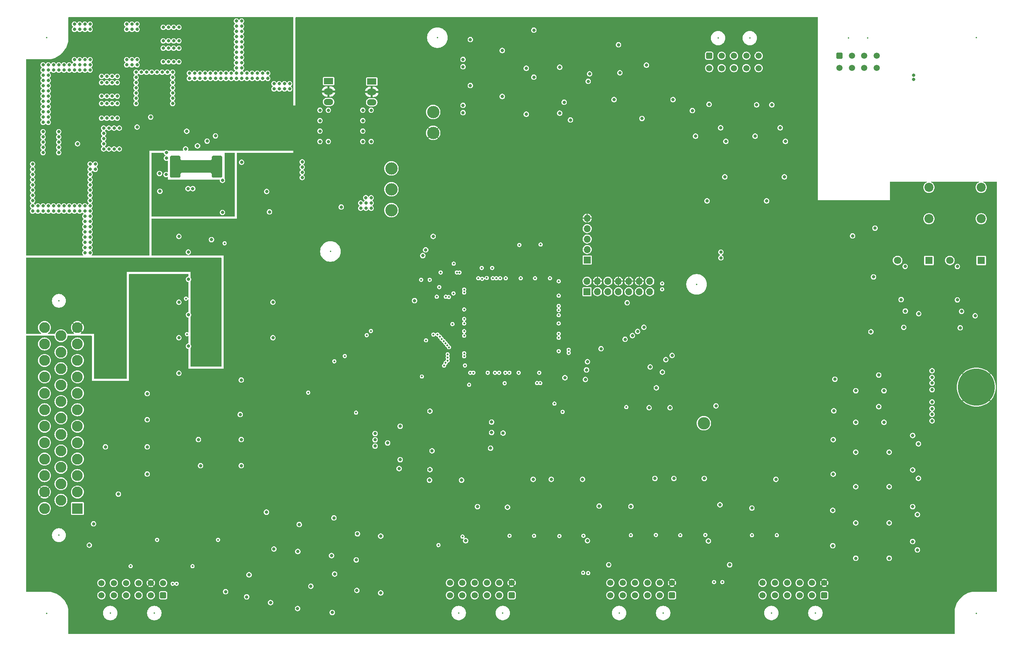
<source format=gbr>
%TF.GenerationSoftware,KiCad,Pcbnew,8.0.4*%
%TF.CreationDate,2024-11-12T22:32:28+03:00*%
%TF.ProjectId,EVD80_ControlBoard,45564438-305f-4436-9f6e-74726f6c426f,rev?*%
%TF.SameCoordinates,Original*%
%TF.FileFunction,Copper,L2,Inr*%
%TF.FilePolarity,Positive*%
%FSLAX46Y46*%
G04 Gerber Fmt 4.6, Leading zero omitted, Abs format (unit mm)*
G04 Created by KiCad (PCBNEW 8.0.4) date 2024-11-12 22:32:28*
%MOMM*%
%LPD*%
G01*
G04 APERTURE LIST*
G04 Aperture macros list*
%AMRoundRect*
0 Rectangle with rounded corners*
0 $1 Rounding radius*
0 $2 $3 $4 $5 $6 $7 $8 $9 X,Y pos of 4 corners*
0 Add a 4 corners polygon primitive as box body*
4,1,4,$2,$3,$4,$5,$6,$7,$8,$9,$2,$3,0*
0 Add four circle primitives for the rounded corners*
1,1,$1+$1,$2,$3*
1,1,$1+$1,$4,$5*
1,1,$1+$1,$6,$7*
1,1,$1+$1,$8,$9*
0 Add four rect primitives between the rounded corners*
20,1,$1+$1,$2,$3,$4,$5,0*
20,1,$1+$1,$4,$5,$6,$7,0*
20,1,$1+$1,$6,$7,$8,$9,0*
20,1,$1+$1,$8,$9,$2,$3,0*%
G04 Aperture macros list end*
%TA.AperFunction,ComponentPad*%
%ADD10C,3.000000*%
%TD*%
%TA.AperFunction,ComponentPad*%
%ADD11RoundRect,0.250001X0.499999X0.499999X-0.499999X0.499999X-0.499999X-0.499999X0.499999X-0.499999X0*%
%TD*%
%TA.AperFunction,ComponentPad*%
%ADD12C,1.500000*%
%TD*%
%TA.AperFunction,ComponentPad*%
%ADD13R,1.700000X1.700000*%
%TD*%
%TA.AperFunction,ComponentPad*%
%ADD14O,1.700000X1.700000*%
%TD*%
%TA.AperFunction,ComponentPad*%
%ADD15C,0.900000*%
%TD*%
%TA.AperFunction,ComponentPad*%
%ADD16C,9.000000*%
%TD*%
%TA.AperFunction,ComponentPad*%
%ADD17C,2.200000*%
%TD*%
%TA.AperFunction,ComponentPad*%
%ADD18R,1.800000X1.800000*%
%TD*%
%TA.AperFunction,ComponentPad*%
%ADD19C,1.800000*%
%TD*%
%TA.AperFunction,ComponentPad*%
%ADD20R,2.300000X1.500000*%
%TD*%
%TA.AperFunction,ComponentPad*%
%ADD21O,2.300000X1.500000*%
%TD*%
%TA.AperFunction,ComponentPad*%
%ADD22C,0.499999*%
%TD*%
%TA.AperFunction,ComponentPad*%
%ADD23RoundRect,0.250001X-0.499999X-0.499999X0.499999X-0.499999X0.499999X0.499999X-0.499999X0.499999X0*%
%TD*%
%TA.AperFunction,ComponentPad*%
%ADD24R,2.625000X2.625000*%
%TD*%
%TA.AperFunction,ComponentPad*%
%ADD25C,2.625000*%
%TD*%
%TA.AperFunction,ViaPad*%
%ADD26C,0.800000*%
%TD*%
%TA.AperFunction,ViaPad*%
%ADD27C,0.500000*%
%TD*%
%ADD28C,0.350000*%
%ADD29C,0.200000*%
%ADD30C,0.203200*%
G04 APERTURE END LIST*
D10*
%TO.N,VDD_3V3*%
%TO.C,TP1*%
X188820000Y-121876000D03*
%TD*%
D11*
%TO.N,TEMP_FW_N*%
%TO.C,J9*%
X133342000Y-220623000D03*
D12*
%TO.N,+15V*%
X130342000Y-220623000D03*
%TO.N,FW_H_P*%
X127342000Y-220623000D03*
%TO.N,FAULT_FW_P*%
X124342000Y-220623000D03*
%TO.N,FW_L_P*%
X121342000Y-220623000D03*
%TO.N,RESET_FW*%
X118342000Y-220623000D03*
%TO.N,TEMP_FW_P*%
X133342000Y-217623000D03*
%TO.N,GND*%
X130342000Y-217623000D03*
%TO.N,FW_H_N*%
X127342000Y-217623000D03*
%TO.N,FAULT_FW_N*%
X124342000Y-217623000D03*
%TO.N,FW_L_N*%
X121342000Y-217623000D03*
%TO.N,FW_CUR_IN_INT*%
X118342000Y-217623000D03*
%TD*%
D13*
%TO.N,TMS*%
%TO.C,J1*%
X236375000Y-146775000D03*
D14*
%TO.N,~{TRST}*%
X236375000Y-144235000D03*
%TO.N,TDI*%
X238915000Y-146775000D03*
%TO.N,GND*%
X238915000Y-144235000D03*
%TO.N,VDD_3V3*%
X241455000Y-146775000D03*
%TO.N,unconnected-(J1-Pin_6-Pad6)*%
X241455000Y-144235000D03*
%TO.N,TDO*%
X243995000Y-146775000D03*
%TO.N,GND*%
X243995000Y-144235000D03*
%TO.N,TCK*%
X246535000Y-146775000D03*
%TO.N,GND*%
X246535000Y-144235000D03*
%TO.N,TCK*%
X249075000Y-146775000D03*
%TO.N,GND*%
X249075000Y-144235000D03*
%TO.N,Net-(J1-Pin_13)*%
X251615000Y-146775000D03*
%TO.N,Net-(J1-Pin_14)*%
X251615000Y-144235000D03*
%TD*%
D10*
%TO.N,+1V2*%
%TO.C,TP3*%
X188820000Y-126956000D03*
%TD*%
%TO.N,+15V*%
%TO.C,TP5*%
X198980000Y-103080000D03*
%TD*%
D15*
%TO.N,GND*%
%TO.C,H5*%
X327625000Y-170000000D03*
X328613515Y-167613515D03*
X328613515Y-172386485D03*
X331000000Y-166625000D03*
D16*
X331000000Y-170000000D03*
D15*
X331000000Y-173375000D03*
X333386485Y-167613515D03*
X333386485Y-172386485D03*
X334375000Y-170000000D03*
%TD*%
D17*
%TO.N,Net-(K2-Pad11)*%
%TO.C,K2*%
X319479500Y-129027500D03*
%TO.N,Net-(C194-Pad1)*%
X319479500Y-121407500D03*
D18*
%TO.N,+5V*%
X319479500Y-139187500D03*
D19*
%TO.N,Net-(D46-A)*%
X311859500Y-139187500D03*
%TD*%
D20*
%TO.N,Net-(U2-IN)*%
%TO.C,U2*%
X173542500Y-95553000D03*
D21*
%TO.N,GND*%
X173542500Y-98093000D03*
%TO.N,VDD_3V3*%
X173542500Y-100633000D03*
%TD*%
D22*
%TO.N,GND*%
%TO.C,U7*%
X214699999Y-158300001D03*
X215799999Y-158300001D03*
X216900000Y-158300001D03*
X218000000Y-158300001D03*
X219099998Y-158300001D03*
X220199998Y-158300001D03*
X221299998Y-158300001D03*
X214699999Y-157200001D03*
X215799999Y-157200001D03*
X216900000Y-157200001D03*
X218000000Y-157200001D03*
X219099998Y-157200001D03*
X220199998Y-157200001D03*
X221299998Y-157200001D03*
X214699999Y-156100000D03*
X215799999Y-156100000D03*
X216900000Y-156100000D03*
X218000000Y-156100000D03*
X219099998Y-156100000D03*
X220199998Y-156100000D03*
X221299998Y-156100000D03*
X214699999Y-155000000D03*
X215799999Y-155000000D03*
X216900000Y-155000000D03*
X218000000Y-155000000D03*
X219099998Y-155000000D03*
X220199998Y-155000000D03*
X221299998Y-155000000D03*
X214699999Y-153900002D03*
X215799999Y-153900002D03*
X216900000Y-153900002D03*
X218000000Y-153900002D03*
X219099998Y-153900002D03*
X220199998Y-153900002D03*
X221299998Y-153900002D03*
X214699999Y-152800002D03*
X215799999Y-152800002D03*
X216900000Y-152800002D03*
X218000000Y-152800002D03*
X219099998Y-152800002D03*
X220199998Y-152800002D03*
X221299998Y-152800002D03*
X214699999Y-151700002D03*
X215799999Y-151700002D03*
X216900000Y-151700002D03*
X218000000Y-151700002D03*
X219099998Y-151700002D03*
X220199998Y-151700002D03*
X221299998Y-151700002D03*
%TD*%
D17*
%TO.N,Net-(K1-Pad11)*%
%TO.C,K1*%
X332179500Y-129027500D03*
%TO.N,Net-(C190-Pad1)*%
X332179500Y-121407500D03*
D18*
%TO.N,+5V*%
X332179500Y-139187500D03*
D19*
%TO.N,Net-(D44-A)*%
X324559500Y-139187500D03*
%TD*%
D11*
%TO.N,+15V*%
%TO.C,J5*%
X257042000Y-220608000D03*
D12*
%TO.N,VL_N*%
X254042000Y-220608000D03*
%TO.N,TEMP_PW_B_P*%
X251042000Y-220608000D03*
%TO.N,RESET_PW*%
X248042000Y-220608000D03*
%TO.N,VH_N*%
X245042000Y-220608000D03*
%TO.N,FAULT_PW_B_P*%
X242042000Y-220608000D03*
%TO.N,GND*%
X257042000Y-217608000D03*
%TO.N,VL_P*%
X254042000Y-217608000D03*
%TO.N,TEMP_PW_B_N*%
X251042000Y-217608000D03*
%TO.N,V_CUR_IN*%
X248042000Y-217608000D03*
%TO.N,VH_P*%
X245042000Y-217608000D03*
%TO.N,FAULT_PW_B_N*%
X242042000Y-217608000D03*
%TD*%
D10*
%TO.N,VAA*%
%TO.C,TP4*%
X264766000Y-178772000D03*
%TD*%
D13*
%TO.N,LED1*%
%TO.C,J10*%
X236398000Y-139063000D03*
D14*
%TO.N,LED2*%
X236398000Y-136523000D03*
%TO.N,LED3*%
X236398000Y-133983000D03*
%TO.N,LED4*%
X236398000Y-131443000D03*
%TO.N,GND*%
X236398000Y-128903000D03*
%TD*%
D23*
%TO.N,VDC_N*%
%TO.C,J3*%
X297760000Y-89387000D03*
D12*
%TO.N,unconnected-(J3-Pin_2-Pad2)*%
X300760000Y-89387000D03*
%TO.N,unconnected-(J3-Pin_3-Pad3)*%
X303760000Y-89387000D03*
%TO.N,VDC_P*%
X306760000Y-89387000D03*
%TO.N,VDC_N*%
X297760000Y-92387000D03*
%TO.N,unconnected-(J3-Pin_6-Pad6)*%
X300760000Y-92387000D03*
%TO.N,unconnected-(J3-Pin_7-Pad7)*%
X303760000Y-92387000D03*
%TO.N,VDC_P*%
X306760000Y-92387000D03*
%TD*%
D11*
%TO.N,+15V*%
%TO.C,J4*%
X218042000Y-220608000D03*
D12*
%TO.N,UL_N*%
X215042000Y-220608000D03*
%TO.N,TEMP_PW_A_P*%
X212042000Y-220608000D03*
%TO.N,RESET_PW*%
X209042000Y-220608000D03*
%TO.N,UH_N*%
X206042000Y-220608000D03*
%TO.N,FAULT_PW_A_P*%
X203042000Y-220608000D03*
%TO.N,GND*%
X218042000Y-217608000D03*
%TO.N,UL_P*%
X215042000Y-217608000D03*
%TO.N,TEMP_PW_A_N*%
X212042000Y-217608000D03*
%TO.N,U_CUR_IN*%
X209042000Y-217608000D03*
%TO.N,UH_P*%
X206042000Y-217608000D03*
%TO.N,FAULT_PW_A_N*%
X203042000Y-217608000D03*
%TD*%
D10*
%TO.N,+5V*%
%TO.C,TP2*%
X188820000Y-116796000D03*
%TD*%
D11*
%TO.N,+15V*%
%TO.C,J6*%
X294042000Y-220608000D03*
D12*
%TO.N,WL_N*%
X291042000Y-220608000D03*
%TO.N,TEMP_PW_C_P*%
X288042000Y-220608000D03*
%TO.N,RESET_PW*%
X285042000Y-220608000D03*
%TO.N,WH_N*%
X282042000Y-220608000D03*
%TO.N,FAULT_PW_C_P*%
X279042000Y-220608000D03*
%TO.N,GND*%
X294042000Y-217608000D03*
%TO.N,WL_P*%
X291042000Y-217608000D03*
%TO.N,TEMP_PW_C_N*%
X288042000Y-217608000D03*
%TO.N,W_CUR_IN*%
X285042000Y-217608000D03*
%TO.N,WH_P*%
X282042000Y-217608000D03*
%TO.N,FAULT_PW_C_N*%
X279042000Y-217608000D03*
%TD*%
D23*
%TO.N,~{EXC_OUT}_IC*%
%TO.C,J11*%
X266085000Y-89411000D03*
D12*
%TO.N,~{COS_IN}_IC*%
X269085000Y-89411000D03*
%TO.N,~{SIN_IN}_IC*%
X272085000Y-89411000D03*
%TO.N,NTC_FW_2_IC*%
X275085000Y-89411000D03*
%TO.N,NTC_FW_1_IC*%
X278085000Y-89411000D03*
%TO.N,EXC_OUT_IC*%
X266085000Y-92411000D03*
%TO.N,COS_IN_IC*%
X269085000Y-92411000D03*
%TO.N,SIN_IN_IC*%
X272085000Y-92411000D03*
%TO.N,NTC_AW_2_IC*%
X275085000Y-92411000D03*
%TO.N,NTC_AW_1_IC*%
X278085000Y-92411000D03*
%TD*%
D10*
%TO.N,GND*%
%TO.C,TP6*%
X198980000Y-108160000D03*
%TD*%
D20*
%TO.N,Net-(U3-IN)*%
%TO.C,U3*%
X184042500Y-95646000D03*
D21*
%TO.N,GND*%
X184042500Y-98186000D03*
%TO.N,+5V*%
X184042500Y-100726000D03*
%TD*%
D24*
%TO.N,BRK_2_IN*%
%TO.C,J2*%
X112500000Y-199500000D03*
D25*
%TO.N,THR_2_IN*%
X112500000Y-195500000D03*
%TO.N,NTC_AW_1_MC*%
X112500000Y-191500000D03*
%TO.N,NTC_FW_1_MC*%
X112500000Y-187500000D03*
%TO.N,~{COS_IN}_MC*%
X112500000Y-183500000D03*
%TO.N,~{SIN_IN}_MC*%
X112500000Y-179500000D03*
%TO.N,RIGHT_SUPPORT_IN*%
X112500000Y-175500000D03*
%TO.N,LEFT_SUPPORT_IN*%
X112500000Y-171500000D03*
%TO.N,GEAR_DRIVE_IN*%
X112500000Y-167500000D03*
%TO.N,PWR_ST_PWM_OUT*%
X112500000Y-163500000D03*
%TO.N,PARK_BREAK_OUT*%
X112500000Y-159500000D03*
%TO.N,GND_IN*%
X112500000Y-155500000D03*
%TO.N,BRK_1_IN*%
X108500000Y-197500000D03*
%TO.N,THR_1_IN*%
X108500000Y-193500000D03*
%TO.N,NTC_AW_2_MC*%
X108500000Y-189500000D03*
%TO.N,NTC_FW_2_MC*%
X108500000Y-185500000D03*
%TO.N,COS_IN_MC*%
X108500000Y-181500000D03*
%TO.N,SIN_IN_MC*%
X108500000Y-177500000D03*
%TO.N,IGNITION_ON_IN*%
X108500000Y-173500000D03*
%TO.N,EMERG_STOP_IN*%
X108500000Y-169500000D03*
%TO.N,HV_ON_IN*%
X108500000Y-165500000D03*
%TO.N,SHUNT_CONT_OUT*%
X108500000Y-161500000D03*
%TO.N,POWER_CONT_OUT*%
X108500000Y-157500000D03*
%TO.N,+5V*%
X104500000Y-199500000D03*
%TO.N,GND*%
X104500000Y-195500000D03*
%TO.N,CAN_H*%
X104500000Y-191500000D03*
%TO.N,CAN_L*%
X104500000Y-187500000D03*
%TO.N,GND_CAN*%
X104500000Y-183500000D03*
%TO.N,EXC_OUT_MC*%
X104500000Y-179500000D03*
%TO.N,~{EXC_OUT}_MC*%
X104500000Y-175500000D03*
%TO.N,GEAR_PARKING_IN*%
X104500000Y-171500000D03*
%TO.N,GEAR_REVERSE_IN*%
X104500000Y-167500000D03*
%TO.N,PUMP_OUT*%
X104500000Y-163500000D03*
%TO.N,REV_LIGHT_OUT*%
X104500000Y-159500000D03*
%TO.N,VIN*%
X104500000Y-155500000D03*
%TD*%
D26*
%TO.N,VDD_3V3*%
X180572025Y-205678025D03*
X327406000Y-151572000D03*
X301686000Y-170864000D03*
D27*
X254650000Y-144800000D03*
D26*
X152324000Y-168278000D03*
X174842000Y-201808000D03*
X171450000Y-105185000D03*
D27*
X219904000Y-135414000D03*
D26*
X171450000Y-110265000D03*
X115394000Y-208430000D03*
X175017000Y-215443000D03*
D27*
X229642000Y-206208000D03*
D26*
X167132000Y-115214000D03*
D27*
X200242000Y-208408000D03*
D26*
X129464000Y-177930000D03*
X139446000Y-137160000D03*
X159182000Y-127384000D03*
X137160000Y-157988000D03*
X236470000Y-207348000D03*
X137160000Y-133350000D03*
D27*
X229500000Y-152500000D03*
D26*
X159442000Y-222408000D03*
D27*
X223512000Y-206146000D03*
X203962000Y-139954000D03*
D26*
X301686000Y-194208000D03*
X253222000Y-170158000D03*
X129464000Y-191138000D03*
D27*
X125439000Y-213517000D03*
D26*
X167132000Y-116484000D03*
X301686000Y-203008000D03*
X206870000Y-207348000D03*
X296098000Y-208560000D03*
X313741000Y-151501000D03*
X246126000Y-149484000D03*
X186217000Y-220043000D03*
X129464000Y-171580000D03*
D27*
X254650000Y-146200000D03*
D26*
X280016000Y-124714000D03*
D27*
X225104000Y-135314000D03*
D26*
X198976000Y-133332500D03*
X158496000Y-122428000D03*
X296225000Y-182760000D03*
D27*
X235512000Y-206146000D03*
D26*
X268680000Y-198608000D03*
X265870000Y-207410500D03*
X307274000Y-174744000D03*
D27*
X217512000Y-206146000D03*
D26*
X296606000Y-168070000D03*
X265538000Y-124714000D03*
X129464000Y-184534000D03*
X305376000Y-156524000D03*
X186217000Y-206223000D03*
D27*
X265112000Y-205954500D03*
D26*
X171450000Y-102645000D03*
X236990000Y-93804500D03*
X307274000Y-167054000D03*
D27*
X200787000Y-142113000D03*
D26*
X166017000Y-223843000D03*
X284334000Y-118872000D03*
X137160000Y-149352000D03*
X152324000Y-182756000D03*
X267716000Y-174549000D03*
X244356000Y-93550500D03*
X213174000Y-181035000D03*
X166067000Y-209973000D03*
X301686000Y-178554000D03*
X173482000Y-102645000D03*
X296225000Y-191160000D03*
X173482000Y-110265000D03*
D27*
X245922000Y-174858000D03*
D26*
X249733000Y-104651000D03*
X152400000Y-115316000D03*
X296098000Y-199960000D03*
X167132000Y-119024000D03*
X313360000Y-155451000D03*
X160020000Y-149352000D03*
D27*
X206112000Y-206346000D03*
D26*
X116421000Y-203242000D03*
X300914000Y-133226000D03*
D27*
X247042000Y-206008000D03*
D26*
X235966000Y-168148000D03*
D27*
X196056000Y-143893000D03*
D26*
X154217000Y-215643000D03*
X306375000Y-131321000D03*
X160267000Y-209373000D03*
X239330000Y-198923000D03*
X145085000Y-134115000D03*
D27*
X131874000Y-207136000D03*
X198120000Y-143893000D03*
X276442000Y-206008000D03*
D26*
X152070000Y-176660000D03*
X171450000Y-107725000D03*
D27*
X140474000Y-213536000D03*
D26*
X160020000Y-157988000D03*
X209730000Y-199054000D03*
X194442000Y-148954584D03*
D27*
X282512000Y-206008500D03*
X259042000Y-206008000D03*
D26*
X296352000Y-175760000D03*
X269856000Y-118872000D03*
X301686000Y-211608000D03*
X152324000Y-189106000D03*
X180417000Y-219443000D03*
X327076000Y-155578000D03*
D27*
X253112000Y-205946000D03*
D26*
X250806000Y-91694000D03*
D27*
X146674000Y-207136000D03*
D26*
X301686000Y-185808000D03*
X167132000Y-117754000D03*
X137160000Y-166624000D03*
X242932000Y-100076000D03*
%TO.N,+15V*%
X277222000Y-108966000D03*
X152400000Y-82230000D03*
X160274000Y-97470000D03*
X162814000Y-96200000D03*
X157480000Y-94930000D03*
X139700000Y-93660000D03*
X151130000Y-94930000D03*
X154940000Y-94930000D03*
X152400000Y-83500000D03*
X152400000Y-80960000D03*
X143510000Y-94930000D03*
X215754000Y-88138000D03*
X268840000Y-106934000D03*
X283318000Y-106934000D03*
X158750000Y-93660000D03*
X262744000Y-108966000D03*
X152400000Y-86040000D03*
X148590000Y-94930000D03*
X147752000Y-127511000D03*
X146050000Y-94930000D03*
X144780000Y-94930000D03*
X151130000Y-82230000D03*
X153670000Y-93660000D03*
X151130000Y-91120000D03*
X161544000Y-97470000D03*
X146050000Y-93660000D03*
X156210000Y-93660000D03*
X151130000Y-84770000D03*
X152400000Y-88580000D03*
X142240000Y-94930000D03*
X152400000Y-92390000D03*
X164084000Y-96200000D03*
X162814000Y-97470000D03*
X151130000Y-86040000D03*
X151130000Y-88580000D03*
X143510000Y-93660000D03*
X147320000Y-94930000D03*
X206229000Y-90297000D03*
X144780000Y-93660000D03*
X147752000Y-119692000D03*
X160274000Y-96200000D03*
X151130000Y-93660000D03*
X139700000Y-94930000D03*
X147320000Y-93660000D03*
X164084000Y-97470000D03*
X152400000Y-93660000D03*
X206229000Y-101473000D03*
X151130000Y-87310000D03*
X140970000Y-94930000D03*
X152400000Y-87310000D03*
X152400000Y-94930000D03*
X221596000Y-92456000D03*
X151130000Y-92390000D03*
X152400000Y-91120000D03*
X157480000Y-93660000D03*
X149860000Y-93660000D03*
X236652000Y-95634000D03*
X154940000Y-93660000D03*
X152400000Y-84770000D03*
X158750000Y-94930000D03*
X156210000Y-94930000D03*
X151130000Y-80960000D03*
X229724000Y-103378000D03*
X152400000Y-89850000D03*
X142240000Y-93660000D03*
X151130000Y-83500000D03*
X215754000Y-99314000D03*
X161544000Y-96200000D03*
X149860000Y-94930000D03*
X151130000Y-89850000D03*
X140970000Y-93660000D03*
X229724000Y-92202000D03*
X148590000Y-93660000D03*
X221596000Y-103632000D03*
X153670000Y-94930000D03*
%TO.N,+1V2*%
X176628000Y-126194000D03*
%TO.N,+5V*%
X181864000Y-107725000D03*
X315529000Y-190144000D03*
X315529000Y-181744000D03*
X181864000Y-105185000D03*
X309814000Y-203008000D03*
X183896000Y-102645000D03*
X309814000Y-211608000D03*
X181864000Y-102645000D03*
X181864000Y-110265000D03*
X309814000Y-194208000D03*
X183896000Y-110265000D03*
X213174000Y-178495000D03*
X308544000Y-178554000D03*
X315529000Y-199071000D03*
X309814000Y-185808000D03*
X315529000Y-207544000D03*
X308544000Y-170864000D03*
D27*
%TO.N,VDD_1V2*%
X206500000Y-156400000D03*
D26*
X181356000Y-125222000D03*
D27*
X206500000Y-162500000D03*
X229500000Y-150250000D03*
D26*
X181356000Y-126492000D03*
X183896000Y-126492000D03*
X182626000Y-125222000D03*
X182626000Y-126492000D03*
D27*
X215000000Y-166500000D03*
D26*
X183896000Y-123952000D03*
D27*
X206500000Y-146250000D03*
X229500000Y-158000000D03*
X210900000Y-143650000D03*
D26*
X183896000Y-125222000D03*
D27*
X214300000Y-143500000D03*
D26*
X182600000Y-123950000D03*
D27*
X206500000Y-154500000D03*
X217500000Y-166500000D03*
%TO.N,VDDOSC_3V3*%
X210750000Y-141000000D03*
X213299498Y-141000000D03*
%TO.N,VDDA_3V3*%
X229500000Y-161250000D03*
D26*
X231000000Y-167700000D03*
D27*
X224750000Y-166500000D03*
%TO.N,VDDIO_3V3*%
X219750000Y-166500000D03*
X206500000Y-153400000D03*
X206500000Y-151100000D03*
X204724000Y-142113000D03*
X229500000Y-151250000D03*
X215250000Y-143500000D03*
X229500000Y-144250000D03*
X206500000Y-157500000D03*
X213450000Y-143500000D03*
X206500000Y-147000000D03*
X216600000Y-143500000D03*
X220250000Y-143500000D03*
X206500000Y-161750000D03*
X216500000Y-166500000D03*
X205359000Y-142113000D03*
X208000000Y-166500000D03*
X212250000Y-166500000D03*
X223750000Y-143500000D03*
X209950000Y-143500000D03*
X229500000Y-154500000D03*
X214000000Y-166500000D03*
X229500000Y-147750000D03*
X229500000Y-157000000D03*
X227350000Y-143500000D03*
D26*
%TO.N,Net-(U11-RAMP)*%
X140538000Y-121724000D03*
X134061000Y-118295000D03*
D27*
%TO.N,VREFHIA*%
X225000000Y-169000000D03*
D26*
X251460000Y-175006000D03*
%TO.N,VREFHIB*%
X251714000Y-165100000D03*
D27*
X231900000Y-161674000D03*
%TO.N,GPIO84{slash}BOOT0*%
X203660499Y-154660501D03*
%TO.N,GPIO72{slash}BOOT1*%
X203900000Y-147200000D03*
%TO.N,~{RESET}*%
X212000000Y-143450000D03*
D26*
%TO.N,VREFHIC*%
X256540000Y-175006000D03*
D27*
X224200000Y-169000000D03*
D26*
%TO.N,VREFHID*%
X254686000Y-166358000D03*
D27*
X231900000Y-160900000D03*
D26*
%TO.N,Net-(U11-VCC)*%
X139065000Y-107757000D03*
X134151500Y-114321500D03*
D27*
%TO.N,UV_SENCE*%
X148260000Y-135004000D03*
X206680000Y-164722000D03*
D26*
%TO.N,Net-(D7-K)*%
X111760000Y-81722000D03*
X105410000Y-96708000D03*
X113030000Y-91628000D03*
X104140000Y-101788000D03*
X110490000Y-91628000D03*
X105410000Y-101788000D03*
X107950000Y-110424000D03*
X107950000Y-109154000D03*
X104140000Y-103058000D03*
X113030000Y-92898000D03*
X105410000Y-99248000D03*
X104140000Y-109154000D03*
X110490000Y-92898000D03*
X104140000Y-95438000D03*
X105410000Y-104328000D03*
X111760000Y-91628000D03*
X104140000Y-100518000D03*
X114300000Y-90358000D03*
X104140000Y-96708000D03*
X115570000Y-91628000D03*
X134112000Y-112964000D03*
X104140000Y-107884000D03*
X107950000Y-111694000D03*
X111760000Y-82992000D03*
X105410000Y-92898000D03*
X105410000Y-105598000D03*
X105410000Y-97978000D03*
X114300000Y-91628000D03*
X104140000Y-112964000D03*
X107950000Y-91628000D03*
X104140000Y-105598000D03*
X109220000Y-92898000D03*
X104140000Y-99248000D03*
X114300000Y-92898000D03*
X115570000Y-90358000D03*
X104140000Y-92898000D03*
X113030000Y-82992000D03*
X106680000Y-91628000D03*
X104140000Y-94168000D03*
X113030000Y-81722000D03*
X105410000Y-95438000D03*
X105410000Y-94168000D03*
X106680000Y-92898000D03*
X115570000Y-92898000D03*
X104140000Y-111694000D03*
X114300000Y-81722000D03*
X111760000Y-92898000D03*
X105410000Y-103058000D03*
X115570000Y-82992000D03*
X105410000Y-91628000D03*
X105410000Y-100518000D03*
X111760000Y-90358000D03*
X114300000Y-82992000D03*
X104140000Y-91628000D03*
X104140000Y-97978000D03*
X107950000Y-92898000D03*
X104140000Y-110424000D03*
X115570000Y-81722000D03*
X113030000Y-90358000D03*
X104140000Y-104328000D03*
X109220000Y-91628000D03*
X107950000Y-107884000D03*
X107950000Y-112964000D03*
%TO.N,MCU_EXC*%
X239776000Y-160658000D03*
X245618000Y-158372000D03*
%TO.N,+1V5*%
X312725000Y-148707000D03*
X306011000Y-143189000D03*
X326390000Y-148778000D03*
%TO.N,EXC_OUT*%
X223444000Y-94618000D03*
X230810000Y-100714000D03*
%TO.N,~{EXC_OUT}*%
X223444000Y-83188000D03*
X232334000Y-105032000D03*
D27*
%TO.N,HV_ON*%
X196242000Y-167408000D03*
X168580000Y-171326000D03*
D26*
%TO.N,VIN*%
X101600000Y-118298000D03*
X101600000Y-127188000D03*
X115570000Y-130998000D03*
X115570000Y-132268000D03*
X115570000Y-134808000D03*
X114300000Y-134808000D03*
X111760000Y-127188000D03*
X115570000Y-136078000D03*
X101600000Y-117028000D03*
X101600000Y-124648000D03*
X116840000Y-115758000D03*
X101600000Y-125918000D03*
X102870000Y-125918000D03*
X109220000Y-127188000D03*
X101600000Y-122108000D03*
X115570000Y-124648000D03*
X115570000Y-120838000D03*
X114300000Y-127188000D03*
X104140000Y-125918000D03*
X111760000Y-125918000D03*
X132461000Y-118044000D03*
X114300000Y-132268000D03*
X113030000Y-127188000D03*
X116840000Y-117028000D03*
X113030000Y-125918000D03*
X114300000Y-137348000D03*
X115570000Y-118298000D03*
X115570000Y-129728000D03*
X115570000Y-117028000D03*
X101600000Y-115758000D03*
X107950000Y-127188000D03*
X114300000Y-128458000D03*
X115570000Y-128458000D03*
X115570000Y-137348000D03*
X115570000Y-125918000D03*
X114300000Y-130998000D03*
X110490000Y-127188000D03*
X110490000Y-125918000D03*
X114300000Y-133538000D03*
X104140000Y-127188000D03*
X107950000Y-125918000D03*
X101600000Y-120838000D03*
X105410000Y-127188000D03*
X106680000Y-127188000D03*
X106680000Y-125918000D03*
X115570000Y-133538000D03*
X115570000Y-115758000D03*
X114300000Y-125918000D03*
X115570000Y-119568000D03*
X101600000Y-123378000D03*
X102870000Y-127188000D03*
X105410000Y-125918000D03*
X114300000Y-129728000D03*
X109220000Y-125918000D03*
X115570000Y-122108000D03*
X101600000Y-119568000D03*
X115570000Y-123378000D03*
X114300000Y-136078000D03*
X115570000Y-127188000D03*
%TO.N,SHUNT_CONT_OUT*%
X139497000Y-152403000D03*
%TO.N,PUMP_OUT*%
X139497000Y-143767000D03*
D27*
%TO.N,MCU_PWM*%
X207696000Y-169421000D03*
D26*
X244018000Y-86744000D03*
%TO.N,W_CUR_IN*%
X271042000Y-213208000D03*
%TO.N,V_CUR_IN*%
X241642000Y-213208000D03*
%TO.N,CAN_H*%
X184853000Y-184337000D03*
%TO.N,CAN_L*%
X184853000Y-182813000D03*
%TO.N,VDC_N*%
X315722000Y-95184000D03*
X315722000Y-94168000D03*
%TO.N,EMERG_STOP_IN*%
X119304000Y-184534000D03*
%TO.N,IGNITION_ON_IN*%
X142418000Y-189106000D03*
%TO.N,ISO_VPOS*%
X255524000Y-163322000D03*
X248666000Y-156464000D03*
%TO.N,LEFT_SUPPORT_IN*%
X141910000Y-182756000D03*
%TO.N,ISO_VNEG*%
X257048000Y-162306000D03*
X250190000Y-155448000D03*
%TO.N,THR_1_IN*%
X316926000Y-183776000D03*
%TO.N,THR_2_IN*%
X316926000Y-192176000D03*
%TO.N,BRK_1_IN*%
X316672000Y-200976000D03*
%TO.N,BRK_2_IN*%
X316672000Y-209576000D03*
D27*
%TO.N,PARK_BREAK*%
X201599998Y-164750000D03*
X177470000Y-162436000D03*
%TO.N,POWER_CONT*%
X201999998Y-164100000D03*
X139116000Y-157102000D03*
%TO.N,PWR_ST_PWM*%
X174930000Y-163706000D03*
X208733281Y-166488484D03*
D26*
%TO.N,Net-(D51-A)*%
X236242000Y-165808000D03*
X122442000Y-196008000D03*
%TO.N,PWR_ST_PWM_OUT*%
X139497000Y-160023000D03*
D27*
%TO.N,SHUNT_CONT*%
X182804000Y-157356000D03*
X202497886Y-163552112D03*
%TO.N,REV_LIGHT*%
X138862000Y-148466000D03*
X202511442Y-162788556D03*
%TO.N,PUMP*%
X183820000Y-156340000D03*
X202499998Y-162000000D03*
%TO.N,VH_N*%
X235442000Y-215157997D03*
%TO.N,VH_P*%
X236642000Y-215208000D03*
%TO.N,WH_N*%
X269242000Y-217408000D03*
%TO.N,WH_P*%
X267242000Y-217408000D03*
%TO.N,FW_H_N*%
X136642000Y-217808000D03*
%TO.N,FW_H_P*%
X135642000Y-217808000D03*
D26*
%TO.N,Net-(U11-CS)*%
X118872000Y-110805000D03*
X122682000Y-106995000D03*
X119634000Y-94422000D03*
X120904000Y-95946000D03*
X122174000Y-104582000D03*
X118872000Y-106995000D03*
X120142000Y-112075000D03*
X118872000Y-112075000D03*
X121412000Y-112075000D03*
X118872000Y-109535000D03*
X120142000Y-106995000D03*
X120904000Y-101026000D03*
X122174000Y-95946000D03*
X119634000Y-104582000D03*
X122174000Y-101026000D03*
X120904000Y-99248000D03*
X118872000Y-108265000D03*
X118364000Y-95946000D03*
X121412000Y-106995000D03*
X122174000Y-94422000D03*
X118364000Y-101026000D03*
X120904000Y-104582000D03*
X118364000Y-94422000D03*
X119634000Y-99248000D03*
X146050000Y-108900000D03*
X122174000Y-99248000D03*
X118364000Y-99248000D03*
X120904000Y-94422000D03*
X119634000Y-101026000D03*
X119634000Y-95946000D03*
X122682000Y-112075000D03*
X118364000Y-104582000D03*
%TO.N,Net-(Q3-D)*%
X125730000Y-90358000D03*
X127000000Y-91628000D03*
X126746000Y-99756000D03*
X125730000Y-82992000D03*
X134620000Y-85786000D03*
X135890000Y-85786000D03*
X126746000Y-93406000D03*
X137160000Y-87564000D03*
X134366000Y-93406000D03*
X127000000Y-90358000D03*
X127000000Y-81722000D03*
X135636000Y-94676000D03*
X126746000Y-95946000D03*
X130556000Y-93406000D03*
X135636000Y-101026000D03*
X127000000Y-82992000D03*
X135636000Y-98486000D03*
X134620000Y-87564000D03*
X126746000Y-94676000D03*
X133096000Y-93406000D03*
X124460000Y-81722000D03*
X124460000Y-91628000D03*
X126746000Y-101026000D03*
X126746000Y-97216000D03*
X133350000Y-87564000D03*
X137160000Y-82484000D03*
X134620000Y-82484000D03*
X137160000Y-90866000D03*
X135890000Y-87564000D03*
X125730000Y-81722000D03*
X133350000Y-90866000D03*
X135890000Y-82484000D03*
X134620000Y-90866000D03*
X135636000Y-97216000D03*
X133350000Y-82484000D03*
X135636000Y-93406000D03*
X126746000Y-98486000D03*
X128016000Y-93406000D03*
X129286000Y-93406000D03*
X124460000Y-90358000D03*
X131826000Y-93406000D03*
X124460000Y-82992000D03*
X125730000Y-91628000D03*
X137160000Y-85786000D03*
X135636000Y-95946000D03*
X135890000Y-90866000D03*
X135636000Y-99756000D03*
X133350000Y-85786000D03*
%TO.N,ISO_POS_REL*%
X330708000Y-152654000D03*
X268910000Y-138560000D03*
%TO.N,ISO_NEG_REL*%
X268910000Y-137163000D03*
X316992000Y-152146000D03*
%TO.N,UH*%
X205880000Y-192618000D03*
D27*
X200642000Y-157750002D03*
D26*
%TO.N,VH*%
X235280000Y-192418000D03*
D27*
X201554007Y-158800000D03*
D26*
%TO.N,WH*%
X264880000Y-192218000D03*
D27*
X202384665Y-159800002D03*
D26*
%TO.N,UL*%
X223280000Y-192418000D03*
D27*
X201042000Y-158300002D03*
%TO.N,VL*%
X201969337Y-159300000D03*
D26*
X252880000Y-192218000D03*
D27*
%TO.N,WL*%
X202799998Y-160300000D03*
D26*
X282280000Y-192418000D03*
D27*
%TO.N,FW_L*%
X180242000Y-176208000D03*
X216332000Y-169040000D03*
D26*
%TO.N,CAN_RX*%
X215968000Y-181162000D03*
X212920000Y-184845000D03*
%TO.N,PCB_TEMP*%
X236474000Y-163830000D03*
X247396000Y-157480000D03*
%TO.N,Net-(U11-CSG)*%
X144018000Y-110170000D03*
X127000000Y-106741000D03*
%TO.N,Net-(Q1-G)*%
X138789023Y-112096977D03*
X112522000Y-110805000D03*
%TO.N,Net-(Q3-G)*%
X141681200Y-111313000D03*
X130302000Y-104328000D03*
%TO.N,Net-(C190-Pad1)*%
X326390000Y-140650000D03*
%TO.N,Net-(C194-Pad1)*%
X313690000Y-140637000D03*
%TO.N,Net-(U11-EN)*%
X132537000Y-122359000D03*
X139395000Y-121724000D03*
%TO.N,GND_CAN*%
X190949000Y-187639000D03*
X190695000Y-189798000D03*
X190949000Y-179511000D03*
X187901000Y-183575000D03*
X198696000Y-185480000D03*
X198188000Y-175828000D03*
X184853000Y-181289000D03*
X198188000Y-190052000D03*
D27*
%TO.N,RESET_PW*%
X199042000Y-157211000D03*
X199842000Y-148008000D03*
D26*
%TO.N,GND*%
X225660000Y-92456000D03*
X322834000Y-142174000D03*
X214952000Y-182305000D03*
X333248000Y-149032000D03*
X179130500Y-90473000D03*
X219056000Y-99568000D03*
X162817000Y-217443000D03*
X177217000Y-226043000D03*
X125984000Y-129728000D03*
X208648000Y-205570000D03*
X266700000Y-169215000D03*
X277222000Y-106934000D03*
X136779000Y-117028000D03*
X125984000Y-128458000D03*
D27*
X239200000Y-141450000D03*
D26*
X127254000Y-132268000D03*
X161867000Y-209373000D03*
X157988000Y-107376000D03*
X250444000Y-165100000D03*
X211650000Y-177225000D03*
X305242000Y-194208000D03*
X136779000Y-114488000D03*
X152324000Y-178438000D03*
X305242000Y-185808000D03*
X152324000Y-184788000D03*
X119558000Y-186820000D03*
X177267000Y-212253000D03*
X145923000Y-115758000D03*
X119458000Y-216050000D03*
X155448000Y-106106000D03*
X249302000Y-192293000D03*
X246888000Y-171704000D03*
X224136000Y-89408000D03*
X224136000Y-100584000D03*
X246558000Y-139068000D03*
X246126000Y-153284000D03*
X142418000Y-178184000D03*
X311341000Y-166495000D03*
X229724000Y-88646000D03*
X303464000Y-182760000D03*
X265870000Y-208934500D03*
X270872000Y-121158000D03*
X300162000Y-210592000D03*
X152324000Y-171580000D03*
X300162000Y-177792000D03*
X162814000Y-105344000D03*
X127254000Y-122108000D03*
X125984000Y-118298000D03*
X296225000Y-180728000D03*
X128778000Y-110932000D03*
X119558000Y-173612000D03*
D27*
X222555000Y-166373000D03*
D26*
X261112000Y-168910000D03*
X317434000Y-190144000D03*
X137500000Y-126500000D03*
D27*
X225104000Y-139314000D03*
D26*
X125222000Y-115250000D03*
X270680000Y-198608000D03*
X269856000Y-117348000D03*
X202302000Y-192693000D03*
D27*
X249048000Y-206022000D03*
D26*
X180267000Y-208773000D03*
X125984000Y-125918000D03*
X180217000Y-222643000D03*
X246888000Y-168656000D03*
X240250000Y-154300000D03*
X259823000Y-93472000D03*
X294447000Y-205385000D03*
D27*
X223825000Y-166373000D03*
D26*
X310134000Y-142161000D03*
X261302000Y-192301500D03*
X176022000Y-119888000D03*
X124968000Y-112202000D03*
X302260000Y-130236000D03*
X155448000Y-107376000D03*
X135636000Y-114488000D03*
X328930000Y-151572000D03*
X123407000Y-199369000D03*
X229724000Y-99822000D03*
X180594000Y-119888000D03*
X229724000Y-101600000D03*
X242170000Y-104140000D03*
X147066000Y-118298000D03*
X268224000Y-168402000D03*
D27*
X272442000Y-206008000D03*
D26*
X313370000Y-185808000D03*
X246888000Y-170180000D03*
X215754000Y-92202000D03*
X313370000Y-194208000D03*
X166217000Y-220643000D03*
X154178000Y-106106000D03*
X127254000Y-136078000D03*
X330962000Y-145222000D03*
X308798000Y-165022000D03*
X161544000Y-104074000D03*
X278702000Y-192368500D03*
X119558000Y-180216000D03*
X125984000Y-136078000D03*
X244356000Y-89994500D03*
X240546000Y-93804500D03*
D27*
X136410000Y-213612000D03*
D26*
X129464000Y-193678000D03*
X311592000Y-182760000D03*
X125984000Y-137348000D03*
X214200000Y-138600000D03*
X303464000Y-175760000D03*
X125984000Y-127188000D03*
D27*
X223190000Y-166373000D03*
D26*
X128778000Y-107122000D03*
X246558000Y-131448000D03*
X147066000Y-114488000D03*
X209500000Y-126500000D03*
X125984000Y-123378000D03*
D27*
X208000000Y-140000000D03*
D26*
X312979000Y-153787000D03*
X128778000Y-109662000D03*
D27*
X228778000Y-162817000D03*
X121375000Y-213593000D03*
D26*
X127254000Y-134808000D03*
X211650000Y-188655000D03*
X307274000Y-176776000D03*
X238768000Y-90756500D03*
X135382000Y-106614000D03*
X184667000Y-206173000D03*
X157988000Y-106106000D03*
X308798000Y-172712000D03*
X207500000Y-134000000D03*
X204080000Y-192693000D03*
X151638000Y-107376000D03*
X164084000Y-105344000D03*
X267424000Y-165862000D03*
D27*
X206502000Y-136017000D03*
D26*
X317434000Y-181744000D03*
X151638000Y-106106000D03*
X300162000Y-184792000D03*
D27*
X228778000Y-163452000D03*
D26*
X303598000Y-156524000D03*
X135128000Y-145288000D03*
X261112000Y-171450000D03*
X234296000Y-101346000D03*
X246558000Y-133988000D03*
X194442000Y-147008000D03*
X280270000Y-118110000D03*
D27*
X278448000Y-206084500D03*
D26*
X116156000Y-206906000D03*
X127254000Y-124648000D03*
X210680000Y-208618000D03*
X303464000Y-199960000D03*
X138442000Y-199388000D03*
X136779000Y-118298000D03*
X131572000Y-106614000D03*
X125984000Y-124648000D03*
X189630500Y-88534000D03*
X141732000Y-135890000D03*
X305242000Y-203008000D03*
X123952000Y-116520000D03*
D27*
X202048000Y-206422000D03*
D26*
X206870000Y-208872000D03*
X300162000Y-193192000D03*
X156464000Y-118364000D03*
X171642000Y-201808000D03*
X267570000Y-124714000D03*
X171817000Y-215443000D03*
X311341000Y-174185000D03*
D27*
X201646409Y-146181409D03*
D26*
X157480000Y-119888000D03*
X326644000Y-153858000D03*
X162814000Y-104074000D03*
X127254000Y-127188000D03*
X156718000Y-107376000D03*
X147066000Y-115758000D03*
D27*
X228778000Y-162182000D03*
D26*
X173482000Y-117348000D03*
X172210000Y-116394000D03*
D27*
X261048000Y-206030500D03*
D26*
X283318000Y-108966000D03*
X145500000Y-126500000D03*
X127254000Y-123378000D03*
X257556000Y-165100000D03*
X319583000Y-148961000D03*
X302709000Y-144713000D03*
X296225000Y-189128000D03*
X283064000Y-110236000D03*
X308290000Y-195478000D03*
X263080000Y-192301500D03*
X150817000Y-215643000D03*
D27*
X225442000Y-206208000D03*
D26*
X308290000Y-187078000D03*
D27*
X255042000Y-206008000D03*
D26*
X132842000Y-107884000D03*
X125984000Y-130998000D03*
X305242000Y-211608000D03*
X127254000Y-128458000D03*
X178054000Y-119888000D03*
X280480000Y-192368500D03*
X132080000Y-136906000D03*
X219056000Y-88392000D03*
X127508000Y-112202000D03*
X152908000Y-106106000D03*
D27*
X231448000Y-206222000D03*
D26*
X195775000Y-173288000D03*
X215500000Y-126500000D03*
X160274000Y-105344000D03*
X296098000Y-197928000D03*
X127254000Y-125918000D03*
X140220000Y-199388000D03*
X127254000Y-119568000D03*
X156464000Y-116586000D03*
X142418000Y-171580000D03*
X125185000Y-199369000D03*
X118442000Y-210208000D03*
X161544000Y-105344000D03*
X329438000Y-145222000D03*
X215754000Y-103378000D03*
D27*
X213448000Y-206222000D03*
D26*
X135382000Y-107884000D03*
X284207000Y-122428000D03*
X211650000Y-186115000D03*
X308290000Y-212878000D03*
X132842000Y-106614000D03*
D27*
X204978000Y-136017000D03*
D26*
X134112000Y-107884000D03*
X300162000Y-170102000D03*
X196810000Y-195246000D03*
X250806000Y-89662000D03*
X157988000Y-145288000D03*
X245218000Y-99060000D03*
X128778000Y-108392000D03*
X305242000Y-178554000D03*
X236324000Y-213218000D03*
X129464000Y-180470000D03*
X167132000Y-206608000D03*
X145923000Y-114488000D03*
X259188000Y-89662000D03*
X142418000Y-184788000D03*
X240280000Y-208618000D03*
X249682000Y-176022000D03*
X141500000Y-126500000D03*
X315773000Y-145151000D03*
X164084000Y-104074000D03*
X150368000Y-106106000D03*
X303471000Y-148142000D03*
X187344500Y-105806000D03*
X296352000Y-173728000D03*
X313370000Y-211608000D03*
X308290000Y-204278000D03*
X267648000Y-205632500D03*
X251080000Y-192293000D03*
X300914000Y-135258000D03*
X206229000Y-99695000D03*
X305242000Y-170864000D03*
X297688000Y-128712000D03*
X311592000Y-191160000D03*
X300162000Y-201992000D03*
X125984000Y-133538000D03*
X244356000Y-91772500D03*
X243848000Y-85090000D03*
X307274000Y-169086000D03*
X152908000Y-126238000D03*
X127254000Y-120838000D03*
X310947000Y-148961000D03*
X306832000Y-128458000D03*
X317561000Y-207544000D03*
X262744000Y-106934000D03*
X210693000Y-138684000D03*
X327076000Y-157610000D03*
X150368000Y-107376000D03*
X211650000Y-181035000D03*
X179130500Y-88441000D03*
D27*
X203327000Y-146177000D03*
D26*
X139500000Y-126500000D03*
X115394000Y-211986000D03*
X201008000Y-133332500D03*
X246558000Y-136528000D03*
X236470000Y-208872000D03*
X127254000Y-130998000D03*
X145085000Y-132083000D03*
D27*
X216400000Y-140000000D03*
D26*
X135636000Y-117028000D03*
X135042000Y-196608000D03*
X125984000Y-120838000D03*
D27*
X198120000Y-150593000D03*
X196056000Y-150593000D03*
D26*
X241408000Y-100076000D03*
X139954000Y-135890000D03*
X152908000Y-107376000D03*
X235636000Y-86617000D03*
X136779000Y-115758000D03*
X183432000Y-212008000D03*
X258572000Y-175768000D03*
X134112000Y-106614000D03*
X317297000Y-145151000D03*
X313370000Y-203008000D03*
X225660000Y-103632000D03*
X135128000Y-162560000D03*
X269680000Y-208680500D03*
X315265000Y-151501000D03*
X265792000Y-118110000D03*
X131572000Y-107884000D03*
X147828000Y-107376000D03*
X221480000Y-192493000D03*
X129464000Y-186820000D03*
X184617000Y-220043000D03*
X221100000Y-130200000D03*
X125984000Y-122108000D03*
X142418000Y-191392000D03*
X162902000Y-203408000D03*
X302692000Y-146355500D03*
X159258000Y-106106000D03*
X317561000Y-198944000D03*
X123952000Y-115250000D03*
X172267000Y-212253000D03*
X267424000Y-167386000D03*
X259823000Y-95250000D03*
X159258000Y-107376000D03*
X127254000Y-137348000D03*
X241230000Y-199008000D03*
X214952000Y-179765000D03*
X248971000Y-102238000D03*
X125984000Y-132268000D03*
X206229000Y-88519000D03*
X284334000Y-117348000D03*
X147828000Y-106106000D03*
D27*
X142610000Y-207212000D03*
D26*
X127254000Y-129728000D03*
X211650000Y-178495000D03*
X135636000Y-118298000D03*
X158242000Y-161544000D03*
D27*
X127810000Y-207212000D03*
D26*
X258064000Y-170180000D03*
X125222000Y-116520000D03*
X118453000Y-203242000D03*
X135636000Y-115758000D03*
X154178000Y-107376000D03*
X183417000Y-226243000D03*
X128778000Y-112202000D03*
X268840000Y-108966000D03*
X135128000Y-153924000D03*
X233480000Y-192493000D03*
X305054000Y-128458000D03*
X125984000Y-134808000D03*
X117426000Y-216050000D03*
X303464000Y-168070000D03*
X157988000Y-153924000D03*
X162642000Y-222408000D03*
D27*
X219448000Y-206222000D03*
D26*
X145923000Y-118298000D03*
X217200000Y-134100000D03*
X145923000Y-117028000D03*
X152324000Y-191392000D03*
X156718000Y-106106000D03*
D27*
X243042000Y-206008000D03*
D26*
X311592000Y-199960000D03*
X127254000Y-118298000D03*
X296606000Y-166038000D03*
X176844500Y-105713000D03*
X219702000Y-192493000D03*
X126238000Y-112202000D03*
X324612000Y-149032000D03*
X303464000Y-208560000D03*
X172017000Y-226043000D03*
X127254000Y-133538000D03*
X125984000Y-119568000D03*
X303464000Y-191160000D03*
X159182000Y-125225000D03*
X160274000Y-104074000D03*
X189630500Y-90566000D03*
X149098000Y-106106000D03*
X147066000Y-117028000D03*
X313360000Y-157483000D03*
X143500000Y-126500000D03*
X211630000Y-198890000D03*
X229724000Y-90424000D03*
X282048000Y-124714000D03*
X203600000Y-130300000D03*
X265880000Y-213218000D03*
X311592000Y-208560000D03*
X149098000Y-107376000D03*
X119558000Y-193424000D03*
X268586000Y-110236000D03*
X238248000Y-205570000D03*
X231702000Y-192493000D03*
X129464000Y-173866000D03*
X207794000Y-214160000D03*
D27*
X196048000Y-206422000D03*
D26*
%TO.N,TEMP_PW_SENSE*%
X148512000Y-219738000D03*
D27*
X230442000Y-176008000D03*
D26*
%TO.N,TEMP_FW_SENSE*%
X180267000Y-212008000D03*
D27*
X228442000Y-174008000D03*
D26*
%TO.N,GND_IN*%
X141478000Y-158496000D03*
X107500000Y-143250000D03*
X118618000Y-158496000D03*
X146304000Y-160274000D03*
X141478000Y-149860000D03*
X118618000Y-167132000D03*
X118618000Y-149860000D03*
X141478000Y-163576000D03*
%TO.N,VREF_RES*%
X270110000Y-110236000D03*
X284588000Y-110236000D03*
X257283000Y-100076000D03*
%TO.N,FAULT_FW_FLT*%
X196442000Y-138008000D03*
D27*
X197242000Y-158608000D03*
D26*
%TO.N,RESET_FW*%
X197142000Y-136608000D03*
X158442000Y-200408000D03*
%TO.N,NTC_AW_1_MC*%
X320242000Y-178208000D03*
%TO.N,NTC_FW_1_MC*%
X320242000Y-170608000D03*
%TO.N,~{COS_IN}_MC*%
X261982000Y-102743000D03*
%TO.N,~{SIN_IN}_MC*%
X277603000Y-101346000D03*
%TO.N,NTC_AW_2_MC*%
X320242000Y-175208000D03*
%TO.N,NTC_FW_2_MC*%
X320242000Y-167608000D03*
%TO.N,COS_IN_MC*%
X266046000Y-101219000D03*
%TO.N,SIN_IN_MC*%
X281286000Y-101346000D03*
%TO.N,EXC_OUT_MC*%
X206229000Y-103251000D03*
%TO.N,~{EXC_OUT}_MC*%
X206229000Y-92075000D03*
%TO.N,EXC_OUT_IC*%
X208007000Y-96647000D03*
%TO.N,NTC_FW_1_IC*%
X320242000Y-169008000D03*
%TO.N,NTC_AW_1_IC*%
X320242000Y-176608000D03*
%TO.N,~{EXC_OUT}_IC*%
X208007000Y-85471000D03*
%TO.N,NTC_FW_2_IC*%
X320242000Y-166008000D03*
%TO.N,NTC_AW_2_IC*%
X320242000Y-173608000D03*
%TO.N,FAULT_PW_A_FLT*%
X198080000Y-192618000D03*
D27*
X200042000Y-157208000D03*
X200457000Y-145672000D03*
D26*
%TO.N,FAULT_PW_B_FLT*%
X227680000Y-192418000D03*
D27*
X202042000Y-148008000D03*
D26*
%TO.N,FAULT_PW_C_FLT*%
X257480000Y-192218000D03*
D27*
X202777000Y-148073000D03*
D26*
%TO.N,TEMP_PW_A_PULSE*%
X174267000Y-210973000D03*
X217042000Y-199208000D03*
%TO.N,TEMP_PW_B_PULSE*%
X247042000Y-199008000D03*
X169242000Y-218408000D03*
%TO.N,TEMP_PW_C_PULSE*%
X174442000Y-224808000D03*
X276442000Y-199408000D03*
%TO.N,TEMP_PW_A_SENSE*%
X153642000Y-221008000D03*
X166432000Y-203408000D03*
%TD*%
%TA.AperFunction,Conductor*%
%TO.N,GND*%
G36*
X137304183Y-113704907D02*
G01*
X137315996Y-113714996D01*
X137512004Y-113911004D01*
X137539781Y-113965521D01*
X137541000Y-113981008D01*
X137541000Y-114575000D01*
X137795000Y-114829000D01*
X144906999Y-114829000D01*
X144907000Y-114829000D01*
X145161000Y-114575000D01*
X145161000Y-113981008D01*
X145179907Y-113922817D01*
X145189996Y-113911004D01*
X145386004Y-113714996D01*
X145440521Y-113687219D01*
X145456008Y-113686000D01*
X147405992Y-113686000D01*
X147464183Y-113704907D01*
X147475996Y-113714996D01*
X147672004Y-113911004D01*
X147699781Y-113965521D01*
X147701000Y-113981008D01*
X147701000Y-118724992D01*
X147682093Y-118783183D01*
X147672004Y-118794996D01*
X147475996Y-118991004D01*
X147421479Y-119018781D01*
X147405992Y-119020000D01*
X145456008Y-119020000D01*
X145397817Y-119001093D01*
X145386004Y-118991004D01*
X145189996Y-118794996D01*
X145162219Y-118740479D01*
X145161000Y-118724992D01*
X145161000Y-118131001D01*
X145161000Y-118131000D01*
X144907000Y-117877000D01*
X144906999Y-117877000D01*
X137795001Y-117877000D01*
X137795000Y-117877000D01*
X137541000Y-118131000D01*
X137541000Y-118131001D01*
X137541000Y-118724992D01*
X137522093Y-118783183D01*
X137512004Y-118794996D01*
X137315996Y-118991004D01*
X137261479Y-119018781D01*
X137245992Y-119020000D01*
X135296008Y-119020000D01*
X135237817Y-119001093D01*
X135226004Y-118991004D01*
X135029996Y-118794996D01*
X135002219Y-118740479D01*
X135001000Y-118724992D01*
X135001000Y-113981008D01*
X135019907Y-113922817D01*
X135029996Y-113911004D01*
X135226004Y-113714996D01*
X135280521Y-113687219D01*
X135296008Y-113686000D01*
X137245992Y-113686000D01*
X137304183Y-113704907D01*
G37*
%TD.AperFunction*%
%TD*%
%TA.AperFunction,Conductor*%
%TO.N,GND*%
G36*
X133427549Y-113018907D02*
G01*
X133463513Y-113068407D01*
X133467636Y-113087067D01*
X133471850Y-113121780D01*
X133471853Y-113121789D01*
X133528210Y-113270390D01*
X133528212Y-113270393D01*
X133618502Y-113401201D01*
X133618502Y-113401202D01*
X133737464Y-113506593D01*
X133737471Y-113506599D01*
X133737476Y-113506601D01*
X133737478Y-113506603D01*
X133849612Y-113565455D01*
X133892351Y-113609239D01*
X133901192Y-113669782D01*
X133872758Y-113723959D01*
X133849613Y-113740775D01*
X133776975Y-113778898D01*
X133776964Y-113778906D01*
X133658002Y-113884297D01*
X133658002Y-113884298D01*
X133567712Y-114015106D01*
X133567710Y-114015109D01*
X133511353Y-114163710D01*
X133511350Y-114163719D01*
X133492193Y-114321498D01*
X133492193Y-114321501D01*
X133511350Y-114479280D01*
X133511353Y-114479289D01*
X133567710Y-114627890D01*
X133567712Y-114627893D01*
X133658002Y-114758701D01*
X133658002Y-114758702D01*
X133776964Y-114864093D01*
X133776971Y-114864099D01*
X133917707Y-114937963D01*
X134072029Y-114976000D01*
X134072032Y-114976000D01*
X134230968Y-114976000D01*
X134230971Y-114976000D01*
X134377308Y-114939931D01*
X134438332Y-114944363D01*
X134485097Y-114983818D01*
X134500000Y-115036054D01*
X134500000Y-117622472D01*
X134481093Y-117680663D01*
X134431593Y-117716627D01*
X134370407Y-117716627D01*
X134354993Y-117710132D01*
X134294794Y-117678537D01*
X134294791Y-117678536D01*
X134140473Y-117640500D01*
X134140471Y-117640500D01*
X133981529Y-117640500D01*
X133981526Y-117640500D01*
X133827208Y-117678536D01*
X133686475Y-117752398D01*
X133686464Y-117752406D01*
X133567502Y-117857797D01*
X133567502Y-117857798D01*
X133477212Y-117988606D01*
X133477210Y-117988609D01*
X133420853Y-118137210D01*
X133420850Y-118137219D01*
X133401693Y-118294998D01*
X133401693Y-118295001D01*
X133420850Y-118452780D01*
X133420853Y-118452789D01*
X133477210Y-118601390D01*
X133477212Y-118601393D01*
X133567502Y-118732201D01*
X133567502Y-118732202D01*
X133686464Y-118837593D01*
X133686471Y-118837599D01*
X133827207Y-118911463D01*
X133981529Y-118949500D01*
X133981532Y-118949500D01*
X134140468Y-118949500D01*
X134140471Y-118949500D01*
X134294793Y-118911463D01*
X134354995Y-118879866D01*
X134415303Y-118869566D01*
X134470152Y-118896682D01*
X134498587Y-118950859D01*
X134500000Y-118967527D01*
X134500000Y-119500000D01*
X134500001Y-119500000D01*
X147004258Y-119500000D01*
X147062449Y-119518907D01*
X147098413Y-119568407D01*
X147102536Y-119610933D01*
X147092693Y-119691998D01*
X147092693Y-119692001D01*
X147111850Y-119849780D01*
X147111853Y-119849789D01*
X147168210Y-119998390D01*
X147168212Y-119998393D01*
X147258502Y-120129201D01*
X147258502Y-120129202D01*
X147377464Y-120234593D01*
X147377471Y-120234599D01*
X147518207Y-120308463D01*
X147672529Y-120346500D01*
X147672532Y-120346500D01*
X147831468Y-120346500D01*
X147831471Y-120346500D01*
X147985793Y-120308463D01*
X148126529Y-120234599D01*
X148245498Y-120129201D01*
X148335787Y-119998395D01*
X148392149Y-119849782D01*
X148411307Y-119692000D01*
X148392149Y-119534218D01*
X148335787Y-119385605D01*
X148267525Y-119286710D01*
X148250000Y-119230472D01*
X148250000Y-113099000D01*
X148268907Y-113040809D01*
X148318407Y-113004845D01*
X148349000Y-113000000D01*
X150651000Y-113000000D01*
X150709191Y-113018907D01*
X150745155Y-113068407D01*
X150750000Y-113099000D01*
X150750000Y-128401000D01*
X150731093Y-128459191D01*
X150681593Y-128495155D01*
X150651000Y-128500000D01*
X130599000Y-128500000D01*
X130540809Y-128481093D01*
X130504845Y-128431593D01*
X130500000Y-128401000D01*
X130500000Y-127510998D01*
X147092693Y-127510998D01*
X147092693Y-127511001D01*
X147111850Y-127668780D01*
X147111853Y-127668789D01*
X147168210Y-127817390D01*
X147168212Y-127817393D01*
X147258502Y-127948201D01*
X147258502Y-127948202D01*
X147377464Y-128053593D01*
X147377471Y-128053599D01*
X147518207Y-128127463D01*
X147672529Y-128165500D01*
X147672532Y-128165500D01*
X147831468Y-128165500D01*
X147831471Y-128165500D01*
X147985793Y-128127463D01*
X148126529Y-128053599D01*
X148245498Y-127948201D01*
X148335787Y-127817395D01*
X148392149Y-127668782D01*
X148411307Y-127511000D01*
X148392149Y-127353218D01*
X148335787Y-127204605D01*
X148245498Y-127073799D01*
X148245497Y-127073798D01*
X148245497Y-127073797D01*
X148126535Y-126968406D01*
X148126533Y-126968404D01*
X148126529Y-126968401D01*
X148126525Y-126968399D01*
X148126524Y-126968398D01*
X147985791Y-126894536D01*
X147831473Y-126856500D01*
X147831471Y-126856500D01*
X147672529Y-126856500D01*
X147672526Y-126856500D01*
X147518208Y-126894536D01*
X147377475Y-126968398D01*
X147377464Y-126968406D01*
X147258502Y-127073797D01*
X147258502Y-127073798D01*
X147168212Y-127204606D01*
X147168210Y-127204609D01*
X147111853Y-127353210D01*
X147111850Y-127353219D01*
X147092693Y-127510998D01*
X130500000Y-127510998D01*
X130500000Y-122358998D01*
X131877693Y-122358998D01*
X131877693Y-122359001D01*
X131896850Y-122516780D01*
X131896853Y-122516789D01*
X131953210Y-122665390D01*
X131953212Y-122665393D01*
X132043502Y-122796201D01*
X132043502Y-122796202D01*
X132162464Y-122901593D01*
X132162471Y-122901599D01*
X132303207Y-122975463D01*
X132457529Y-123013500D01*
X132457532Y-123013500D01*
X132616468Y-123013500D01*
X132616471Y-123013500D01*
X132770793Y-122975463D01*
X132911529Y-122901599D01*
X133030498Y-122796201D01*
X133120787Y-122665395D01*
X133177149Y-122516782D01*
X133196307Y-122359000D01*
X133177149Y-122201218D01*
X133161973Y-122161202D01*
X133120789Y-122052609D01*
X133120787Y-122052606D01*
X133120787Y-122052605D01*
X133030498Y-121921799D01*
X133030497Y-121921798D01*
X133030497Y-121921797D01*
X132911535Y-121816406D01*
X132911533Y-121816404D01*
X132911529Y-121816401D01*
X132911525Y-121816399D01*
X132911524Y-121816398D01*
X132770791Y-121742536D01*
X132695579Y-121723998D01*
X138735693Y-121723998D01*
X138735693Y-121724001D01*
X138754850Y-121881780D01*
X138754853Y-121881789D01*
X138811210Y-122030390D01*
X138811212Y-122030393D01*
X138811213Y-122030395D01*
X138877053Y-122125781D01*
X138901502Y-122161201D01*
X138901502Y-122161202D01*
X139020464Y-122266593D01*
X139020471Y-122266599D01*
X139161207Y-122340463D01*
X139315529Y-122378500D01*
X139315532Y-122378500D01*
X139474468Y-122378500D01*
X139474471Y-122378500D01*
X139628793Y-122340463D01*
X139769529Y-122266599D01*
X139888498Y-122161201D01*
X139888498Y-122161199D01*
X139892399Y-122156798D01*
X139945139Y-122125781D01*
X140006039Y-122131687D01*
X140040601Y-122156798D01*
X140044503Y-122161203D01*
X140163464Y-122266593D01*
X140163471Y-122266599D01*
X140304207Y-122340463D01*
X140458529Y-122378500D01*
X140458532Y-122378500D01*
X140617468Y-122378500D01*
X140617471Y-122378500D01*
X140771793Y-122340463D01*
X140912529Y-122266599D01*
X141031498Y-122161201D01*
X141121787Y-122030395D01*
X141178149Y-121881782D01*
X141197307Y-121724000D01*
X141178149Y-121566218D01*
X141121787Y-121417605D01*
X141031498Y-121286799D01*
X141031497Y-121286798D01*
X141031497Y-121286797D01*
X140912535Y-121181406D01*
X140912533Y-121181404D01*
X140912529Y-121181401D01*
X140912525Y-121181399D01*
X140912524Y-121181398D01*
X140771791Y-121107536D01*
X140617473Y-121069500D01*
X140617471Y-121069500D01*
X140458529Y-121069500D01*
X140458526Y-121069500D01*
X140304208Y-121107536D01*
X140163475Y-121181398D01*
X140163464Y-121181406D01*
X140044499Y-121286800D01*
X140040597Y-121291205D01*
X139987855Y-121322219D01*
X139926956Y-121316309D01*
X139892403Y-121291205D01*
X139888500Y-121286800D01*
X139769535Y-121181406D01*
X139769533Y-121181404D01*
X139769529Y-121181401D01*
X139769525Y-121181399D01*
X139769524Y-121181398D01*
X139628791Y-121107536D01*
X139474473Y-121069500D01*
X139474471Y-121069500D01*
X139315529Y-121069500D01*
X139315526Y-121069500D01*
X139161208Y-121107536D01*
X139020475Y-121181398D01*
X139020464Y-121181406D01*
X138901502Y-121286797D01*
X138901502Y-121286798D01*
X138811212Y-121417606D01*
X138811210Y-121417609D01*
X138754853Y-121566210D01*
X138754850Y-121566219D01*
X138735693Y-121723998D01*
X132695579Y-121723998D01*
X132616473Y-121704500D01*
X132616471Y-121704500D01*
X132457529Y-121704500D01*
X132457526Y-121704500D01*
X132303208Y-121742536D01*
X132162475Y-121816398D01*
X132162464Y-121816406D01*
X132043502Y-121921797D01*
X132043502Y-121921798D01*
X131953212Y-122052606D01*
X131953210Y-122052609D01*
X131896853Y-122201210D01*
X131896850Y-122201219D01*
X131877693Y-122358998D01*
X130500000Y-122358998D01*
X130500000Y-118043998D01*
X131801693Y-118043998D01*
X131801693Y-118044001D01*
X131820850Y-118201780D01*
X131820853Y-118201789D01*
X131877210Y-118350390D01*
X131877212Y-118350393D01*
X131967502Y-118481201D01*
X131967502Y-118481202D01*
X132086464Y-118586593D01*
X132086471Y-118586599D01*
X132227207Y-118660463D01*
X132381529Y-118698500D01*
X132381532Y-118698500D01*
X132540468Y-118698500D01*
X132540471Y-118698500D01*
X132694793Y-118660463D01*
X132835529Y-118586599D01*
X132954498Y-118481201D01*
X133044787Y-118350395D01*
X133101149Y-118201782D01*
X133120307Y-118044000D01*
X133113581Y-117988609D01*
X133101149Y-117886219D01*
X133101146Y-117886210D01*
X133044789Y-117737609D01*
X133044787Y-117737606D01*
X133044787Y-117737605D01*
X132954498Y-117606799D01*
X132954497Y-117606798D01*
X132954497Y-117606797D01*
X132835535Y-117501406D01*
X132835533Y-117501404D01*
X132835529Y-117501401D01*
X132835525Y-117501399D01*
X132835524Y-117501398D01*
X132694791Y-117427536D01*
X132540473Y-117389500D01*
X132540471Y-117389500D01*
X132381529Y-117389500D01*
X132381526Y-117389500D01*
X132227208Y-117427536D01*
X132086475Y-117501398D01*
X132086464Y-117501406D01*
X131967502Y-117606797D01*
X131967502Y-117606798D01*
X131877212Y-117737606D01*
X131877210Y-117737609D01*
X131820853Y-117886210D01*
X131820850Y-117886219D01*
X131801693Y-118043998D01*
X130500000Y-118043998D01*
X130500000Y-113099000D01*
X130518907Y-113040809D01*
X130568407Y-113004845D01*
X130599000Y-113000000D01*
X133369358Y-113000000D01*
X133427549Y-113018907D01*
G37*
%TD.AperFunction*%
%TD*%
%TA.AperFunction,Conductor*%
%TO.N,GND*%
G36*
X164959191Y-80018907D02*
G01*
X164995155Y-80068407D01*
X165000000Y-80099000D01*
X165000000Y-112500000D01*
X139479590Y-112500000D01*
X139421399Y-112481093D01*
X139385435Y-112431593D01*
X139385435Y-112370407D01*
X139387024Y-112365894D01*
X139417655Y-112285126D01*
X139429172Y-112254759D01*
X139444174Y-112131202D01*
X139448330Y-112096978D01*
X139448330Y-112096975D01*
X139429172Y-111939196D01*
X139429169Y-111939187D01*
X139372812Y-111790586D01*
X139372810Y-111790583D01*
X139372810Y-111790582D01*
X139282521Y-111659776D01*
X139282520Y-111659775D01*
X139282520Y-111659774D01*
X139163558Y-111554383D01*
X139163556Y-111554381D01*
X139163552Y-111554378D01*
X139163548Y-111554376D01*
X139163547Y-111554375D01*
X139022814Y-111480513D01*
X138868496Y-111442477D01*
X138868494Y-111442477D01*
X138709552Y-111442477D01*
X138709549Y-111442477D01*
X138555231Y-111480513D01*
X138414498Y-111554375D01*
X138414487Y-111554383D01*
X138295525Y-111659774D01*
X138295525Y-111659775D01*
X138205235Y-111790583D01*
X138205233Y-111790586D01*
X138148876Y-111939187D01*
X138148873Y-111939196D01*
X138129716Y-112096975D01*
X138129716Y-112096978D01*
X138148873Y-112254757D01*
X138148876Y-112254766D01*
X138191022Y-112365894D01*
X138193979Y-112427008D01*
X138160449Y-112478187D01*
X138103239Y-112499884D01*
X138098456Y-112500000D01*
X134612794Y-112500000D01*
X134554603Y-112481093D01*
X134547145Y-112475102D01*
X134486535Y-112421406D01*
X134486533Y-112421404D01*
X134486529Y-112421401D01*
X134486525Y-112421399D01*
X134486524Y-112421398D01*
X134345791Y-112347536D01*
X134191473Y-112309500D01*
X134191471Y-112309500D01*
X134032529Y-112309500D01*
X134032526Y-112309500D01*
X133878208Y-112347536D01*
X133737475Y-112421398D01*
X133737464Y-112421406D01*
X133676855Y-112475102D01*
X133620761Y-112499538D01*
X133611206Y-112500000D01*
X130000000Y-112500000D01*
X130000000Y-112500001D01*
X130000000Y-137901000D01*
X129981093Y-137959191D01*
X129931593Y-137995155D01*
X129901000Y-138000000D01*
X116082082Y-138000000D01*
X116023891Y-137981093D01*
X115987927Y-137931593D01*
X115987927Y-137870407D01*
X116016432Y-137826898D01*
X116030426Y-137814500D01*
X116063498Y-137785201D01*
X116153787Y-137654395D01*
X116210149Y-137505782D01*
X116229307Y-137348000D01*
X116210149Y-137190218D01*
X116153787Y-137041605D01*
X116063498Y-136910799D01*
X116063497Y-136910798D01*
X116063497Y-136910797D01*
X115944535Y-136805406D01*
X115944533Y-136805404D01*
X115944529Y-136805401D01*
X115944525Y-136805399D01*
X115944521Y-136805396D01*
X115935496Y-136800660D01*
X115892757Y-136756877D01*
X115883916Y-136696333D01*
X115912350Y-136642156D01*
X115935496Y-136625340D01*
X115944521Y-136620603D01*
X115944519Y-136620603D01*
X115944529Y-136620599D01*
X116063498Y-136515201D01*
X116153787Y-136384395D01*
X116210149Y-136235782D01*
X116229307Y-136078000D01*
X116210149Y-135920218D01*
X116153787Y-135771605D01*
X116063498Y-135640799D01*
X116063497Y-135640798D01*
X116063497Y-135640797D01*
X115944535Y-135535406D01*
X115944533Y-135535404D01*
X115944529Y-135535401D01*
X115944525Y-135535399D01*
X115944521Y-135535396D01*
X115935496Y-135530660D01*
X115892757Y-135486877D01*
X115883916Y-135426333D01*
X115912350Y-135372156D01*
X115935496Y-135355340D01*
X115944521Y-135350603D01*
X115944519Y-135350603D01*
X115944529Y-135350599D01*
X116063498Y-135245201D01*
X116153787Y-135114395D01*
X116210149Y-134965782D01*
X116229307Y-134808000D01*
X116210149Y-134650218D01*
X116172976Y-134552201D01*
X116153789Y-134501609D01*
X116153787Y-134501606D01*
X116153787Y-134501605D01*
X116063498Y-134370799D01*
X116063497Y-134370798D01*
X116063497Y-134370797D01*
X115944535Y-134265406D01*
X115944533Y-134265404D01*
X115944529Y-134265401D01*
X115944525Y-134265399D01*
X115944521Y-134265396D01*
X115935496Y-134260660D01*
X115892757Y-134216877D01*
X115883916Y-134156333D01*
X115912350Y-134102156D01*
X115935496Y-134085340D01*
X115944521Y-134080603D01*
X115944519Y-134080603D01*
X115944529Y-134080599D01*
X116063498Y-133975201D01*
X116153787Y-133844395D01*
X116210149Y-133695782D01*
X116229307Y-133538000D01*
X116224515Y-133498537D01*
X116210149Y-133380219D01*
X116210146Y-133380210D01*
X116153789Y-133231609D01*
X116153787Y-133231606D01*
X116153787Y-133231605D01*
X116063498Y-133100799D01*
X116063497Y-133100798D01*
X116063497Y-133100797D01*
X115944535Y-132995406D01*
X115944533Y-132995404D01*
X115944529Y-132995401D01*
X115944525Y-132995399D01*
X115944521Y-132995396D01*
X115935496Y-132990660D01*
X115892757Y-132946877D01*
X115883916Y-132886333D01*
X115912350Y-132832156D01*
X115935496Y-132815340D01*
X115944521Y-132810603D01*
X115944519Y-132810603D01*
X115944529Y-132810599D01*
X116063498Y-132705201D01*
X116153787Y-132574395D01*
X116210149Y-132425782D01*
X116229307Y-132268000D01*
X116210149Y-132110218D01*
X116153787Y-131961605D01*
X116063498Y-131830799D01*
X116063497Y-131830798D01*
X116063497Y-131830797D01*
X115944535Y-131725406D01*
X115944533Y-131725404D01*
X115944529Y-131725401D01*
X115944525Y-131725399D01*
X115944521Y-131725396D01*
X115935496Y-131720660D01*
X115892757Y-131676877D01*
X115883916Y-131616333D01*
X115912350Y-131562156D01*
X115935496Y-131545340D01*
X115944521Y-131540603D01*
X115944519Y-131540603D01*
X115944529Y-131540599D01*
X116063498Y-131435201D01*
X116153787Y-131304395D01*
X116210149Y-131155782D01*
X116229307Y-130998000D01*
X116210149Y-130840218D01*
X116153787Y-130691605D01*
X116063498Y-130560799D01*
X116063497Y-130560798D01*
X116063497Y-130560797D01*
X115944535Y-130455406D01*
X115944533Y-130455404D01*
X115944529Y-130455401D01*
X115944525Y-130455399D01*
X115944521Y-130455396D01*
X115935496Y-130450660D01*
X115892757Y-130406877D01*
X115883916Y-130346333D01*
X115912350Y-130292156D01*
X115935496Y-130275340D01*
X115944521Y-130270603D01*
X115944519Y-130270603D01*
X115944529Y-130270599D01*
X116063498Y-130165201D01*
X116153787Y-130034395D01*
X116210149Y-129885782D01*
X116229307Y-129728000D01*
X116210149Y-129570218D01*
X116153787Y-129421605D01*
X116063498Y-129290799D01*
X116063497Y-129290798D01*
X116063497Y-129290797D01*
X115944535Y-129185406D01*
X115944533Y-129185404D01*
X115944529Y-129185401D01*
X115944525Y-129185399D01*
X115944521Y-129185396D01*
X115935496Y-129180660D01*
X115892757Y-129136877D01*
X115883916Y-129076333D01*
X115912350Y-129022156D01*
X115935496Y-129005340D01*
X115944521Y-129000603D01*
X115944519Y-129000603D01*
X115944529Y-129000599D01*
X116063498Y-128895201D01*
X116153787Y-128764395D01*
X116210149Y-128615782D01*
X116229307Y-128458000D01*
X116210149Y-128300218D01*
X116153787Y-128151605D01*
X116063498Y-128020799D01*
X116063497Y-128020798D01*
X116063497Y-128020797D01*
X115944535Y-127915406D01*
X115944533Y-127915404D01*
X115944529Y-127915401D01*
X115944525Y-127915399D01*
X115944521Y-127915396D01*
X115935496Y-127910660D01*
X115892757Y-127866877D01*
X115883916Y-127806333D01*
X115912350Y-127752156D01*
X115935496Y-127735340D01*
X115944521Y-127730603D01*
X115944519Y-127730603D01*
X115944529Y-127730599D01*
X116063498Y-127625201D01*
X116153787Y-127494395D01*
X116210149Y-127345782D01*
X116229307Y-127188000D01*
X116210149Y-127030218D01*
X116153787Y-126881605D01*
X116063498Y-126750799D01*
X116063497Y-126750798D01*
X116063497Y-126750797D01*
X115944535Y-126645406D01*
X115944533Y-126645404D01*
X115944529Y-126645401D01*
X115944525Y-126645399D01*
X115944521Y-126645396D01*
X115935496Y-126640660D01*
X115892757Y-126596877D01*
X115883916Y-126536333D01*
X115912350Y-126482156D01*
X115935496Y-126465340D01*
X115944521Y-126460603D01*
X115944519Y-126460603D01*
X115944529Y-126460599D01*
X116063498Y-126355201D01*
X116153787Y-126224395D01*
X116210149Y-126075782D01*
X116229307Y-125918000D01*
X116210149Y-125760218D01*
X116153787Y-125611605D01*
X116063498Y-125480799D01*
X116063497Y-125480798D01*
X116063497Y-125480797D01*
X115944535Y-125375406D01*
X115944533Y-125375404D01*
X115944529Y-125375401D01*
X115944525Y-125375399D01*
X115944521Y-125375396D01*
X115935496Y-125370660D01*
X115892757Y-125326877D01*
X115883916Y-125266333D01*
X115912350Y-125212156D01*
X115935496Y-125195340D01*
X115944521Y-125190603D01*
X115944519Y-125190603D01*
X115944529Y-125190599D01*
X116063498Y-125085201D01*
X116153787Y-124954395D01*
X116210149Y-124805782D01*
X116229307Y-124648000D01*
X116210149Y-124490218D01*
X116153787Y-124341605D01*
X116063498Y-124210799D01*
X116063497Y-124210798D01*
X116063497Y-124210797D01*
X115944535Y-124105406D01*
X115944533Y-124105404D01*
X115944529Y-124105401D01*
X115944525Y-124105399D01*
X115944521Y-124105396D01*
X115935496Y-124100660D01*
X115892757Y-124056877D01*
X115883916Y-123996333D01*
X115912350Y-123942156D01*
X115935496Y-123925340D01*
X115944521Y-123920603D01*
X115944519Y-123920603D01*
X115944529Y-123920599D01*
X116063498Y-123815201D01*
X116153787Y-123684395D01*
X116210149Y-123535782D01*
X116229307Y-123378000D01*
X116210149Y-123220218D01*
X116153787Y-123071605D01*
X116063498Y-122940799D01*
X116063497Y-122940798D01*
X116063497Y-122940797D01*
X115944535Y-122835406D01*
X115944533Y-122835404D01*
X115944529Y-122835401D01*
X115944525Y-122835399D01*
X115944521Y-122835396D01*
X115935496Y-122830660D01*
X115892757Y-122786877D01*
X115883916Y-122726333D01*
X115912350Y-122672156D01*
X115935496Y-122655340D01*
X115944521Y-122650603D01*
X115944519Y-122650603D01*
X115944529Y-122650599D01*
X116063498Y-122545201D01*
X116153787Y-122414395D01*
X116210149Y-122265782D01*
X116229307Y-122108000D01*
X116222045Y-122048195D01*
X116210149Y-121950219D01*
X116210146Y-121950210D01*
X116153789Y-121801609D01*
X116153787Y-121801606D01*
X116153787Y-121801605D01*
X116063498Y-121670799D01*
X116063497Y-121670798D01*
X116063497Y-121670797D01*
X115944535Y-121565406D01*
X115944533Y-121565404D01*
X115944529Y-121565401D01*
X115944525Y-121565399D01*
X115944521Y-121565396D01*
X115935496Y-121560660D01*
X115892757Y-121516877D01*
X115883916Y-121456333D01*
X115912350Y-121402156D01*
X115935496Y-121385340D01*
X115944521Y-121380603D01*
X115944519Y-121380603D01*
X115944529Y-121380599D01*
X116063498Y-121275201D01*
X116153787Y-121144395D01*
X116210149Y-120995782D01*
X116229307Y-120838000D01*
X116210149Y-120680218D01*
X116153787Y-120531605D01*
X116063498Y-120400799D01*
X116063497Y-120400798D01*
X116063497Y-120400797D01*
X115944535Y-120295406D01*
X115944533Y-120295404D01*
X115944529Y-120295401D01*
X115944525Y-120295399D01*
X115944521Y-120295396D01*
X115935496Y-120290660D01*
X115892757Y-120246877D01*
X115883916Y-120186333D01*
X115912350Y-120132156D01*
X115935496Y-120115340D01*
X115944521Y-120110603D01*
X115944519Y-120110603D01*
X115944529Y-120110599D01*
X116063498Y-120005201D01*
X116153787Y-119874395D01*
X116210149Y-119725782D01*
X116229307Y-119568000D01*
X116210149Y-119410218D01*
X116210146Y-119410210D01*
X116153789Y-119261609D01*
X116153787Y-119261606D01*
X116153787Y-119261605D01*
X116063498Y-119130799D01*
X116063497Y-119130798D01*
X116063497Y-119130797D01*
X115944535Y-119025406D01*
X115944533Y-119025404D01*
X115944529Y-119025401D01*
X115944525Y-119025399D01*
X115944521Y-119025396D01*
X115935496Y-119020660D01*
X115892757Y-118976877D01*
X115883916Y-118916333D01*
X115912350Y-118862156D01*
X115935496Y-118845340D01*
X115944521Y-118840603D01*
X115944519Y-118840603D01*
X115944529Y-118840599D01*
X116063498Y-118735201D01*
X116153787Y-118604395D01*
X116210149Y-118455782D01*
X116229307Y-118298000D01*
X116210149Y-118140218D01*
X116153787Y-117991605D01*
X116063498Y-117860799D01*
X116063497Y-117860798D01*
X116063497Y-117860797D01*
X115944535Y-117755406D01*
X115944533Y-117755404D01*
X115944529Y-117755401D01*
X115944525Y-117755399D01*
X115944521Y-117755396D01*
X115935496Y-117750660D01*
X115892757Y-117706877D01*
X115883916Y-117646333D01*
X115912350Y-117592156D01*
X115935496Y-117575340D01*
X115944521Y-117570603D01*
X115944519Y-117570603D01*
X115944529Y-117570599D01*
X116063498Y-117465201D01*
X116123524Y-117378237D01*
X116172141Y-117341088D01*
X116233308Y-117339610D01*
X116283663Y-117374367D01*
X116286469Y-117378229D01*
X116346502Y-117465201D01*
X116346502Y-117465202D01*
X116465464Y-117570593D01*
X116465471Y-117570599D01*
X116606207Y-117644463D01*
X116760529Y-117682500D01*
X116760532Y-117682500D01*
X116919468Y-117682500D01*
X116919471Y-117682500D01*
X117073793Y-117644463D01*
X117214529Y-117570599D01*
X117333498Y-117465201D01*
X117423787Y-117334395D01*
X117480149Y-117185782D01*
X117499307Y-117028000D01*
X117480149Y-116870218D01*
X117423787Y-116721605D01*
X117333498Y-116590799D01*
X117333497Y-116590798D01*
X117333497Y-116590797D01*
X117214535Y-116485406D01*
X117214533Y-116485404D01*
X117214529Y-116485401D01*
X117214525Y-116485399D01*
X117214521Y-116485396D01*
X117205496Y-116480660D01*
X117162757Y-116436877D01*
X117153916Y-116376333D01*
X117182350Y-116322156D01*
X117205496Y-116305340D01*
X117214521Y-116300603D01*
X117214519Y-116300603D01*
X117214529Y-116300599D01*
X117333498Y-116195201D01*
X117423787Y-116064395D01*
X117480149Y-115915782D01*
X117499307Y-115758000D01*
X117498724Y-115753201D01*
X117480149Y-115600219D01*
X117480146Y-115600210D01*
X117423789Y-115451609D01*
X117423787Y-115451606D01*
X117423787Y-115451605D01*
X117333498Y-115320799D01*
X117333497Y-115320798D01*
X117333497Y-115320797D01*
X117214535Y-115215406D01*
X117214533Y-115215404D01*
X117214529Y-115215401D01*
X117214525Y-115215399D01*
X117214524Y-115215398D01*
X117073791Y-115141536D01*
X116919473Y-115103500D01*
X116919471Y-115103500D01*
X116760529Y-115103500D01*
X116760526Y-115103500D01*
X116606208Y-115141536D01*
X116465475Y-115215398D01*
X116465464Y-115215406D01*
X116346502Y-115320797D01*
X116346500Y-115320800D01*
X116286475Y-115407762D01*
X116237859Y-115444911D01*
X116176691Y-115446389D01*
X116126337Y-115411632D01*
X116123525Y-115407762D01*
X116063499Y-115320800D01*
X116063497Y-115320797D01*
X115944535Y-115215406D01*
X115944533Y-115215404D01*
X115944529Y-115215401D01*
X115944525Y-115215399D01*
X115944524Y-115215398D01*
X115803791Y-115141536D01*
X115649473Y-115103500D01*
X115649471Y-115103500D01*
X115490529Y-115103500D01*
X115490526Y-115103500D01*
X115336208Y-115141536D01*
X115195475Y-115215398D01*
X115195464Y-115215406D01*
X115076502Y-115320797D01*
X115076502Y-115320798D01*
X114986212Y-115451606D01*
X114986210Y-115451609D01*
X114929853Y-115600210D01*
X114929850Y-115600219D01*
X114910693Y-115757998D01*
X114910693Y-115758001D01*
X114929850Y-115915780D01*
X114929853Y-115915789D01*
X114986210Y-116064390D01*
X114986212Y-116064393D01*
X115076502Y-116195201D01*
X115076502Y-116195202D01*
X115195464Y-116300593D01*
X115195471Y-116300599D01*
X115203677Y-116304906D01*
X115204506Y-116305341D01*
X115247243Y-116349126D01*
X115256083Y-116409670D01*
X115227647Y-116463846D01*
X115204506Y-116480659D01*
X115195476Y-116485398D01*
X115195473Y-116485399D01*
X115195471Y-116485401D01*
X115195469Y-116485402D01*
X115195464Y-116485406D01*
X115076502Y-116590797D01*
X115076502Y-116590798D01*
X114986212Y-116721606D01*
X114986210Y-116721609D01*
X114929853Y-116870210D01*
X114929850Y-116870219D01*
X114910693Y-117027998D01*
X114910693Y-117028001D01*
X114929850Y-117185780D01*
X114929853Y-117185789D01*
X114986210Y-117334390D01*
X114986212Y-117334393D01*
X114986213Y-117334395D01*
X115050504Y-117427537D01*
X115076502Y-117465201D01*
X115076502Y-117465202D01*
X115195464Y-117570593D01*
X115195471Y-117570599D01*
X115203677Y-117574906D01*
X115204506Y-117575341D01*
X115247243Y-117619126D01*
X115256083Y-117679670D01*
X115227647Y-117733846D01*
X115204506Y-117750659D01*
X115195476Y-117755398D01*
X115195473Y-117755399D01*
X115195471Y-117755401D01*
X115195469Y-117755402D01*
X115195464Y-117755406D01*
X115076502Y-117860797D01*
X115076502Y-117860798D01*
X114986212Y-117991606D01*
X114986210Y-117991609D01*
X114929853Y-118140210D01*
X114929850Y-118140219D01*
X114910693Y-118297998D01*
X114910693Y-118298001D01*
X114929850Y-118455780D01*
X114929853Y-118455789D01*
X114986210Y-118604390D01*
X114986212Y-118604393D01*
X115076502Y-118735201D01*
X115076502Y-118735202D01*
X115195464Y-118840593D01*
X115195471Y-118840599D01*
X115203677Y-118844906D01*
X115204506Y-118845341D01*
X115247243Y-118889126D01*
X115256083Y-118949670D01*
X115227647Y-119003846D01*
X115204506Y-119020659D01*
X115195476Y-119025398D01*
X115195473Y-119025399D01*
X115195471Y-119025401D01*
X115195469Y-119025402D01*
X115195464Y-119025406D01*
X115076502Y-119130797D01*
X115076502Y-119130798D01*
X114986212Y-119261606D01*
X114986210Y-119261609D01*
X114929853Y-119410210D01*
X114929850Y-119410219D01*
X114910693Y-119567998D01*
X114910693Y-119568001D01*
X114929850Y-119725780D01*
X114929853Y-119725789D01*
X114986210Y-119874390D01*
X114986212Y-119874393D01*
X115076502Y-120005201D01*
X115076502Y-120005202D01*
X115195464Y-120110593D01*
X115195471Y-120110599D01*
X115203677Y-120114906D01*
X115204506Y-120115341D01*
X115247243Y-120159126D01*
X115256083Y-120219670D01*
X115227647Y-120273846D01*
X115204506Y-120290659D01*
X115195476Y-120295398D01*
X115195473Y-120295399D01*
X115195471Y-120295401D01*
X115195469Y-120295402D01*
X115195464Y-120295406D01*
X115076502Y-120400797D01*
X115076502Y-120400798D01*
X114986212Y-120531606D01*
X114986210Y-120531609D01*
X114929853Y-120680210D01*
X114929850Y-120680219D01*
X114910693Y-120837998D01*
X114910693Y-120838001D01*
X114929850Y-120995780D01*
X114929853Y-120995789D01*
X114986210Y-121144390D01*
X114986212Y-121144393D01*
X114986213Y-121144395D01*
X115076502Y-121275201D01*
X115076502Y-121275202D01*
X115195464Y-121380593D01*
X115195471Y-121380599D01*
X115203677Y-121384906D01*
X115204506Y-121385341D01*
X115247243Y-121429126D01*
X115256083Y-121489670D01*
X115227647Y-121543846D01*
X115204506Y-121560659D01*
X115195476Y-121565398D01*
X115195473Y-121565399D01*
X115195471Y-121565401D01*
X115195469Y-121565402D01*
X115195464Y-121565406D01*
X115076502Y-121670797D01*
X115076502Y-121670798D01*
X114986212Y-121801606D01*
X114986210Y-121801609D01*
X114929853Y-121950210D01*
X114929850Y-121950219D01*
X114910693Y-122107998D01*
X114910693Y-122108001D01*
X114929850Y-122265780D01*
X114929853Y-122265789D01*
X114986210Y-122414390D01*
X114986212Y-122414393D01*
X115076502Y-122545201D01*
X115076502Y-122545202D01*
X115195464Y-122650593D01*
X115195471Y-122650599D01*
X115203677Y-122654906D01*
X115204506Y-122655341D01*
X115247243Y-122699126D01*
X115256083Y-122759670D01*
X115227647Y-122813846D01*
X115204506Y-122830659D01*
X115195476Y-122835398D01*
X115195473Y-122835399D01*
X115195471Y-122835401D01*
X115195469Y-122835402D01*
X115195464Y-122835406D01*
X115076502Y-122940797D01*
X115076502Y-122940798D01*
X114986212Y-123071606D01*
X114986210Y-123071609D01*
X114929853Y-123220210D01*
X114929850Y-123220219D01*
X114910693Y-123377998D01*
X114910693Y-123378001D01*
X114929850Y-123535780D01*
X114929853Y-123535789D01*
X114986210Y-123684390D01*
X114986212Y-123684393D01*
X115076502Y-123815201D01*
X115076502Y-123815202D01*
X115195464Y-123920593D01*
X115195471Y-123920599D01*
X115203677Y-123924906D01*
X115204506Y-123925341D01*
X115247243Y-123969126D01*
X115256083Y-124029670D01*
X115227647Y-124083846D01*
X115204506Y-124100659D01*
X115195476Y-124105398D01*
X115195473Y-124105399D01*
X115195471Y-124105401D01*
X115195469Y-124105402D01*
X115195464Y-124105406D01*
X115076502Y-124210797D01*
X115076502Y-124210798D01*
X114986212Y-124341606D01*
X114986210Y-124341609D01*
X114929853Y-124490210D01*
X114929850Y-124490219D01*
X114910693Y-124647998D01*
X114910693Y-124648001D01*
X114929850Y-124805780D01*
X114929853Y-124805789D01*
X114986210Y-124954390D01*
X114986212Y-124954393D01*
X115076502Y-125085201D01*
X115076502Y-125085202D01*
X115195464Y-125190593D01*
X115195471Y-125190599D01*
X115203677Y-125194906D01*
X115204506Y-125195341D01*
X115247243Y-125239126D01*
X115256083Y-125299670D01*
X115227647Y-125353846D01*
X115204506Y-125370659D01*
X115195476Y-125375398D01*
X115195473Y-125375399D01*
X115195471Y-125375401D01*
X115195469Y-125375402D01*
X115195464Y-125375406D01*
X115076502Y-125480797D01*
X115076500Y-125480800D01*
X115016475Y-125567762D01*
X114967859Y-125604911D01*
X114906691Y-125606389D01*
X114856337Y-125571632D01*
X114853525Y-125567762D01*
X114793499Y-125480800D01*
X114793497Y-125480797D01*
X114674535Y-125375406D01*
X114674533Y-125375404D01*
X114674529Y-125375401D01*
X114674525Y-125375399D01*
X114674524Y-125375398D01*
X114533791Y-125301536D01*
X114379473Y-125263500D01*
X114379471Y-125263500D01*
X114220529Y-125263500D01*
X114220526Y-125263500D01*
X114066208Y-125301536D01*
X113925475Y-125375398D01*
X113925464Y-125375406D01*
X113806502Y-125480797D01*
X113806500Y-125480800D01*
X113746475Y-125567762D01*
X113697859Y-125604911D01*
X113636691Y-125606389D01*
X113586337Y-125571632D01*
X113583525Y-125567762D01*
X113523499Y-125480800D01*
X113523497Y-125480797D01*
X113404535Y-125375406D01*
X113404533Y-125375404D01*
X113404529Y-125375401D01*
X113404525Y-125375399D01*
X113404524Y-125375398D01*
X113263791Y-125301536D01*
X113109473Y-125263500D01*
X113109471Y-125263500D01*
X112950529Y-125263500D01*
X112950526Y-125263500D01*
X112796208Y-125301536D01*
X112655475Y-125375398D01*
X112655464Y-125375406D01*
X112536502Y-125480797D01*
X112536500Y-125480800D01*
X112476475Y-125567762D01*
X112427859Y-125604911D01*
X112366691Y-125606389D01*
X112316337Y-125571632D01*
X112313525Y-125567762D01*
X112253499Y-125480800D01*
X112253497Y-125480797D01*
X112134535Y-125375406D01*
X112134533Y-125375404D01*
X112134529Y-125375401D01*
X112134525Y-125375399D01*
X112134524Y-125375398D01*
X111993791Y-125301536D01*
X111839473Y-125263500D01*
X111839471Y-125263500D01*
X111680529Y-125263500D01*
X111680526Y-125263500D01*
X111526208Y-125301536D01*
X111385475Y-125375398D01*
X111385464Y-125375406D01*
X111266502Y-125480797D01*
X111266500Y-125480800D01*
X111206475Y-125567762D01*
X111157859Y-125604911D01*
X111096691Y-125606389D01*
X111046337Y-125571632D01*
X111043525Y-125567762D01*
X110983499Y-125480800D01*
X110983497Y-125480797D01*
X110864535Y-125375406D01*
X110864533Y-125375404D01*
X110864529Y-125375401D01*
X110864525Y-125375399D01*
X110864524Y-125375398D01*
X110723791Y-125301536D01*
X110569473Y-125263500D01*
X110569471Y-125263500D01*
X110410529Y-125263500D01*
X110410526Y-125263500D01*
X110256208Y-125301536D01*
X110115475Y-125375398D01*
X110115464Y-125375406D01*
X109996502Y-125480797D01*
X109996500Y-125480800D01*
X109936475Y-125567762D01*
X109887859Y-125604911D01*
X109826691Y-125606389D01*
X109776337Y-125571632D01*
X109773525Y-125567762D01*
X109713499Y-125480800D01*
X109713497Y-125480797D01*
X109594535Y-125375406D01*
X109594533Y-125375404D01*
X109594529Y-125375401D01*
X109594525Y-125375399D01*
X109594524Y-125375398D01*
X109453791Y-125301536D01*
X109299473Y-125263500D01*
X109299471Y-125263500D01*
X109140529Y-125263500D01*
X109140526Y-125263500D01*
X108986208Y-125301536D01*
X108845475Y-125375398D01*
X108845464Y-125375406D01*
X108726502Y-125480797D01*
X108726500Y-125480800D01*
X108666475Y-125567762D01*
X108617859Y-125604911D01*
X108556691Y-125606389D01*
X108506337Y-125571632D01*
X108503525Y-125567762D01*
X108443499Y-125480800D01*
X108443497Y-125480797D01*
X108324535Y-125375406D01*
X108324533Y-125375404D01*
X108324529Y-125375401D01*
X108324525Y-125375399D01*
X108324524Y-125375398D01*
X108183791Y-125301536D01*
X108029473Y-125263500D01*
X108029471Y-125263500D01*
X107870529Y-125263500D01*
X107870526Y-125263500D01*
X107716208Y-125301536D01*
X107575475Y-125375398D01*
X107575464Y-125375406D01*
X107456502Y-125480797D01*
X107456500Y-125480800D01*
X107396475Y-125567762D01*
X107347859Y-125604911D01*
X107286691Y-125606389D01*
X107236337Y-125571632D01*
X107233525Y-125567762D01*
X107173499Y-125480800D01*
X107173497Y-125480797D01*
X107054535Y-125375406D01*
X107054533Y-125375404D01*
X107054529Y-125375401D01*
X107054525Y-125375399D01*
X107054524Y-125375398D01*
X106913791Y-125301536D01*
X106759473Y-125263500D01*
X106759471Y-125263500D01*
X106600529Y-125263500D01*
X106600526Y-125263500D01*
X106446208Y-125301536D01*
X106305475Y-125375398D01*
X106305464Y-125375406D01*
X106186502Y-125480797D01*
X106186500Y-125480800D01*
X106126475Y-125567762D01*
X106077859Y-125604911D01*
X106016691Y-125606389D01*
X105966337Y-125571632D01*
X105963525Y-125567762D01*
X105903499Y-125480800D01*
X105903497Y-125480797D01*
X105784535Y-125375406D01*
X105784533Y-125375404D01*
X105784529Y-125375401D01*
X105784525Y-125375399D01*
X105784524Y-125375398D01*
X105643791Y-125301536D01*
X105489473Y-125263500D01*
X105489471Y-125263500D01*
X105330529Y-125263500D01*
X105330526Y-125263500D01*
X105176208Y-125301536D01*
X105035475Y-125375398D01*
X105035464Y-125375406D01*
X104916502Y-125480797D01*
X104916500Y-125480800D01*
X104856475Y-125567762D01*
X104807859Y-125604911D01*
X104746691Y-125606389D01*
X104696337Y-125571632D01*
X104693525Y-125567762D01*
X104633499Y-125480800D01*
X104633497Y-125480797D01*
X104514535Y-125375406D01*
X104514533Y-125375404D01*
X104514529Y-125375401D01*
X104514525Y-125375399D01*
X104514524Y-125375398D01*
X104373791Y-125301536D01*
X104219473Y-125263500D01*
X104219471Y-125263500D01*
X104060529Y-125263500D01*
X104060526Y-125263500D01*
X103906208Y-125301536D01*
X103765475Y-125375398D01*
X103765464Y-125375406D01*
X103646502Y-125480797D01*
X103646500Y-125480800D01*
X103586475Y-125567762D01*
X103537859Y-125604911D01*
X103476691Y-125606389D01*
X103426337Y-125571632D01*
X103423525Y-125567762D01*
X103363499Y-125480800D01*
X103363497Y-125480797D01*
X103244535Y-125375406D01*
X103244533Y-125375404D01*
X103244529Y-125375401D01*
X103244525Y-125375399D01*
X103244524Y-125375398D01*
X103103791Y-125301536D01*
X102949473Y-125263500D01*
X102949471Y-125263500D01*
X102790529Y-125263500D01*
X102790526Y-125263500D01*
X102636208Y-125301536D01*
X102495475Y-125375398D01*
X102495464Y-125375406D01*
X102376502Y-125480797D01*
X102376500Y-125480800D01*
X102316475Y-125567762D01*
X102267859Y-125604911D01*
X102206691Y-125606389D01*
X102156337Y-125571632D01*
X102153525Y-125567762D01*
X102093499Y-125480800D01*
X102093497Y-125480797D01*
X101974535Y-125375406D01*
X101974533Y-125375404D01*
X101974529Y-125375401D01*
X101974525Y-125375399D01*
X101974521Y-125375396D01*
X101965496Y-125370660D01*
X101922757Y-125326877D01*
X101913916Y-125266333D01*
X101942350Y-125212156D01*
X101965496Y-125195340D01*
X101974521Y-125190603D01*
X101974519Y-125190603D01*
X101974529Y-125190599D01*
X102093498Y-125085201D01*
X102183787Y-124954395D01*
X102240149Y-124805782D01*
X102259307Y-124648000D01*
X102240149Y-124490218D01*
X102183787Y-124341605D01*
X102093498Y-124210799D01*
X102093497Y-124210798D01*
X102093497Y-124210797D01*
X101974535Y-124105406D01*
X101974533Y-124105404D01*
X101974529Y-124105401D01*
X101974525Y-124105399D01*
X101974521Y-124105396D01*
X101965496Y-124100660D01*
X101922757Y-124056877D01*
X101913916Y-123996333D01*
X101942350Y-123942156D01*
X101965496Y-123925340D01*
X101974521Y-123920603D01*
X101974519Y-123920603D01*
X101974529Y-123920599D01*
X102093498Y-123815201D01*
X102183787Y-123684395D01*
X102240149Y-123535782D01*
X102259307Y-123378000D01*
X102240149Y-123220218D01*
X102183787Y-123071605D01*
X102093498Y-122940799D01*
X102093497Y-122940798D01*
X102093497Y-122940797D01*
X101974535Y-122835406D01*
X101974533Y-122835404D01*
X101974529Y-122835401D01*
X101974525Y-122835399D01*
X101974521Y-122835396D01*
X101965496Y-122830660D01*
X101922757Y-122786877D01*
X101913916Y-122726333D01*
X101942350Y-122672156D01*
X101965496Y-122655340D01*
X101974521Y-122650603D01*
X101974519Y-122650603D01*
X101974529Y-122650599D01*
X102093498Y-122545201D01*
X102183787Y-122414395D01*
X102240149Y-122265782D01*
X102259307Y-122108000D01*
X102252045Y-122048195D01*
X102240149Y-121950219D01*
X102240146Y-121950210D01*
X102183789Y-121801609D01*
X102183787Y-121801606D01*
X102183787Y-121801605D01*
X102093498Y-121670799D01*
X102093497Y-121670798D01*
X102093497Y-121670797D01*
X101974535Y-121565406D01*
X101974533Y-121565404D01*
X101974529Y-121565401D01*
X101974525Y-121565399D01*
X101974521Y-121565396D01*
X101965496Y-121560660D01*
X101922757Y-121516877D01*
X101913916Y-121456333D01*
X101942350Y-121402156D01*
X101965496Y-121385340D01*
X101974521Y-121380603D01*
X101974519Y-121380603D01*
X101974529Y-121380599D01*
X102093498Y-121275201D01*
X102183787Y-121144395D01*
X102240149Y-120995782D01*
X102259307Y-120838000D01*
X102240149Y-120680218D01*
X102183787Y-120531605D01*
X102093498Y-120400799D01*
X102093497Y-120400798D01*
X102093497Y-120400797D01*
X101974535Y-120295406D01*
X101974533Y-120295404D01*
X101974529Y-120295401D01*
X101974525Y-120295399D01*
X101974521Y-120295396D01*
X101965496Y-120290660D01*
X101922757Y-120246877D01*
X101913916Y-120186333D01*
X101942350Y-120132156D01*
X101965496Y-120115340D01*
X101974521Y-120110603D01*
X101974519Y-120110603D01*
X101974529Y-120110599D01*
X102093498Y-120005201D01*
X102183787Y-119874395D01*
X102240149Y-119725782D01*
X102259307Y-119568000D01*
X102240149Y-119410218D01*
X102240146Y-119410210D01*
X102183789Y-119261609D01*
X102183787Y-119261606D01*
X102183787Y-119261605D01*
X102093498Y-119130799D01*
X102093497Y-119130798D01*
X102093497Y-119130797D01*
X101974535Y-119025406D01*
X101974533Y-119025404D01*
X101974529Y-119025401D01*
X101974525Y-119025399D01*
X101974521Y-119025396D01*
X101965496Y-119020660D01*
X101922757Y-118976877D01*
X101913916Y-118916333D01*
X101942350Y-118862156D01*
X101965496Y-118845340D01*
X101974521Y-118840603D01*
X101974519Y-118840603D01*
X101974529Y-118840599D01*
X102093498Y-118735201D01*
X102183787Y-118604395D01*
X102240149Y-118455782D01*
X102259307Y-118298000D01*
X102240149Y-118140218D01*
X102183787Y-117991605D01*
X102093498Y-117860799D01*
X102093497Y-117860798D01*
X102093497Y-117860797D01*
X101974535Y-117755406D01*
X101974533Y-117755404D01*
X101974529Y-117755401D01*
X101974525Y-117755399D01*
X101974521Y-117755396D01*
X101965496Y-117750660D01*
X101922757Y-117706877D01*
X101913916Y-117646333D01*
X101942350Y-117592156D01*
X101965496Y-117575340D01*
X101974521Y-117570603D01*
X101974519Y-117570603D01*
X101974529Y-117570599D01*
X102093498Y-117465201D01*
X102183787Y-117334395D01*
X102240149Y-117185782D01*
X102259307Y-117028000D01*
X102240149Y-116870218D01*
X102183787Y-116721605D01*
X102093498Y-116590799D01*
X102093497Y-116590798D01*
X102093497Y-116590797D01*
X101974535Y-116485406D01*
X101974533Y-116485404D01*
X101974529Y-116485401D01*
X101974525Y-116485399D01*
X101974521Y-116485396D01*
X101965496Y-116480660D01*
X101922757Y-116436877D01*
X101913916Y-116376333D01*
X101942350Y-116322156D01*
X101965496Y-116305340D01*
X101974521Y-116300603D01*
X101974519Y-116300603D01*
X101974529Y-116300599D01*
X102093498Y-116195201D01*
X102183787Y-116064395D01*
X102240149Y-115915782D01*
X102259307Y-115758000D01*
X102258724Y-115753201D01*
X102240149Y-115600219D01*
X102240146Y-115600210D01*
X102183789Y-115451609D01*
X102183787Y-115451606D01*
X102183787Y-115451605D01*
X102093498Y-115320799D01*
X102093497Y-115320798D01*
X102093497Y-115320797D01*
X101974535Y-115215406D01*
X101974533Y-115215404D01*
X101974529Y-115215401D01*
X101974525Y-115215399D01*
X101974524Y-115215398D01*
X101833791Y-115141536D01*
X101679473Y-115103500D01*
X101679471Y-115103500D01*
X101520529Y-115103500D01*
X101520526Y-115103500D01*
X101366208Y-115141536D01*
X101225475Y-115215398D01*
X101225464Y-115215406D01*
X101106502Y-115320797D01*
X101106502Y-115320798D01*
X101016212Y-115451606D01*
X101016210Y-115451609D01*
X100959853Y-115600210D01*
X100959850Y-115600219D01*
X100940693Y-115757998D01*
X100940693Y-115758001D01*
X100959850Y-115915780D01*
X100959853Y-115915789D01*
X101016210Y-116064390D01*
X101016212Y-116064393D01*
X101106502Y-116195201D01*
X101106502Y-116195202D01*
X101225464Y-116300593D01*
X101225471Y-116300599D01*
X101233677Y-116304906D01*
X101234506Y-116305341D01*
X101277243Y-116349126D01*
X101286083Y-116409670D01*
X101257647Y-116463846D01*
X101234506Y-116480659D01*
X101225476Y-116485398D01*
X101225473Y-116485399D01*
X101225471Y-116485401D01*
X101225469Y-116485402D01*
X101225464Y-116485406D01*
X101106502Y-116590797D01*
X101106502Y-116590798D01*
X101016212Y-116721606D01*
X101016210Y-116721609D01*
X100959853Y-116870210D01*
X100959850Y-116870219D01*
X100940693Y-117027998D01*
X100940693Y-117028001D01*
X100959850Y-117185780D01*
X100959853Y-117185789D01*
X101016210Y-117334390D01*
X101016212Y-117334393D01*
X101016213Y-117334395D01*
X101080504Y-117427537D01*
X101106502Y-117465201D01*
X101106502Y-117465202D01*
X101225464Y-117570593D01*
X101225471Y-117570599D01*
X101233677Y-117574906D01*
X101234506Y-117575341D01*
X101277243Y-117619126D01*
X101286083Y-117679670D01*
X101257647Y-117733846D01*
X101234506Y-117750659D01*
X101225476Y-117755398D01*
X101225473Y-117755399D01*
X101225471Y-117755401D01*
X101225469Y-117755402D01*
X101225464Y-117755406D01*
X101106502Y-117860797D01*
X101106502Y-117860798D01*
X101016212Y-117991606D01*
X101016210Y-117991609D01*
X100959853Y-118140210D01*
X100959850Y-118140219D01*
X100940693Y-118297998D01*
X100940693Y-118298001D01*
X100959850Y-118455780D01*
X100959853Y-118455789D01*
X101016210Y-118604390D01*
X101016212Y-118604393D01*
X101106502Y-118735201D01*
X101106502Y-118735202D01*
X101225464Y-118840593D01*
X101225471Y-118840599D01*
X101233677Y-118844906D01*
X101234506Y-118845341D01*
X101277243Y-118889126D01*
X101286083Y-118949670D01*
X101257647Y-119003846D01*
X101234506Y-119020659D01*
X101225476Y-119025398D01*
X101225473Y-119025399D01*
X101225471Y-119025401D01*
X101225469Y-119025402D01*
X101225464Y-119025406D01*
X101106502Y-119130797D01*
X101106502Y-119130798D01*
X101016212Y-119261606D01*
X101016210Y-119261609D01*
X100959853Y-119410210D01*
X100959850Y-119410219D01*
X100940693Y-119567998D01*
X100940693Y-119568001D01*
X100959850Y-119725780D01*
X100959853Y-119725789D01*
X101016210Y-119874390D01*
X101016212Y-119874393D01*
X101106502Y-120005201D01*
X101106502Y-120005202D01*
X101225464Y-120110593D01*
X101225471Y-120110599D01*
X101233677Y-120114906D01*
X101234506Y-120115341D01*
X101277243Y-120159126D01*
X101286083Y-120219670D01*
X101257647Y-120273846D01*
X101234506Y-120290659D01*
X101225476Y-120295398D01*
X101225473Y-120295399D01*
X101225471Y-120295401D01*
X101225469Y-120295402D01*
X101225464Y-120295406D01*
X101106502Y-120400797D01*
X101106502Y-120400798D01*
X101016212Y-120531606D01*
X101016210Y-120531609D01*
X100959853Y-120680210D01*
X100959850Y-120680219D01*
X100940693Y-120837998D01*
X100940693Y-120838001D01*
X100959850Y-120995780D01*
X100959853Y-120995789D01*
X101016210Y-121144390D01*
X101016212Y-121144393D01*
X101016213Y-121144395D01*
X101106502Y-121275201D01*
X101106502Y-121275202D01*
X101225464Y-121380593D01*
X101225471Y-121380599D01*
X101233677Y-121384906D01*
X101234506Y-121385341D01*
X101277243Y-121429126D01*
X101286083Y-121489670D01*
X101257647Y-121543846D01*
X101234506Y-121560659D01*
X101225476Y-121565398D01*
X101225473Y-121565399D01*
X101225471Y-121565401D01*
X101225469Y-121565402D01*
X101225464Y-121565406D01*
X101106502Y-121670797D01*
X101106502Y-121670798D01*
X101016212Y-121801606D01*
X101016210Y-121801609D01*
X100959853Y-121950210D01*
X100959850Y-121950219D01*
X100940693Y-122107998D01*
X100940693Y-122108001D01*
X100959850Y-122265780D01*
X100959853Y-122265789D01*
X101016210Y-122414390D01*
X101016212Y-122414393D01*
X101106502Y-122545201D01*
X101106502Y-122545202D01*
X101225464Y-122650593D01*
X101225471Y-122650599D01*
X101233677Y-122654906D01*
X101234506Y-122655341D01*
X101277243Y-122699126D01*
X101286083Y-122759670D01*
X101257647Y-122813846D01*
X101234506Y-122830659D01*
X101225476Y-122835398D01*
X101225473Y-122835399D01*
X101225471Y-122835401D01*
X101225469Y-122835402D01*
X101225464Y-122835406D01*
X101106502Y-122940797D01*
X101106502Y-122940798D01*
X101016212Y-123071606D01*
X101016210Y-123071609D01*
X100959853Y-123220210D01*
X100959850Y-123220219D01*
X100940693Y-123377998D01*
X100940693Y-123378001D01*
X100959850Y-123535780D01*
X100959853Y-123535789D01*
X101016210Y-123684390D01*
X101016212Y-123684393D01*
X101106502Y-123815201D01*
X101106502Y-123815202D01*
X101225464Y-123920593D01*
X101225471Y-123920599D01*
X101233677Y-123924906D01*
X101234506Y-123925341D01*
X101277243Y-123969126D01*
X101286083Y-124029670D01*
X101257647Y-124083846D01*
X101234506Y-124100659D01*
X101225476Y-124105398D01*
X101225473Y-124105399D01*
X101225471Y-124105401D01*
X101225469Y-124105402D01*
X101225464Y-124105406D01*
X101106502Y-124210797D01*
X101106502Y-124210798D01*
X101016212Y-124341606D01*
X101016210Y-124341609D01*
X100959853Y-124490210D01*
X100959850Y-124490219D01*
X100940693Y-124647998D01*
X100940693Y-124648001D01*
X100959850Y-124805780D01*
X100959853Y-124805789D01*
X101016210Y-124954390D01*
X101016212Y-124954393D01*
X101106502Y-125085201D01*
X101106502Y-125085202D01*
X101225464Y-125190593D01*
X101225471Y-125190599D01*
X101233677Y-125194906D01*
X101234506Y-125195341D01*
X101277243Y-125239126D01*
X101286083Y-125299670D01*
X101257647Y-125353846D01*
X101234506Y-125370659D01*
X101225476Y-125375398D01*
X101225473Y-125375399D01*
X101225471Y-125375401D01*
X101225469Y-125375402D01*
X101225464Y-125375406D01*
X101106502Y-125480797D01*
X101106502Y-125480798D01*
X101016212Y-125611606D01*
X101016210Y-125611609D01*
X100959853Y-125760210D01*
X100959850Y-125760219D01*
X100940693Y-125917998D01*
X100940693Y-125918001D01*
X100959850Y-126075780D01*
X100959853Y-126075789D01*
X101016210Y-126224390D01*
X101016212Y-126224393D01*
X101106502Y-126355201D01*
X101106502Y-126355202D01*
X101225464Y-126460593D01*
X101225471Y-126460599D01*
X101233677Y-126464906D01*
X101234506Y-126465341D01*
X101277243Y-126509126D01*
X101286083Y-126569670D01*
X101257647Y-126623846D01*
X101234506Y-126640659D01*
X101225476Y-126645398D01*
X101225473Y-126645399D01*
X101225471Y-126645401D01*
X101225469Y-126645402D01*
X101225464Y-126645406D01*
X101106502Y-126750797D01*
X101106502Y-126750798D01*
X101016212Y-126881606D01*
X101016210Y-126881609D01*
X100959853Y-127030210D01*
X100959850Y-127030219D01*
X100940693Y-127187998D01*
X100940693Y-127188001D01*
X100959850Y-127345780D01*
X100959853Y-127345789D01*
X101016210Y-127494390D01*
X101016212Y-127494393D01*
X101106502Y-127625201D01*
X101106502Y-127625202D01*
X101155694Y-127668782D01*
X101225471Y-127730599D01*
X101366207Y-127804463D01*
X101520529Y-127842500D01*
X101520532Y-127842500D01*
X101679468Y-127842500D01*
X101679471Y-127842500D01*
X101833793Y-127804463D01*
X101974529Y-127730599D01*
X102093498Y-127625201D01*
X102153524Y-127538237D01*
X102202141Y-127501088D01*
X102263308Y-127499610D01*
X102313663Y-127534367D01*
X102316476Y-127538238D01*
X102376502Y-127625201D01*
X102376502Y-127625202D01*
X102425694Y-127668782D01*
X102495471Y-127730599D01*
X102636207Y-127804463D01*
X102790529Y-127842500D01*
X102790532Y-127842500D01*
X102949468Y-127842500D01*
X102949471Y-127842500D01*
X103103793Y-127804463D01*
X103244529Y-127730599D01*
X103363498Y-127625201D01*
X103423524Y-127538237D01*
X103472141Y-127501088D01*
X103533308Y-127499610D01*
X103583663Y-127534367D01*
X103586476Y-127538238D01*
X103646502Y-127625201D01*
X103646502Y-127625202D01*
X103695694Y-127668782D01*
X103765471Y-127730599D01*
X103906207Y-127804463D01*
X104060529Y-127842500D01*
X104060532Y-127842500D01*
X104219468Y-127842500D01*
X104219471Y-127842500D01*
X104373793Y-127804463D01*
X104514529Y-127730599D01*
X104633498Y-127625201D01*
X104693524Y-127538237D01*
X104742141Y-127501088D01*
X104803308Y-127499610D01*
X104853663Y-127534367D01*
X104856476Y-127538238D01*
X104916502Y-127625201D01*
X104916502Y-127625202D01*
X104965694Y-127668782D01*
X105035471Y-127730599D01*
X105176207Y-127804463D01*
X105330529Y-127842500D01*
X105330532Y-127842500D01*
X105489468Y-127842500D01*
X105489471Y-127842500D01*
X105643793Y-127804463D01*
X105784529Y-127730599D01*
X105903498Y-127625201D01*
X105963524Y-127538237D01*
X106012141Y-127501088D01*
X106073308Y-127499610D01*
X106123663Y-127534367D01*
X106126476Y-127538238D01*
X106186502Y-127625201D01*
X106186502Y-127625202D01*
X106235694Y-127668782D01*
X106305471Y-127730599D01*
X106446207Y-127804463D01*
X106600529Y-127842500D01*
X106600532Y-127842500D01*
X106759468Y-127842500D01*
X106759471Y-127842500D01*
X106913793Y-127804463D01*
X107054529Y-127730599D01*
X107173498Y-127625201D01*
X107233524Y-127538237D01*
X107282141Y-127501088D01*
X107343308Y-127499610D01*
X107393663Y-127534367D01*
X107396476Y-127538238D01*
X107456502Y-127625201D01*
X107456502Y-127625202D01*
X107505694Y-127668782D01*
X107575471Y-127730599D01*
X107716207Y-127804463D01*
X107870529Y-127842500D01*
X107870532Y-127842500D01*
X108029468Y-127842500D01*
X108029471Y-127842500D01*
X108183793Y-127804463D01*
X108324529Y-127730599D01*
X108443498Y-127625201D01*
X108503524Y-127538237D01*
X108552141Y-127501088D01*
X108613308Y-127499610D01*
X108663663Y-127534367D01*
X108666476Y-127538238D01*
X108726502Y-127625201D01*
X108726502Y-127625202D01*
X108775694Y-127668782D01*
X108845471Y-127730599D01*
X108986207Y-127804463D01*
X109140529Y-127842500D01*
X109140532Y-127842500D01*
X109299468Y-127842500D01*
X109299471Y-127842500D01*
X109453793Y-127804463D01*
X109594529Y-127730599D01*
X109713498Y-127625201D01*
X109773524Y-127538237D01*
X109822141Y-127501088D01*
X109883308Y-127499610D01*
X109933663Y-127534367D01*
X109936476Y-127538238D01*
X109996502Y-127625201D01*
X109996502Y-127625202D01*
X110045694Y-127668782D01*
X110115471Y-127730599D01*
X110256207Y-127804463D01*
X110410529Y-127842500D01*
X110410532Y-127842500D01*
X110569468Y-127842500D01*
X110569471Y-127842500D01*
X110723793Y-127804463D01*
X110864529Y-127730599D01*
X110983498Y-127625201D01*
X111043524Y-127538237D01*
X111092141Y-127501088D01*
X111153308Y-127499610D01*
X111203663Y-127534367D01*
X111206476Y-127538238D01*
X111266502Y-127625201D01*
X111266502Y-127625202D01*
X111315694Y-127668782D01*
X111385471Y-127730599D01*
X111526207Y-127804463D01*
X111680529Y-127842500D01*
X111680532Y-127842500D01*
X111839468Y-127842500D01*
X111839471Y-127842500D01*
X111993793Y-127804463D01*
X112134529Y-127730599D01*
X112253498Y-127625201D01*
X112313524Y-127538237D01*
X112362141Y-127501088D01*
X112423308Y-127499610D01*
X112473663Y-127534367D01*
X112476476Y-127538238D01*
X112536502Y-127625201D01*
X112536502Y-127625202D01*
X112585694Y-127668782D01*
X112655471Y-127730599D01*
X112796207Y-127804463D01*
X112950529Y-127842500D01*
X112950532Y-127842500D01*
X113109468Y-127842500D01*
X113109471Y-127842500D01*
X113263793Y-127804463D01*
X113404529Y-127730599D01*
X113523498Y-127625201D01*
X113583524Y-127538237D01*
X113632141Y-127501088D01*
X113693308Y-127499610D01*
X113743663Y-127534367D01*
X113746476Y-127538238D01*
X113806502Y-127625201D01*
X113806502Y-127625202D01*
X113855694Y-127668782D01*
X113925471Y-127730599D01*
X113933677Y-127734906D01*
X113934506Y-127735341D01*
X113977243Y-127779126D01*
X113986083Y-127839670D01*
X113957647Y-127893846D01*
X113934506Y-127910659D01*
X113925476Y-127915398D01*
X113925473Y-127915399D01*
X113925471Y-127915401D01*
X113925469Y-127915402D01*
X113925464Y-127915406D01*
X113806502Y-128020797D01*
X113806502Y-128020798D01*
X113716212Y-128151606D01*
X113716210Y-128151609D01*
X113659853Y-128300210D01*
X113659850Y-128300219D01*
X113640693Y-128457998D01*
X113640693Y-128458001D01*
X113659850Y-128615780D01*
X113659853Y-128615789D01*
X113716210Y-128764390D01*
X113716212Y-128764393D01*
X113806502Y-128895201D01*
X113806502Y-128895202D01*
X113925464Y-129000593D01*
X113925471Y-129000599D01*
X113933677Y-129004906D01*
X113934506Y-129005341D01*
X113977243Y-129049126D01*
X113986083Y-129109670D01*
X113957647Y-129163846D01*
X113934506Y-129180659D01*
X113925476Y-129185398D01*
X113925473Y-129185399D01*
X113925471Y-129185401D01*
X113925469Y-129185402D01*
X113925464Y-129185406D01*
X113806502Y-129290797D01*
X113806502Y-129290798D01*
X113716212Y-129421606D01*
X113716210Y-129421609D01*
X113659853Y-129570210D01*
X113659850Y-129570219D01*
X113640693Y-129727998D01*
X113640693Y-129728001D01*
X113659850Y-129885780D01*
X113659853Y-129885789D01*
X113716210Y-130034390D01*
X113716212Y-130034393D01*
X113806502Y-130165201D01*
X113806502Y-130165202D01*
X113925464Y-130270593D01*
X113925471Y-130270599D01*
X113933677Y-130274906D01*
X113934506Y-130275341D01*
X113977243Y-130319126D01*
X113986083Y-130379670D01*
X113957647Y-130433846D01*
X113934506Y-130450659D01*
X113925476Y-130455398D01*
X113925473Y-130455399D01*
X113925471Y-130455401D01*
X113925469Y-130455402D01*
X113925464Y-130455406D01*
X113806502Y-130560797D01*
X113806502Y-130560798D01*
X113716212Y-130691606D01*
X113716210Y-130691609D01*
X113659853Y-130840210D01*
X113659850Y-130840219D01*
X113640693Y-130997998D01*
X113640693Y-130998001D01*
X113659850Y-131155780D01*
X113659853Y-131155789D01*
X113716210Y-131304390D01*
X113716212Y-131304393D01*
X113806502Y-131435201D01*
X113806502Y-131435202D01*
X113925464Y-131540593D01*
X113925471Y-131540599D01*
X113933677Y-131544906D01*
X113934506Y-131545341D01*
X113977243Y-131589126D01*
X113986083Y-131649670D01*
X113957647Y-131703846D01*
X113934506Y-131720659D01*
X113925476Y-131725398D01*
X113925473Y-131725399D01*
X113925471Y-131725401D01*
X113925469Y-131725402D01*
X113925464Y-131725406D01*
X113806502Y-131830797D01*
X113806502Y-131830798D01*
X113716212Y-131961606D01*
X113716210Y-131961609D01*
X113659853Y-132110210D01*
X113659850Y-132110219D01*
X113640693Y-132267998D01*
X113640693Y-132268001D01*
X113659850Y-132425780D01*
X113659853Y-132425789D01*
X113716210Y-132574390D01*
X113716212Y-132574393D01*
X113806502Y-132705201D01*
X113806502Y-132705202D01*
X113921861Y-132807401D01*
X113925471Y-132810599D01*
X113933677Y-132814906D01*
X113934506Y-132815341D01*
X113977243Y-132859126D01*
X113986083Y-132919670D01*
X113957647Y-132973846D01*
X113934506Y-132990659D01*
X113925476Y-132995398D01*
X113925473Y-132995399D01*
X113925471Y-132995401D01*
X113925469Y-132995402D01*
X113925464Y-132995406D01*
X113806502Y-133100797D01*
X113806502Y-133100798D01*
X113716212Y-133231606D01*
X113716210Y-133231609D01*
X113659853Y-133380210D01*
X113659850Y-133380219D01*
X113640693Y-133537998D01*
X113640693Y-133538001D01*
X113659850Y-133695780D01*
X113659853Y-133695789D01*
X113716210Y-133844390D01*
X113716212Y-133844393D01*
X113806502Y-133975201D01*
X113806502Y-133975202D01*
X113925464Y-134080593D01*
X113925471Y-134080599D01*
X113933677Y-134084906D01*
X113934506Y-134085341D01*
X113977243Y-134129126D01*
X113986083Y-134189670D01*
X113957647Y-134243846D01*
X113934506Y-134260659D01*
X113925476Y-134265398D01*
X113925473Y-134265399D01*
X113925471Y-134265401D01*
X113925469Y-134265402D01*
X113925464Y-134265406D01*
X113806502Y-134370797D01*
X113806502Y-134370798D01*
X113716212Y-134501606D01*
X113716210Y-134501609D01*
X113659853Y-134650210D01*
X113659850Y-134650219D01*
X113640693Y-134807998D01*
X113640693Y-134808001D01*
X113659850Y-134965780D01*
X113659853Y-134965789D01*
X113716210Y-135114390D01*
X113716212Y-135114393D01*
X113806502Y-135245201D01*
X113806502Y-135245202D01*
X113925464Y-135350593D01*
X113925471Y-135350599D01*
X113933677Y-135354906D01*
X113934506Y-135355341D01*
X113977243Y-135399126D01*
X113986083Y-135459670D01*
X113957647Y-135513846D01*
X113934506Y-135530659D01*
X113925476Y-135535398D01*
X113925473Y-135535399D01*
X113925471Y-135535401D01*
X113925469Y-135535402D01*
X113925464Y-135535406D01*
X113806502Y-135640797D01*
X113806502Y-135640798D01*
X113716212Y-135771606D01*
X113716210Y-135771609D01*
X113659853Y-135920210D01*
X113659850Y-135920219D01*
X113640693Y-136077998D01*
X113640693Y-136078001D01*
X113659850Y-136235780D01*
X113659853Y-136235789D01*
X113716210Y-136384390D01*
X113716212Y-136384393D01*
X113806502Y-136515201D01*
X113806502Y-136515202D01*
X113921861Y-136617401D01*
X113925471Y-136620599D01*
X113933677Y-136624906D01*
X113934506Y-136625341D01*
X113977243Y-136669126D01*
X113986083Y-136729670D01*
X113957647Y-136783846D01*
X113934506Y-136800659D01*
X113925476Y-136805398D01*
X113925473Y-136805399D01*
X113925471Y-136805401D01*
X113925469Y-136805402D01*
X113925464Y-136805406D01*
X113806502Y-136910797D01*
X113806502Y-136910798D01*
X113716212Y-137041606D01*
X113716210Y-137041609D01*
X113659853Y-137190210D01*
X113659850Y-137190219D01*
X113640693Y-137347998D01*
X113640693Y-137348001D01*
X113659850Y-137505780D01*
X113659853Y-137505789D01*
X113716210Y-137654390D01*
X113716212Y-137654393D01*
X113806500Y-137785199D01*
X113853568Y-137826898D01*
X113884586Y-137879638D01*
X113878680Y-137940538D01*
X113838107Y-137986335D01*
X113787918Y-138000000D01*
X100099000Y-138000000D01*
X100040809Y-137981093D01*
X100004845Y-137931593D01*
X100000000Y-137901000D01*
X100000000Y-107883998D01*
X103480693Y-107883998D01*
X103480693Y-107884001D01*
X103499850Y-108041780D01*
X103499853Y-108041789D01*
X103556210Y-108190390D01*
X103556212Y-108190393D01*
X103556213Y-108190395D01*
X103607708Y-108264998D01*
X103646502Y-108321201D01*
X103646502Y-108321202D01*
X103761170Y-108422789D01*
X103765471Y-108426599D01*
X103773677Y-108430906D01*
X103774506Y-108431341D01*
X103817243Y-108475126D01*
X103826083Y-108535670D01*
X103797647Y-108589846D01*
X103774506Y-108606659D01*
X103765476Y-108611398D01*
X103765473Y-108611399D01*
X103765471Y-108611401D01*
X103765469Y-108611402D01*
X103765464Y-108611406D01*
X103646502Y-108716797D01*
X103646502Y-108716798D01*
X103556212Y-108847606D01*
X103556210Y-108847609D01*
X103499853Y-108996210D01*
X103499850Y-108996219D01*
X103480693Y-109153998D01*
X103480693Y-109154001D01*
X103499850Y-109311780D01*
X103499853Y-109311789D01*
X103556210Y-109460390D01*
X103556212Y-109460393D01*
X103556213Y-109460395D01*
X103621169Y-109554500D01*
X103646502Y-109591201D01*
X103646502Y-109591202D01*
X103761170Y-109692789D01*
X103765471Y-109696599D01*
X103773677Y-109700906D01*
X103774506Y-109701341D01*
X103817243Y-109745126D01*
X103826083Y-109805670D01*
X103797647Y-109859846D01*
X103774506Y-109876659D01*
X103765476Y-109881398D01*
X103765473Y-109881399D01*
X103765471Y-109881401D01*
X103765469Y-109881402D01*
X103765464Y-109881406D01*
X103646502Y-109986797D01*
X103646502Y-109986798D01*
X103556212Y-110117606D01*
X103556210Y-110117609D01*
X103499853Y-110266210D01*
X103499850Y-110266219D01*
X103480693Y-110423998D01*
X103480693Y-110424001D01*
X103499850Y-110581780D01*
X103499853Y-110581789D01*
X103556210Y-110730390D01*
X103556212Y-110730393D01*
X103556213Y-110730395D01*
X103621169Y-110824500D01*
X103646502Y-110861201D01*
X103646502Y-110861202D01*
X103761170Y-110962789D01*
X103765471Y-110966599D01*
X103773677Y-110970906D01*
X103774506Y-110971341D01*
X103817243Y-111015126D01*
X103826083Y-111075670D01*
X103797647Y-111129846D01*
X103774506Y-111146659D01*
X103765476Y-111151398D01*
X103765473Y-111151399D01*
X103765471Y-111151401D01*
X103765469Y-111151402D01*
X103765464Y-111151406D01*
X103646502Y-111256797D01*
X103646502Y-111256798D01*
X103556212Y-111387606D01*
X103556210Y-111387609D01*
X103499853Y-111536210D01*
X103499850Y-111536219D01*
X103480693Y-111693998D01*
X103480693Y-111694001D01*
X103499850Y-111851780D01*
X103499853Y-111851789D01*
X103556210Y-112000390D01*
X103556212Y-112000393D01*
X103556213Y-112000395D01*
X103622879Y-112096977D01*
X103646502Y-112131201D01*
X103646502Y-112131202D01*
X103761170Y-112232789D01*
X103765471Y-112236599D01*
X103773677Y-112240906D01*
X103774506Y-112241341D01*
X103817243Y-112285126D01*
X103826083Y-112345670D01*
X103797647Y-112399846D01*
X103774506Y-112416659D01*
X103765476Y-112421398D01*
X103765473Y-112421399D01*
X103765471Y-112421401D01*
X103765469Y-112421402D01*
X103765464Y-112421406D01*
X103646502Y-112526797D01*
X103646502Y-112526798D01*
X103556212Y-112657606D01*
X103556210Y-112657609D01*
X103499853Y-112806210D01*
X103499850Y-112806219D01*
X103480693Y-112963998D01*
X103480693Y-112964001D01*
X103499850Y-113121780D01*
X103499853Y-113121789D01*
X103556210Y-113270390D01*
X103556212Y-113270393D01*
X103646502Y-113401201D01*
X103646502Y-113401202D01*
X103765464Y-113506593D01*
X103765471Y-113506599D01*
X103906207Y-113580463D01*
X104060529Y-113618500D01*
X104060532Y-113618500D01*
X104219468Y-113618500D01*
X104219471Y-113618500D01*
X104373793Y-113580463D01*
X104514529Y-113506599D01*
X104633498Y-113401201D01*
X104723787Y-113270395D01*
X104780149Y-113121782D01*
X104799307Y-112964000D01*
X104780149Y-112806218D01*
X104759388Y-112751477D01*
X104723789Y-112657609D01*
X104723787Y-112657606D01*
X104723787Y-112657605D01*
X104633498Y-112526799D01*
X104633497Y-112526798D01*
X104633497Y-112526797D01*
X104514535Y-112421406D01*
X104514533Y-112421404D01*
X104514529Y-112421401D01*
X104514525Y-112421399D01*
X104514521Y-112421396D01*
X104505496Y-112416660D01*
X104462757Y-112372877D01*
X104453916Y-112312333D01*
X104482350Y-112258156D01*
X104505496Y-112241340D01*
X104514521Y-112236603D01*
X104514519Y-112236603D01*
X104514529Y-112236599D01*
X104633498Y-112131201D01*
X104723787Y-112000395D01*
X104780149Y-111851782D01*
X104799307Y-111694000D01*
X104795151Y-111659776D01*
X104780149Y-111536219D01*
X104780146Y-111536210D01*
X104723789Y-111387609D01*
X104723787Y-111387606D01*
X104723787Y-111387605D01*
X104633498Y-111256799D01*
X104633497Y-111256798D01*
X104633497Y-111256797D01*
X104514535Y-111151406D01*
X104514533Y-111151404D01*
X104514529Y-111151401D01*
X104514525Y-111151399D01*
X104514521Y-111151396D01*
X104505496Y-111146660D01*
X104462757Y-111102877D01*
X104453916Y-111042333D01*
X104482350Y-110988156D01*
X104505496Y-110971340D01*
X104514521Y-110966603D01*
X104514519Y-110966603D01*
X104514529Y-110966599D01*
X104617020Y-110875799D01*
X104633497Y-110861202D01*
X104633497Y-110861201D01*
X104633498Y-110861201D01*
X104723787Y-110730395D01*
X104730539Y-110712593D01*
X104770508Y-110607202D01*
X104780149Y-110581782D01*
X104799307Y-110424000D01*
X104780149Y-110266218D01*
X104778700Y-110262398D01*
X104723789Y-110117609D01*
X104723787Y-110117606D01*
X104723787Y-110117605D01*
X104633498Y-109986799D01*
X104633497Y-109986798D01*
X104633497Y-109986797D01*
X104514535Y-109881406D01*
X104514533Y-109881404D01*
X104514529Y-109881401D01*
X104514525Y-109881399D01*
X104514521Y-109881396D01*
X104505496Y-109876660D01*
X104462757Y-109832877D01*
X104453916Y-109772333D01*
X104482350Y-109718156D01*
X104505496Y-109701340D01*
X104514521Y-109696603D01*
X104514519Y-109696603D01*
X104514529Y-109696599D01*
X104633498Y-109591201D01*
X104723787Y-109460395D01*
X104730539Y-109442593D01*
X104770508Y-109337202D01*
X104780149Y-109311782D01*
X104799307Y-109154000D01*
X104780149Y-108996218D01*
X104778700Y-108992398D01*
X104723789Y-108847609D01*
X104723787Y-108847606D01*
X104723787Y-108847605D01*
X104633498Y-108716799D01*
X104633497Y-108716798D01*
X104633497Y-108716797D01*
X104514535Y-108611406D01*
X104514533Y-108611404D01*
X104514529Y-108611401D01*
X104514525Y-108611399D01*
X104514521Y-108611396D01*
X104505496Y-108606660D01*
X104462757Y-108562877D01*
X104453916Y-108502333D01*
X104482350Y-108448156D01*
X104505496Y-108431340D01*
X104514521Y-108426603D01*
X104514519Y-108426603D01*
X104514529Y-108426599D01*
X104633498Y-108321201D01*
X104723787Y-108190395D01*
X104780149Y-108041782D01*
X104799307Y-107884000D01*
X104799307Y-107883998D01*
X107290693Y-107883998D01*
X107290693Y-107884001D01*
X107309850Y-108041780D01*
X107309853Y-108041789D01*
X107366210Y-108190390D01*
X107366212Y-108190393D01*
X107366213Y-108190395D01*
X107417708Y-108264998D01*
X107456502Y-108321201D01*
X107456502Y-108321202D01*
X107571170Y-108422789D01*
X107575471Y-108426599D01*
X107583677Y-108430906D01*
X107584506Y-108431341D01*
X107627243Y-108475126D01*
X107636083Y-108535670D01*
X107607647Y-108589846D01*
X107584506Y-108606659D01*
X107575476Y-108611398D01*
X107575473Y-108611399D01*
X107575471Y-108611401D01*
X107575469Y-108611402D01*
X107575464Y-108611406D01*
X107456502Y-108716797D01*
X107456502Y-108716798D01*
X107366212Y-108847606D01*
X107366210Y-108847609D01*
X107309853Y-108996210D01*
X107309850Y-108996219D01*
X107290693Y-109153998D01*
X107290693Y-109154001D01*
X107309850Y-109311780D01*
X107309853Y-109311789D01*
X107366210Y-109460390D01*
X107366212Y-109460393D01*
X107366213Y-109460395D01*
X107431169Y-109554500D01*
X107456502Y-109591201D01*
X107456502Y-109591202D01*
X107571170Y-109692789D01*
X107575471Y-109696599D01*
X107583677Y-109700906D01*
X107584506Y-109701341D01*
X107627243Y-109745126D01*
X107636083Y-109805670D01*
X107607647Y-109859846D01*
X107584506Y-109876659D01*
X107575476Y-109881398D01*
X107575473Y-109881399D01*
X107575471Y-109881401D01*
X107575469Y-109881402D01*
X107575464Y-109881406D01*
X107456502Y-109986797D01*
X107456502Y-109986798D01*
X107366212Y-110117606D01*
X107366210Y-110117609D01*
X107309853Y-110266210D01*
X107309850Y-110266219D01*
X107290693Y-110423998D01*
X107290693Y-110424001D01*
X107309850Y-110581780D01*
X107309853Y-110581789D01*
X107366210Y-110730390D01*
X107366212Y-110730393D01*
X107366213Y-110730395D01*
X107431169Y-110824500D01*
X107456502Y-110861201D01*
X107456502Y-110861202D01*
X107571170Y-110962789D01*
X107575471Y-110966599D01*
X107583677Y-110970906D01*
X107584506Y-110971341D01*
X107627243Y-111015126D01*
X107636083Y-111075670D01*
X107607647Y-111129846D01*
X107584506Y-111146659D01*
X107575476Y-111151398D01*
X107575473Y-111151399D01*
X107575471Y-111151401D01*
X107575469Y-111151402D01*
X107575464Y-111151406D01*
X107456502Y-111256797D01*
X107456502Y-111256798D01*
X107366212Y-111387606D01*
X107366210Y-111387609D01*
X107309853Y-111536210D01*
X107309850Y-111536219D01*
X107290693Y-111693998D01*
X107290693Y-111694001D01*
X107309850Y-111851780D01*
X107309853Y-111851789D01*
X107366210Y-112000390D01*
X107366212Y-112000393D01*
X107366213Y-112000395D01*
X107432879Y-112096977D01*
X107456502Y-112131201D01*
X107456502Y-112131202D01*
X107571170Y-112232789D01*
X107575471Y-112236599D01*
X107583677Y-112240906D01*
X107584506Y-112241341D01*
X107627243Y-112285126D01*
X107636083Y-112345670D01*
X107607647Y-112399846D01*
X107584506Y-112416659D01*
X107575476Y-112421398D01*
X107575473Y-112421399D01*
X107575471Y-112421401D01*
X107575469Y-112421402D01*
X107575464Y-112421406D01*
X107456502Y-112526797D01*
X107456502Y-112526798D01*
X107366212Y-112657606D01*
X107366210Y-112657609D01*
X107309853Y-112806210D01*
X107309850Y-112806219D01*
X107290693Y-112963998D01*
X107290693Y-112964001D01*
X107309850Y-113121780D01*
X107309853Y-113121789D01*
X107366210Y-113270390D01*
X107366212Y-113270393D01*
X107456502Y-113401201D01*
X107456502Y-113401202D01*
X107575464Y-113506593D01*
X107575471Y-113506599D01*
X107716207Y-113580463D01*
X107870529Y-113618500D01*
X107870532Y-113618500D01*
X108029468Y-113618500D01*
X108029471Y-113618500D01*
X108183793Y-113580463D01*
X108324529Y-113506599D01*
X108443498Y-113401201D01*
X108533787Y-113270395D01*
X108590149Y-113121782D01*
X108609307Y-112964000D01*
X108590149Y-112806218D01*
X108569388Y-112751477D01*
X108533789Y-112657609D01*
X108533787Y-112657606D01*
X108533787Y-112657605D01*
X108443498Y-112526799D01*
X108443497Y-112526798D01*
X108443497Y-112526797D01*
X108324535Y-112421406D01*
X108324533Y-112421404D01*
X108324529Y-112421401D01*
X108324525Y-112421399D01*
X108324521Y-112421396D01*
X108315496Y-112416660D01*
X108272757Y-112372877D01*
X108263916Y-112312333D01*
X108292350Y-112258156D01*
X108315496Y-112241340D01*
X108324521Y-112236603D01*
X108324519Y-112236603D01*
X108324529Y-112236599D01*
X108443498Y-112131201D01*
X108533787Y-112000395D01*
X108590149Y-111851782D01*
X108609307Y-111694000D01*
X108605151Y-111659776D01*
X108590149Y-111536219D01*
X108590146Y-111536210D01*
X108533789Y-111387609D01*
X108533787Y-111387606D01*
X108533787Y-111387605D01*
X108443498Y-111256799D01*
X108443497Y-111256798D01*
X108443497Y-111256797D01*
X108324535Y-111151406D01*
X108324533Y-111151404D01*
X108324529Y-111151401D01*
X108324525Y-111151399D01*
X108324521Y-111151396D01*
X108315496Y-111146660D01*
X108272757Y-111102877D01*
X108263916Y-111042333D01*
X108292350Y-110988156D01*
X108315496Y-110971340D01*
X108324521Y-110966603D01*
X108324519Y-110966603D01*
X108324529Y-110966599D01*
X108427020Y-110875799D01*
X108443497Y-110861202D01*
X108443497Y-110861201D01*
X108443498Y-110861201D01*
X108482292Y-110804998D01*
X111862693Y-110804998D01*
X111862693Y-110805001D01*
X111881850Y-110962780D01*
X111881853Y-110962789D01*
X111938210Y-111111390D01*
X111938212Y-111111393D01*
X111938213Y-111111395D01*
X111968462Y-111155218D01*
X112028502Y-111242201D01*
X112028502Y-111242202D01*
X112108417Y-111313000D01*
X112147471Y-111347599D01*
X112288207Y-111421463D01*
X112442529Y-111459500D01*
X112442532Y-111459500D01*
X112601468Y-111459500D01*
X112601471Y-111459500D01*
X112755793Y-111421463D01*
X112896529Y-111347599D01*
X112999020Y-111256799D01*
X113015497Y-111242202D01*
X113015497Y-111242201D01*
X113015498Y-111242201D01*
X113105787Y-111111395D01*
X113109018Y-111102877D01*
X113145527Y-111006609D01*
X113162149Y-110962782D01*
X113181307Y-110805000D01*
X113162149Y-110647218D01*
X113146973Y-110607202D01*
X113105789Y-110498609D01*
X113105787Y-110498606D01*
X113105787Y-110498605D01*
X113015498Y-110367799D01*
X113015497Y-110367798D01*
X113015497Y-110367797D01*
X112896535Y-110262406D01*
X112896533Y-110262404D01*
X112896529Y-110262401D01*
X112896525Y-110262399D01*
X112896524Y-110262398D01*
X112755791Y-110188536D01*
X112601473Y-110150500D01*
X112601471Y-110150500D01*
X112442529Y-110150500D01*
X112442526Y-110150500D01*
X112288208Y-110188536D01*
X112147475Y-110262398D01*
X112147464Y-110262406D01*
X112028502Y-110367797D01*
X112028502Y-110367798D01*
X111938212Y-110498606D01*
X111938210Y-110498609D01*
X111881853Y-110647210D01*
X111881850Y-110647219D01*
X111862693Y-110804998D01*
X108482292Y-110804998D01*
X108533787Y-110730395D01*
X108540539Y-110712593D01*
X108580508Y-110607202D01*
X108590149Y-110581782D01*
X108609307Y-110424000D01*
X108590149Y-110266218D01*
X108588700Y-110262398D01*
X108533789Y-110117609D01*
X108533787Y-110117606D01*
X108533787Y-110117605D01*
X108443498Y-109986799D01*
X108443497Y-109986798D01*
X108443497Y-109986797D01*
X108324535Y-109881406D01*
X108324533Y-109881404D01*
X108324529Y-109881401D01*
X108324525Y-109881399D01*
X108324521Y-109881396D01*
X108315496Y-109876660D01*
X108272757Y-109832877D01*
X108263916Y-109772333D01*
X108292350Y-109718156D01*
X108315496Y-109701340D01*
X108324521Y-109696603D01*
X108324519Y-109696603D01*
X108324529Y-109696599D01*
X108443498Y-109591201D01*
X108533787Y-109460395D01*
X108540539Y-109442593D01*
X108580508Y-109337202D01*
X108590149Y-109311782D01*
X108609307Y-109154000D01*
X108590149Y-108996218D01*
X108588700Y-108992398D01*
X108533789Y-108847609D01*
X108533787Y-108847606D01*
X108533787Y-108847605D01*
X108443498Y-108716799D01*
X108443497Y-108716798D01*
X108443497Y-108716797D01*
X108324535Y-108611406D01*
X108324533Y-108611404D01*
X108324529Y-108611401D01*
X108324525Y-108611399D01*
X108324521Y-108611396D01*
X108315496Y-108606660D01*
X108272757Y-108562877D01*
X108263916Y-108502333D01*
X108292350Y-108448156D01*
X108315496Y-108431340D01*
X108324521Y-108426603D01*
X108324519Y-108426603D01*
X108324529Y-108426599D01*
X108443498Y-108321201D01*
X108533787Y-108190395D01*
X108590149Y-108041782D01*
X108609307Y-107884000D01*
X108590149Y-107726218D01*
X108588700Y-107722398D01*
X108533789Y-107577609D01*
X108533787Y-107577606D01*
X108533787Y-107577605D01*
X108443498Y-107446799D01*
X108443497Y-107446798D01*
X108443497Y-107446797D01*
X108324535Y-107341406D01*
X108324533Y-107341404D01*
X108324529Y-107341401D01*
X108324525Y-107341399D01*
X108324524Y-107341398D01*
X108183791Y-107267536D01*
X108029473Y-107229500D01*
X108029471Y-107229500D01*
X107870529Y-107229500D01*
X107870526Y-107229500D01*
X107716208Y-107267536D01*
X107575475Y-107341398D01*
X107575464Y-107341406D01*
X107456502Y-107446797D01*
X107456502Y-107446798D01*
X107366212Y-107577606D01*
X107366210Y-107577609D01*
X107309853Y-107726210D01*
X107309850Y-107726219D01*
X107290693Y-107883998D01*
X104799307Y-107883998D01*
X104780149Y-107726218D01*
X104778700Y-107722398D01*
X104723789Y-107577609D01*
X104723787Y-107577606D01*
X104723787Y-107577605D01*
X104633498Y-107446799D01*
X104633497Y-107446798D01*
X104633497Y-107446797D01*
X104514535Y-107341406D01*
X104514533Y-107341404D01*
X104514529Y-107341401D01*
X104514525Y-107341399D01*
X104514524Y-107341398D01*
X104373791Y-107267536D01*
X104219473Y-107229500D01*
X104219471Y-107229500D01*
X104060529Y-107229500D01*
X104060526Y-107229500D01*
X103906208Y-107267536D01*
X103765475Y-107341398D01*
X103765464Y-107341406D01*
X103646502Y-107446797D01*
X103646502Y-107446798D01*
X103556212Y-107577606D01*
X103556210Y-107577609D01*
X103499853Y-107726210D01*
X103499850Y-107726219D01*
X103480693Y-107883998D01*
X100000000Y-107883998D01*
X100000000Y-106994998D01*
X118212693Y-106994998D01*
X118212693Y-106995001D01*
X118231850Y-107152780D01*
X118231853Y-107152789D01*
X118288210Y-107301390D01*
X118288212Y-107301393D01*
X118288213Y-107301395D01*
X118353169Y-107395500D01*
X118378502Y-107432201D01*
X118378502Y-107432202D01*
X118497464Y-107537593D01*
X118497471Y-107537599D01*
X118505677Y-107541906D01*
X118506506Y-107542341D01*
X118549243Y-107586126D01*
X118558083Y-107646670D01*
X118529647Y-107700846D01*
X118506506Y-107717659D01*
X118497476Y-107722398D01*
X118497473Y-107722399D01*
X118497471Y-107722401D01*
X118497469Y-107722402D01*
X118497464Y-107722406D01*
X118378502Y-107827797D01*
X118378502Y-107827798D01*
X118288212Y-107958606D01*
X118288210Y-107958609D01*
X118231853Y-108107210D01*
X118231850Y-108107219D01*
X118212693Y-108264998D01*
X118212693Y-108265001D01*
X118231850Y-108422780D01*
X118231853Y-108422789D01*
X118288210Y-108571390D01*
X118288212Y-108571393D01*
X118288213Y-108571395D01*
X118312554Y-108606659D01*
X118378502Y-108702201D01*
X118378502Y-108702202D01*
X118497464Y-108807593D01*
X118497471Y-108807599D01*
X118505677Y-108811906D01*
X118506506Y-108812341D01*
X118549243Y-108856126D01*
X118558083Y-108916670D01*
X118529647Y-108970846D01*
X118506506Y-108987659D01*
X118497476Y-108992398D01*
X118497473Y-108992399D01*
X118497471Y-108992401D01*
X118497469Y-108992402D01*
X118497464Y-108992406D01*
X118378502Y-109097797D01*
X118378502Y-109097798D01*
X118288212Y-109228606D01*
X118288210Y-109228609D01*
X118231853Y-109377210D01*
X118231850Y-109377219D01*
X118212693Y-109534998D01*
X118212693Y-109535001D01*
X118231850Y-109692780D01*
X118231853Y-109692789D01*
X118288210Y-109841390D01*
X118288212Y-109841393D01*
X118288213Y-109841395D01*
X118312554Y-109876659D01*
X118378502Y-109972201D01*
X118378502Y-109972202D01*
X118497464Y-110077593D01*
X118497471Y-110077599D01*
X118505677Y-110081906D01*
X118506506Y-110082341D01*
X118549243Y-110126126D01*
X118558083Y-110186670D01*
X118529647Y-110240846D01*
X118506506Y-110257659D01*
X118497476Y-110262398D01*
X118497473Y-110262399D01*
X118497471Y-110262401D01*
X118497469Y-110262402D01*
X118497464Y-110262406D01*
X118378502Y-110367797D01*
X118378502Y-110367798D01*
X118288212Y-110498606D01*
X118288210Y-110498609D01*
X118231853Y-110647210D01*
X118231850Y-110647219D01*
X118212693Y-110804998D01*
X118212693Y-110805001D01*
X118231850Y-110962780D01*
X118231853Y-110962789D01*
X118288210Y-111111390D01*
X118288212Y-111111393D01*
X118288213Y-111111395D01*
X118318462Y-111155218D01*
X118378502Y-111242201D01*
X118378502Y-111242202D01*
X118458417Y-111313000D01*
X118497471Y-111347599D01*
X118505677Y-111351906D01*
X118506506Y-111352341D01*
X118549243Y-111396126D01*
X118558083Y-111456670D01*
X118529647Y-111510846D01*
X118506506Y-111527659D01*
X118497476Y-111532398D01*
X118497473Y-111532399D01*
X118497471Y-111532401D01*
X118497469Y-111532402D01*
X118497464Y-111532406D01*
X118378502Y-111637797D01*
X118378502Y-111637798D01*
X118288212Y-111768606D01*
X118288210Y-111768609D01*
X118231853Y-111917210D01*
X118231850Y-111917219D01*
X118212693Y-112074998D01*
X118212693Y-112075001D01*
X118231850Y-112232780D01*
X118231853Y-112232789D01*
X118288210Y-112381390D01*
X118288212Y-112381393D01*
X118288213Y-112381395D01*
X118322862Y-112431593D01*
X118378502Y-112512201D01*
X118378502Y-112512202D01*
X118497464Y-112617593D01*
X118497471Y-112617599D01*
X118638207Y-112691463D01*
X118792529Y-112729500D01*
X118792532Y-112729500D01*
X118951468Y-112729500D01*
X118951471Y-112729500D01*
X119105793Y-112691463D01*
X119246529Y-112617599D01*
X119349020Y-112526799D01*
X119365497Y-112512202D01*
X119365497Y-112512201D01*
X119365498Y-112512201D01*
X119425524Y-112425237D01*
X119474141Y-112388088D01*
X119535308Y-112386610D01*
X119585663Y-112421367D01*
X119588469Y-112425229D01*
X119625024Y-112478187D01*
X119648502Y-112512201D01*
X119648502Y-112512202D01*
X119767464Y-112617593D01*
X119767471Y-112617599D01*
X119908207Y-112691463D01*
X120062529Y-112729500D01*
X120062532Y-112729500D01*
X120221468Y-112729500D01*
X120221471Y-112729500D01*
X120375793Y-112691463D01*
X120516529Y-112617599D01*
X120619020Y-112526799D01*
X120635497Y-112512202D01*
X120635497Y-112512201D01*
X120635498Y-112512201D01*
X120695524Y-112425237D01*
X120744141Y-112388088D01*
X120805308Y-112386610D01*
X120855663Y-112421367D01*
X120858469Y-112425229D01*
X120895024Y-112478187D01*
X120918502Y-112512201D01*
X120918502Y-112512202D01*
X121037464Y-112617593D01*
X121037471Y-112617599D01*
X121178207Y-112691463D01*
X121332529Y-112729500D01*
X121332532Y-112729500D01*
X121491468Y-112729500D01*
X121491471Y-112729500D01*
X121645793Y-112691463D01*
X121786529Y-112617599D01*
X121889020Y-112526799D01*
X121905497Y-112512202D01*
X121905497Y-112512201D01*
X121905498Y-112512201D01*
X121965524Y-112425237D01*
X122014141Y-112388088D01*
X122075308Y-112386610D01*
X122125663Y-112421367D01*
X122128469Y-112425229D01*
X122165024Y-112478187D01*
X122188502Y-112512201D01*
X122188502Y-112512202D01*
X122307464Y-112617593D01*
X122307471Y-112617599D01*
X122448207Y-112691463D01*
X122602529Y-112729500D01*
X122602532Y-112729500D01*
X122761468Y-112729500D01*
X122761471Y-112729500D01*
X122915793Y-112691463D01*
X123056529Y-112617599D01*
X123159020Y-112526799D01*
X123175497Y-112512202D01*
X123175497Y-112512201D01*
X123175498Y-112512201D01*
X123265787Y-112381395D01*
X123269018Y-112372877D01*
X123320700Y-112236603D01*
X123322149Y-112232782D01*
X123341307Y-112075000D01*
X123322149Y-111917218D01*
X123297332Y-111851782D01*
X123265789Y-111768609D01*
X123265787Y-111768606D01*
X123265787Y-111768605D01*
X123175498Y-111637799D01*
X123175497Y-111637798D01*
X123175497Y-111637797D01*
X123056535Y-111532406D01*
X123056533Y-111532404D01*
X123056529Y-111532401D01*
X123056525Y-111532399D01*
X123056524Y-111532398D01*
X122915791Y-111458536D01*
X122761473Y-111420500D01*
X122761471Y-111420500D01*
X122602529Y-111420500D01*
X122602526Y-111420500D01*
X122448208Y-111458536D01*
X122307475Y-111532398D01*
X122307464Y-111532406D01*
X122188502Y-111637797D01*
X122188500Y-111637800D01*
X122128475Y-111724762D01*
X122079859Y-111761911D01*
X122018691Y-111763389D01*
X121968337Y-111728632D01*
X121965525Y-111724762D01*
X121905499Y-111637800D01*
X121905497Y-111637797D01*
X121786535Y-111532406D01*
X121786533Y-111532404D01*
X121786529Y-111532401D01*
X121786525Y-111532399D01*
X121786524Y-111532398D01*
X121645791Y-111458536D01*
X121491473Y-111420500D01*
X121491471Y-111420500D01*
X121332529Y-111420500D01*
X121332526Y-111420500D01*
X121178208Y-111458536D01*
X121037475Y-111532398D01*
X121037464Y-111532406D01*
X120918502Y-111637797D01*
X120918500Y-111637800D01*
X120858475Y-111724762D01*
X120809859Y-111761911D01*
X120748691Y-111763389D01*
X120698337Y-111728632D01*
X120695525Y-111724762D01*
X120635499Y-111637800D01*
X120635497Y-111637797D01*
X120516535Y-111532406D01*
X120516533Y-111532404D01*
X120516529Y-111532401D01*
X120516525Y-111532399D01*
X120516524Y-111532398D01*
X120375791Y-111458536D01*
X120221473Y-111420500D01*
X120221471Y-111420500D01*
X120062529Y-111420500D01*
X120062526Y-111420500D01*
X119908208Y-111458536D01*
X119767475Y-111532398D01*
X119767464Y-111532406D01*
X119648502Y-111637797D01*
X119648500Y-111637800D01*
X119588475Y-111724762D01*
X119539859Y-111761911D01*
X119478691Y-111763389D01*
X119428337Y-111728632D01*
X119425525Y-111724762D01*
X119365499Y-111637800D01*
X119365497Y-111637797D01*
X119246535Y-111532406D01*
X119246533Y-111532404D01*
X119246529Y-111532401D01*
X119246525Y-111532399D01*
X119246521Y-111532396D01*
X119237496Y-111527660D01*
X119194757Y-111483877D01*
X119185916Y-111423333D01*
X119214350Y-111369156D01*
X119237496Y-111352340D01*
X119246521Y-111347603D01*
X119246519Y-111347603D01*
X119246529Y-111347599D01*
X119285585Y-111312998D01*
X141021893Y-111312998D01*
X141021893Y-111313001D01*
X141041050Y-111470780D01*
X141041053Y-111470789D01*
X141097410Y-111619390D01*
X141097412Y-111619393D01*
X141097413Y-111619395D01*
X141125286Y-111659776D01*
X141187702Y-111750201D01*
X141187702Y-111750202D01*
X141302370Y-111851789D01*
X141306671Y-111855599D01*
X141447407Y-111929463D01*
X141601729Y-111967500D01*
X141601732Y-111967500D01*
X141760668Y-111967500D01*
X141760671Y-111967500D01*
X141914993Y-111929463D01*
X142055729Y-111855599D01*
X142174698Y-111750201D01*
X142264987Y-111619395D01*
X142321349Y-111470782D01*
X142335730Y-111352340D01*
X142340507Y-111313001D01*
X142340507Y-111312998D01*
X142321349Y-111155219D01*
X142321346Y-111155210D01*
X142264989Y-111006609D01*
X142264987Y-111006606D01*
X142264987Y-111006605D01*
X142174698Y-110875799D01*
X142174697Y-110875798D01*
X142174697Y-110875797D01*
X142055735Y-110770406D01*
X142055733Y-110770404D01*
X142055729Y-110770401D01*
X142055725Y-110770399D01*
X142055724Y-110770398D01*
X141914991Y-110696536D01*
X141760673Y-110658500D01*
X141760671Y-110658500D01*
X141601729Y-110658500D01*
X141601726Y-110658500D01*
X141447408Y-110696536D01*
X141306675Y-110770398D01*
X141306664Y-110770406D01*
X141187702Y-110875797D01*
X141187702Y-110875798D01*
X141097412Y-111006606D01*
X141097410Y-111006609D01*
X141041053Y-111155210D01*
X141041050Y-111155219D01*
X141021893Y-111312998D01*
X119285585Y-111312998D01*
X119349020Y-111256799D01*
X119365497Y-111242202D01*
X119365497Y-111242201D01*
X119365498Y-111242201D01*
X119455787Y-111111395D01*
X119459018Y-111102877D01*
X119495527Y-111006609D01*
X119512149Y-110962782D01*
X119531307Y-110805000D01*
X119512149Y-110647218D01*
X119496973Y-110607202D01*
X119455789Y-110498609D01*
X119455787Y-110498606D01*
X119455787Y-110498605D01*
X119365498Y-110367799D01*
X119365497Y-110367798D01*
X119365497Y-110367797D01*
X119246535Y-110262406D01*
X119246533Y-110262404D01*
X119246529Y-110262401D01*
X119246525Y-110262399D01*
X119246521Y-110262396D01*
X119237496Y-110257660D01*
X119194757Y-110213877D01*
X119188350Y-110169998D01*
X143358693Y-110169998D01*
X143358693Y-110170001D01*
X143377850Y-110327780D01*
X143377853Y-110327789D01*
X143434210Y-110476390D01*
X143434212Y-110476393D01*
X143434213Y-110476395D01*
X143506955Y-110581780D01*
X143524502Y-110607201D01*
X143524502Y-110607202D01*
X143643464Y-110712593D01*
X143643471Y-110712599D01*
X143784207Y-110786463D01*
X143938529Y-110824500D01*
X143938532Y-110824500D01*
X144097468Y-110824500D01*
X144097471Y-110824500D01*
X144251793Y-110786463D01*
X144392529Y-110712599D01*
X144511498Y-110607201D01*
X144601787Y-110476395D01*
X144658149Y-110327782D01*
X144677307Y-110170000D01*
X144658149Y-110012218D01*
X144642973Y-109972202D01*
X144601789Y-109863609D01*
X144601787Y-109863606D01*
X144601787Y-109863605D01*
X144511498Y-109732799D01*
X144511497Y-109732798D01*
X144511497Y-109732797D01*
X144392535Y-109627406D01*
X144392533Y-109627404D01*
X144392529Y-109627401D01*
X144392525Y-109627399D01*
X144392524Y-109627398D01*
X144251791Y-109553536D01*
X144097473Y-109515500D01*
X144097471Y-109515500D01*
X143938529Y-109515500D01*
X143938526Y-109515500D01*
X143784208Y-109553536D01*
X143643475Y-109627398D01*
X143643464Y-109627406D01*
X143524502Y-109732797D01*
X143524502Y-109732798D01*
X143434212Y-109863606D01*
X143434210Y-109863609D01*
X143377853Y-110012210D01*
X143377850Y-110012219D01*
X143358693Y-110169998D01*
X119188350Y-110169998D01*
X119185916Y-110153333D01*
X119214350Y-110099156D01*
X119237496Y-110082340D01*
X119246521Y-110077603D01*
X119246519Y-110077603D01*
X119246529Y-110077599D01*
X119349020Y-109986799D01*
X119365497Y-109972202D01*
X119365497Y-109972201D01*
X119365498Y-109972201D01*
X119455787Y-109841395D01*
X119459018Y-109832877D01*
X119510700Y-109696603D01*
X119512149Y-109692782D01*
X119531307Y-109535000D01*
X119512149Y-109377218D01*
X119496973Y-109337202D01*
X119455789Y-109228609D01*
X119455787Y-109228606D01*
X119455787Y-109228605D01*
X119365498Y-109097799D01*
X119365497Y-109097798D01*
X119365497Y-109097797D01*
X119246535Y-108992406D01*
X119246533Y-108992404D01*
X119246529Y-108992401D01*
X119246525Y-108992399D01*
X119246521Y-108992396D01*
X119237496Y-108987660D01*
X119194757Y-108943877D01*
X119188350Y-108899998D01*
X145390693Y-108899998D01*
X145390693Y-108900001D01*
X145409850Y-109057780D01*
X145409853Y-109057789D01*
X145466210Y-109206390D01*
X145466212Y-109206393D01*
X145466213Y-109206395D01*
X145538955Y-109311780D01*
X145556502Y-109337201D01*
X145556502Y-109337202D01*
X145675464Y-109442593D01*
X145675471Y-109442599D01*
X145816207Y-109516463D01*
X145970529Y-109554500D01*
X145970532Y-109554500D01*
X146129468Y-109554500D01*
X146129471Y-109554500D01*
X146283793Y-109516463D01*
X146424529Y-109442599D01*
X146543498Y-109337201D01*
X146633787Y-109206395D01*
X146690149Y-109057782D01*
X146709307Y-108900000D01*
X146690149Y-108742218D01*
X146674973Y-108702202D01*
X146633789Y-108593609D01*
X146633787Y-108593606D01*
X146633787Y-108593605D01*
X146543498Y-108462799D01*
X146543497Y-108462798D01*
X146543497Y-108462797D01*
X146424535Y-108357406D01*
X146424533Y-108357404D01*
X146424529Y-108357401D01*
X146424525Y-108357399D01*
X146424524Y-108357398D01*
X146283791Y-108283536D01*
X146129473Y-108245500D01*
X146129471Y-108245500D01*
X145970529Y-108245500D01*
X145970526Y-108245500D01*
X145816208Y-108283536D01*
X145675475Y-108357398D01*
X145675464Y-108357406D01*
X145556502Y-108462797D01*
X145556502Y-108462798D01*
X145466212Y-108593606D01*
X145466210Y-108593609D01*
X145409853Y-108742210D01*
X145409850Y-108742219D01*
X145390693Y-108899998D01*
X119188350Y-108899998D01*
X119185916Y-108883333D01*
X119214350Y-108829156D01*
X119237496Y-108812340D01*
X119246521Y-108807603D01*
X119246519Y-108807603D01*
X119246529Y-108807599D01*
X119349020Y-108716799D01*
X119365497Y-108702202D01*
X119365497Y-108702201D01*
X119365498Y-108702201D01*
X119455787Y-108571395D01*
X119459018Y-108562877D01*
X119510700Y-108426603D01*
X119512149Y-108422782D01*
X119531307Y-108265000D01*
X119512149Y-108107218D01*
X119487332Y-108041782D01*
X119455789Y-107958609D01*
X119455787Y-107958606D01*
X119455787Y-107958605D01*
X119365498Y-107827799D01*
X119365497Y-107827798D01*
X119365497Y-107827797D01*
X119285581Y-107756998D01*
X138405693Y-107756998D01*
X138405693Y-107757001D01*
X138424850Y-107914780D01*
X138424853Y-107914789D01*
X138481210Y-108063390D01*
X138481212Y-108063393D01*
X138481213Y-108063395D01*
X138511462Y-108107218D01*
X138571502Y-108194201D01*
X138571502Y-108194202D01*
X138690464Y-108299593D01*
X138690471Y-108299599D01*
X138831207Y-108373463D01*
X138985529Y-108411500D01*
X138985532Y-108411500D01*
X139144468Y-108411500D01*
X139144471Y-108411500D01*
X139298793Y-108373463D01*
X139439529Y-108299599D01*
X139558498Y-108194201D01*
X139648787Y-108063395D01*
X139705149Y-107914782D01*
X139724307Y-107757000D01*
X139720569Y-107726218D01*
X139705149Y-107599219D01*
X139705146Y-107599210D01*
X139648789Y-107450609D01*
X139648787Y-107450606D01*
X139648787Y-107450605D01*
X139558498Y-107319799D01*
X139558497Y-107319798D01*
X139558497Y-107319797D01*
X139439535Y-107214406D01*
X139439533Y-107214404D01*
X139439529Y-107214401D01*
X139439525Y-107214399D01*
X139439524Y-107214398D01*
X139298791Y-107140536D01*
X139144473Y-107102500D01*
X139144471Y-107102500D01*
X138985529Y-107102500D01*
X138985526Y-107102500D01*
X138831208Y-107140536D01*
X138690475Y-107214398D01*
X138690464Y-107214406D01*
X138571502Y-107319797D01*
X138571502Y-107319798D01*
X138481212Y-107450606D01*
X138481210Y-107450609D01*
X138424853Y-107599210D01*
X138424850Y-107599219D01*
X138405693Y-107756998D01*
X119285581Y-107756998D01*
X119246535Y-107722406D01*
X119246533Y-107722404D01*
X119246529Y-107722401D01*
X119246525Y-107722399D01*
X119246521Y-107722396D01*
X119237496Y-107717660D01*
X119194757Y-107673877D01*
X119185916Y-107613333D01*
X119214350Y-107559156D01*
X119237496Y-107542340D01*
X119246521Y-107537603D01*
X119246519Y-107537603D01*
X119246529Y-107537599D01*
X119349020Y-107446799D01*
X119365497Y-107432202D01*
X119365497Y-107432201D01*
X119365498Y-107432201D01*
X119425524Y-107345237D01*
X119474141Y-107308088D01*
X119535308Y-107306610D01*
X119585663Y-107341367D01*
X119588469Y-107345229D01*
X119623169Y-107395500D01*
X119648502Y-107432201D01*
X119648502Y-107432202D01*
X119767464Y-107537593D01*
X119767471Y-107537599D01*
X119908207Y-107611463D01*
X120062529Y-107649500D01*
X120062532Y-107649500D01*
X120221468Y-107649500D01*
X120221471Y-107649500D01*
X120375793Y-107611463D01*
X120516529Y-107537599D01*
X120619020Y-107446799D01*
X120635497Y-107432202D01*
X120635497Y-107432201D01*
X120635498Y-107432201D01*
X120695524Y-107345237D01*
X120744141Y-107308088D01*
X120805308Y-107306610D01*
X120855663Y-107341367D01*
X120858469Y-107345229D01*
X120893169Y-107395500D01*
X120918502Y-107432201D01*
X120918502Y-107432202D01*
X121037464Y-107537593D01*
X121037471Y-107537599D01*
X121178207Y-107611463D01*
X121332529Y-107649500D01*
X121332532Y-107649500D01*
X121491468Y-107649500D01*
X121491471Y-107649500D01*
X121645793Y-107611463D01*
X121786529Y-107537599D01*
X121889020Y-107446799D01*
X121905497Y-107432202D01*
X121905497Y-107432201D01*
X121905498Y-107432201D01*
X121965524Y-107345237D01*
X122014141Y-107308088D01*
X122075308Y-107306610D01*
X122125663Y-107341367D01*
X122128469Y-107345229D01*
X122163169Y-107395500D01*
X122188502Y-107432201D01*
X122188502Y-107432202D01*
X122307464Y-107537593D01*
X122307471Y-107537599D01*
X122448207Y-107611463D01*
X122602529Y-107649500D01*
X122602532Y-107649500D01*
X122761468Y-107649500D01*
X122761471Y-107649500D01*
X122915793Y-107611463D01*
X123056529Y-107537599D01*
X123159020Y-107446799D01*
X123175497Y-107432202D01*
X123175497Y-107432201D01*
X123175498Y-107432201D01*
X123265787Y-107301395D01*
X123272539Y-107283593D01*
X123312508Y-107178202D01*
X123322149Y-107152782D01*
X123341307Y-106995000D01*
X123322149Y-106837218D01*
X123317000Y-106823641D01*
X123285658Y-106740998D01*
X126340693Y-106740998D01*
X126340693Y-106741001D01*
X126359850Y-106898780D01*
X126359853Y-106898789D01*
X126416210Y-107047390D01*
X126416212Y-107047393D01*
X126416213Y-107047395D01*
X126480504Y-107140536D01*
X126506502Y-107178201D01*
X126506502Y-107178202D01*
X126625464Y-107283593D01*
X126625471Y-107283599D01*
X126766207Y-107357463D01*
X126920529Y-107395500D01*
X126920532Y-107395500D01*
X127079468Y-107395500D01*
X127079471Y-107395500D01*
X127233793Y-107357463D01*
X127374529Y-107283599D01*
X127493498Y-107178201D01*
X127583787Y-107047395D01*
X127640149Y-106898782D01*
X127659307Y-106741000D01*
X127640149Y-106583218D01*
X127630508Y-106557797D01*
X127583789Y-106434609D01*
X127583787Y-106434606D01*
X127583787Y-106434605D01*
X127493498Y-106303799D01*
X127493497Y-106303798D01*
X127493497Y-106303797D01*
X127374535Y-106198406D01*
X127374533Y-106198404D01*
X127374529Y-106198401D01*
X127374525Y-106198399D01*
X127374524Y-106198398D01*
X127233791Y-106124536D01*
X127079473Y-106086500D01*
X127079471Y-106086500D01*
X126920529Y-106086500D01*
X126920526Y-106086500D01*
X126766208Y-106124536D01*
X126625475Y-106198398D01*
X126625464Y-106198406D01*
X126506502Y-106303797D01*
X126506502Y-106303798D01*
X126416212Y-106434606D01*
X126416210Y-106434609D01*
X126359853Y-106583210D01*
X126359850Y-106583219D01*
X126340693Y-106740998D01*
X123285658Y-106740998D01*
X123265789Y-106688609D01*
X123265787Y-106688606D01*
X123265787Y-106688605D01*
X123175498Y-106557799D01*
X123175497Y-106557798D01*
X123175497Y-106557797D01*
X123056535Y-106452406D01*
X123056533Y-106452404D01*
X123056529Y-106452401D01*
X123056525Y-106452399D01*
X123056524Y-106452398D01*
X122915791Y-106378536D01*
X122761473Y-106340500D01*
X122761471Y-106340500D01*
X122602529Y-106340500D01*
X122602526Y-106340500D01*
X122448208Y-106378536D01*
X122307475Y-106452398D01*
X122307464Y-106452406D01*
X122188502Y-106557797D01*
X122188500Y-106557800D01*
X122128475Y-106644762D01*
X122079859Y-106681911D01*
X122018691Y-106683389D01*
X121968337Y-106648632D01*
X121965525Y-106644762D01*
X121905499Y-106557800D01*
X121905497Y-106557797D01*
X121786535Y-106452406D01*
X121786533Y-106452404D01*
X121786529Y-106452401D01*
X121786525Y-106452399D01*
X121786524Y-106452398D01*
X121645791Y-106378536D01*
X121491473Y-106340500D01*
X121491471Y-106340500D01*
X121332529Y-106340500D01*
X121332526Y-106340500D01*
X121178208Y-106378536D01*
X121037475Y-106452398D01*
X121037464Y-106452406D01*
X120918502Y-106557797D01*
X120918500Y-106557800D01*
X120858475Y-106644762D01*
X120809859Y-106681911D01*
X120748691Y-106683389D01*
X120698337Y-106648632D01*
X120695525Y-106644762D01*
X120635499Y-106557800D01*
X120635497Y-106557797D01*
X120516535Y-106452406D01*
X120516533Y-106452404D01*
X120516529Y-106452401D01*
X120516525Y-106452399D01*
X120516524Y-106452398D01*
X120375791Y-106378536D01*
X120221473Y-106340500D01*
X120221471Y-106340500D01*
X120062529Y-106340500D01*
X120062526Y-106340500D01*
X119908208Y-106378536D01*
X119767475Y-106452398D01*
X119767464Y-106452406D01*
X119648502Y-106557797D01*
X119648500Y-106557800D01*
X119588475Y-106644762D01*
X119539859Y-106681911D01*
X119478691Y-106683389D01*
X119428337Y-106648632D01*
X119425525Y-106644762D01*
X119365499Y-106557800D01*
X119365497Y-106557797D01*
X119246535Y-106452406D01*
X119246533Y-106452404D01*
X119246529Y-106452401D01*
X119246525Y-106452399D01*
X119246524Y-106452398D01*
X119105791Y-106378536D01*
X118951473Y-106340500D01*
X118951471Y-106340500D01*
X118792529Y-106340500D01*
X118792526Y-106340500D01*
X118638208Y-106378536D01*
X118497475Y-106452398D01*
X118497464Y-106452406D01*
X118378502Y-106557797D01*
X118378502Y-106557798D01*
X118288212Y-106688606D01*
X118288210Y-106688609D01*
X118231853Y-106837210D01*
X118231850Y-106837219D01*
X118212693Y-106994998D01*
X100000000Y-106994998D01*
X100000000Y-91627998D01*
X103480693Y-91627998D01*
X103480693Y-91628001D01*
X103499850Y-91785780D01*
X103499853Y-91785789D01*
X103556210Y-91934390D01*
X103556212Y-91934393D01*
X103556213Y-91934395D01*
X103568917Y-91952800D01*
X103646502Y-92065201D01*
X103646502Y-92065202D01*
X103765464Y-92170593D01*
X103765471Y-92170599D01*
X103773677Y-92174906D01*
X103774506Y-92175341D01*
X103817243Y-92219126D01*
X103826083Y-92279670D01*
X103797647Y-92333846D01*
X103774506Y-92350659D01*
X103765476Y-92355398D01*
X103765473Y-92355399D01*
X103765471Y-92355401D01*
X103765469Y-92355402D01*
X103765464Y-92355406D01*
X103646502Y-92460797D01*
X103646502Y-92460798D01*
X103556212Y-92591606D01*
X103556210Y-92591609D01*
X103499853Y-92740210D01*
X103499850Y-92740219D01*
X103480693Y-92897998D01*
X103480693Y-92898001D01*
X103499850Y-93055780D01*
X103499853Y-93055789D01*
X103556210Y-93204390D01*
X103556212Y-93204393D01*
X103556213Y-93204395D01*
X103586462Y-93248218D01*
X103646502Y-93335201D01*
X103646502Y-93335202D01*
X103726417Y-93406000D01*
X103765471Y-93440599D01*
X103773677Y-93444906D01*
X103774506Y-93445341D01*
X103817243Y-93489126D01*
X103826083Y-93549670D01*
X103797647Y-93603846D01*
X103774506Y-93620659D01*
X103765476Y-93625398D01*
X103765473Y-93625399D01*
X103765471Y-93625401D01*
X103765469Y-93625402D01*
X103765464Y-93625406D01*
X103646502Y-93730797D01*
X103646502Y-93730798D01*
X103556212Y-93861606D01*
X103556210Y-93861609D01*
X103499853Y-94010210D01*
X103499850Y-94010219D01*
X103480693Y-94167998D01*
X103480693Y-94168001D01*
X103499850Y-94325780D01*
X103499853Y-94325789D01*
X103556210Y-94474390D01*
X103556212Y-94474393D01*
X103556213Y-94474395D01*
X103586462Y-94518218D01*
X103646502Y-94605201D01*
X103646502Y-94605202D01*
X103726417Y-94676000D01*
X103765471Y-94710599D01*
X103773677Y-94714906D01*
X103774506Y-94715341D01*
X103817243Y-94759126D01*
X103826083Y-94819670D01*
X103797647Y-94873846D01*
X103774506Y-94890659D01*
X103765476Y-94895398D01*
X103765473Y-94895399D01*
X103765471Y-94895401D01*
X103765469Y-94895402D01*
X103765464Y-94895406D01*
X103646502Y-95000797D01*
X103646502Y-95000798D01*
X103556212Y-95131606D01*
X103556210Y-95131609D01*
X103499853Y-95280210D01*
X103499850Y-95280219D01*
X103480693Y-95437998D01*
X103480693Y-95438001D01*
X103499850Y-95595780D01*
X103499853Y-95595789D01*
X103556210Y-95744390D01*
X103556212Y-95744393D01*
X103556213Y-95744395D01*
X103586462Y-95788218D01*
X103646502Y-95875201D01*
X103646502Y-95875202D01*
X103726417Y-95946000D01*
X103765471Y-95980599D01*
X103773677Y-95984906D01*
X103774506Y-95985341D01*
X103817243Y-96029126D01*
X103826083Y-96089670D01*
X103797647Y-96143846D01*
X103774506Y-96160659D01*
X103765476Y-96165398D01*
X103765473Y-96165399D01*
X103765471Y-96165401D01*
X103765469Y-96165402D01*
X103765464Y-96165406D01*
X103646502Y-96270797D01*
X103646502Y-96270798D01*
X103556212Y-96401606D01*
X103556210Y-96401609D01*
X103499853Y-96550210D01*
X103499850Y-96550219D01*
X103480693Y-96707998D01*
X103480693Y-96708001D01*
X103499850Y-96865780D01*
X103499853Y-96865789D01*
X103556210Y-97014390D01*
X103556212Y-97014393D01*
X103556213Y-97014395D01*
X103586462Y-97058218D01*
X103646502Y-97145201D01*
X103646502Y-97145202D01*
X103726417Y-97216000D01*
X103765471Y-97250599D01*
X103773677Y-97254906D01*
X103774506Y-97255341D01*
X103817243Y-97299126D01*
X103826083Y-97359670D01*
X103797647Y-97413846D01*
X103774506Y-97430659D01*
X103765476Y-97435398D01*
X103765473Y-97435399D01*
X103765471Y-97435401D01*
X103765469Y-97435402D01*
X103765464Y-97435406D01*
X103646502Y-97540797D01*
X103646502Y-97540798D01*
X103556212Y-97671606D01*
X103556210Y-97671609D01*
X103499853Y-97820210D01*
X103499850Y-97820219D01*
X103480693Y-97977998D01*
X103480693Y-97978001D01*
X103499850Y-98135780D01*
X103499853Y-98135789D01*
X103556210Y-98284390D01*
X103556212Y-98284393D01*
X103556213Y-98284395D01*
X103586462Y-98328218D01*
X103646502Y-98415201D01*
X103646502Y-98415202D01*
X103726417Y-98486000D01*
X103765471Y-98520599D01*
X103773677Y-98524906D01*
X103774506Y-98525341D01*
X103817243Y-98569126D01*
X103826083Y-98629670D01*
X103797647Y-98683846D01*
X103774506Y-98700659D01*
X103765476Y-98705398D01*
X103765473Y-98705399D01*
X103765471Y-98705401D01*
X103765469Y-98705402D01*
X103765464Y-98705406D01*
X103646502Y-98810797D01*
X103646502Y-98810798D01*
X103556212Y-98941606D01*
X103556210Y-98941609D01*
X103499853Y-99090210D01*
X103499850Y-99090219D01*
X103480693Y-99247998D01*
X103480693Y-99248001D01*
X103499850Y-99405780D01*
X103499853Y-99405789D01*
X103556210Y-99554390D01*
X103556212Y-99554393D01*
X103556213Y-99554395D01*
X103586462Y-99598218D01*
X103646502Y-99685201D01*
X103646502Y-99685202D01*
X103726417Y-99756000D01*
X103765471Y-99790599D01*
X103773677Y-99794906D01*
X103774506Y-99795341D01*
X103817243Y-99839126D01*
X103826083Y-99899670D01*
X103797647Y-99953846D01*
X103774506Y-99970659D01*
X103765476Y-99975398D01*
X103765473Y-99975399D01*
X103765471Y-99975401D01*
X103765469Y-99975402D01*
X103765464Y-99975406D01*
X103646502Y-100080797D01*
X103646502Y-100080798D01*
X103556212Y-100211606D01*
X103556210Y-100211609D01*
X103499853Y-100360210D01*
X103499850Y-100360219D01*
X103480693Y-100517998D01*
X103480693Y-100518001D01*
X103499850Y-100675780D01*
X103499853Y-100675789D01*
X103556210Y-100824390D01*
X103556212Y-100824393D01*
X103556213Y-100824395D01*
X103586462Y-100868218D01*
X103646502Y-100955201D01*
X103646502Y-100955202D01*
X103726417Y-101026000D01*
X103765471Y-101060599D01*
X103773677Y-101064906D01*
X103774506Y-101065341D01*
X103817243Y-101109126D01*
X103826083Y-101169670D01*
X103797647Y-101223846D01*
X103774506Y-101240659D01*
X103765476Y-101245398D01*
X103765473Y-101245399D01*
X103765471Y-101245401D01*
X103765469Y-101245402D01*
X103765464Y-101245406D01*
X103646502Y-101350797D01*
X103646502Y-101350798D01*
X103556212Y-101481606D01*
X103556210Y-101481609D01*
X103499853Y-101630210D01*
X103499850Y-101630219D01*
X103480693Y-101787998D01*
X103480693Y-101788001D01*
X103499850Y-101945780D01*
X103499853Y-101945789D01*
X103556210Y-102094390D01*
X103556212Y-102094393D01*
X103646502Y-102225201D01*
X103646502Y-102225202D01*
X103765464Y-102330593D01*
X103765471Y-102330599D01*
X103773677Y-102334906D01*
X103774506Y-102335341D01*
X103817243Y-102379126D01*
X103826083Y-102439670D01*
X103797647Y-102493846D01*
X103774506Y-102510659D01*
X103765476Y-102515398D01*
X103765473Y-102515399D01*
X103765471Y-102515401D01*
X103765469Y-102515402D01*
X103765464Y-102515406D01*
X103646502Y-102620797D01*
X103646502Y-102620798D01*
X103556212Y-102751606D01*
X103556210Y-102751609D01*
X103499853Y-102900210D01*
X103499850Y-102900219D01*
X103480693Y-103057998D01*
X103480693Y-103058001D01*
X103499850Y-103215780D01*
X103499853Y-103215789D01*
X103556210Y-103364390D01*
X103556212Y-103364393D01*
X103646502Y-103495201D01*
X103646502Y-103495202D01*
X103765464Y-103600593D01*
X103765471Y-103600599D01*
X103773677Y-103604906D01*
X103774506Y-103605341D01*
X103817243Y-103649126D01*
X103826083Y-103709670D01*
X103797647Y-103763846D01*
X103774506Y-103780659D01*
X103765476Y-103785398D01*
X103765473Y-103785399D01*
X103765471Y-103785401D01*
X103765469Y-103785402D01*
X103765464Y-103785406D01*
X103646502Y-103890797D01*
X103646502Y-103890798D01*
X103556212Y-104021606D01*
X103556210Y-104021609D01*
X103499853Y-104170210D01*
X103499850Y-104170219D01*
X103480693Y-104327998D01*
X103480693Y-104328001D01*
X103499850Y-104485780D01*
X103499853Y-104485789D01*
X103556210Y-104634390D01*
X103556212Y-104634393D01*
X103646502Y-104765201D01*
X103646502Y-104765202D01*
X103765464Y-104870593D01*
X103765471Y-104870599D01*
X103773677Y-104874906D01*
X103774506Y-104875341D01*
X103817243Y-104919126D01*
X103826083Y-104979670D01*
X103797647Y-105033846D01*
X103774506Y-105050659D01*
X103765476Y-105055398D01*
X103765473Y-105055399D01*
X103765471Y-105055401D01*
X103765469Y-105055402D01*
X103765464Y-105055406D01*
X103646502Y-105160797D01*
X103646502Y-105160798D01*
X103556212Y-105291606D01*
X103556210Y-105291609D01*
X103499853Y-105440210D01*
X103499850Y-105440219D01*
X103480693Y-105597998D01*
X103480693Y-105598001D01*
X103499850Y-105755780D01*
X103499853Y-105755789D01*
X103556210Y-105904390D01*
X103556212Y-105904393D01*
X103646502Y-106035201D01*
X103646502Y-106035202D01*
X103765464Y-106140593D01*
X103765471Y-106140599D01*
X103906207Y-106214463D01*
X104060529Y-106252500D01*
X104060532Y-106252500D01*
X104219468Y-106252500D01*
X104219471Y-106252500D01*
X104373793Y-106214463D01*
X104514529Y-106140599D01*
X104633498Y-106035201D01*
X104693524Y-105948237D01*
X104742141Y-105911088D01*
X104803308Y-105909610D01*
X104853663Y-105944367D01*
X104856476Y-105948238D01*
X104916502Y-106035201D01*
X104916502Y-106035202D01*
X105035464Y-106140593D01*
X105035471Y-106140599D01*
X105176207Y-106214463D01*
X105330529Y-106252500D01*
X105330532Y-106252500D01*
X105489468Y-106252500D01*
X105489471Y-106252500D01*
X105643793Y-106214463D01*
X105784529Y-106140599D01*
X105903498Y-106035201D01*
X105993787Y-105904395D01*
X106050149Y-105755782D01*
X106069307Y-105598000D01*
X106050149Y-105440218D01*
X105993787Y-105291605D01*
X105903498Y-105160799D01*
X105903497Y-105160798D01*
X105903497Y-105160797D01*
X105784535Y-105055406D01*
X105784533Y-105055404D01*
X105784529Y-105055401D01*
X105784525Y-105055399D01*
X105784521Y-105055396D01*
X105775496Y-105050660D01*
X105732757Y-105006877D01*
X105723916Y-104946333D01*
X105752350Y-104892156D01*
X105775496Y-104875340D01*
X105784521Y-104870603D01*
X105784519Y-104870603D01*
X105784529Y-104870599D01*
X105903498Y-104765201D01*
X105993787Y-104634395D01*
X106013659Y-104581998D01*
X117704693Y-104581998D01*
X117704693Y-104582001D01*
X117723850Y-104739780D01*
X117723853Y-104739789D01*
X117780210Y-104888390D01*
X117780212Y-104888393D01*
X117780213Y-104888395D01*
X117845169Y-104982500D01*
X117870502Y-105019201D01*
X117870502Y-105019202D01*
X117989464Y-105124593D01*
X117989471Y-105124599D01*
X118130207Y-105198463D01*
X118284529Y-105236500D01*
X118284532Y-105236500D01*
X118443468Y-105236500D01*
X118443471Y-105236500D01*
X118597793Y-105198463D01*
X118738529Y-105124599D01*
X118857498Y-105019201D01*
X118917524Y-104932237D01*
X118966141Y-104895088D01*
X119027308Y-104893610D01*
X119077663Y-104928367D01*
X119080469Y-104932229D01*
X119115169Y-104982500D01*
X119140502Y-105019201D01*
X119140502Y-105019202D01*
X119259464Y-105124593D01*
X119259471Y-105124599D01*
X119400207Y-105198463D01*
X119554529Y-105236500D01*
X119554532Y-105236500D01*
X119713468Y-105236500D01*
X119713471Y-105236500D01*
X119867793Y-105198463D01*
X120008529Y-105124599D01*
X120127498Y-105019201D01*
X120187524Y-104932237D01*
X120236141Y-104895088D01*
X120297308Y-104893610D01*
X120347663Y-104928367D01*
X120350469Y-104932229D01*
X120385169Y-104982500D01*
X120410502Y-105019201D01*
X120410502Y-105019202D01*
X120529464Y-105124593D01*
X120529471Y-105124599D01*
X120670207Y-105198463D01*
X120824529Y-105236500D01*
X120824532Y-105236500D01*
X120983468Y-105236500D01*
X120983471Y-105236500D01*
X121137793Y-105198463D01*
X121278529Y-105124599D01*
X121397498Y-105019201D01*
X121457524Y-104932237D01*
X121506141Y-104895088D01*
X121567308Y-104893610D01*
X121617663Y-104928367D01*
X121620469Y-104932229D01*
X121655169Y-104982500D01*
X121680502Y-105019201D01*
X121680502Y-105019202D01*
X121799464Y-105124593D01*
X121799471Y-105124599D01*
X121940207Y-105198463D01*
X122094529Y-105236500D01*
X122094532Y-105236500D01*
X122253468Y-105236500D01*
X122253471Y-105236500D01*
X122407793Y-105198463D01*
X122548529Y-105124599D01*
X122667498Y-105019201D01*
X122757787Y-104888395D01*
X122764539Y-104870593D01*
X122804508Y-104765202D01*
X122814149Y-104739782D01*
X122833307Y-104582000D01*
X122814149Y-104424218D01*
X122809000Y-104410641D01*
X122777658Y-104327998D01*
X129642693Y-104327998D01*
X129642693Y-104328001D01*
X129661850Y-104485780D01*
X129661853Y-104485789D01*
X129718210Y-104634390D01*
X129718212Y-104634393D01*
X129808502Y-104765201D01*
X129808502Y-104765202D01*
X129927464Y-104870593D01*
X129927471Y-104870599D01*
X130068207Y-104944463D01*
X130222529Y-104982500D01*
X130222532Y-104982500D01*
X130381468Y-104982500D01*
X130381471Y-104982500D01*
X130535793Y-104944463D01*
X130676529Y-104870599D01*
X130795498Y-104765201D01*
X130885787Y-104634395D01*
X130942149Y-104485782D01*
X130961307Y-104328000D01*
X130942149Y-104170218D01*
X130932508Y-104144797D01*
X130885789Y-104021609D01*
X130885787Y-104021606D01*
X130885787Y-104021605D01*
X130795498Y-103890799D01*
X130795497Y-103890798D01*
X130795497Y-103890797D01*
X130676535Y-103785406D01*
X130676533Y-103785404D01*
X130676529Y-103785401D01*
X130676525Y-103785399D01*
X130676524Y-103785398D01*
X130535791Y-103711536D01*
X130381473Y-103673500D01*
X130381471Y-103673500D01*
X130222529Y-103673500D01*
X130222526Y-103673500D01*
X130068208Y-103711536D01*
X129927475Y-103785398D01*
X129927464Y-103785406D01*
X129808502Y-103890797D01*
X129808502Y-103890798D01*
X129718212Y-104021606D01*
X129718210Y-104021609D01*
X129661853Y-104170210D01*
X129661850Y-104170219D01*
X129642693Y-104327998D01*
X122777658Y-104327998D01*
X122757789Y-104275609D01*
X122757787Y-104275606D01*
X122757787Y-104275605D01*
X122667498Y-104144799D01*
X122667497Y-104144798D01*
X122667497Y-104144797D01*
X122548535Y-104039406D01*
X122548533Y-104039404D01*
X122548529Y-104039401D01*
X122548525Y-104039399D01*
X122548524Y-104039398D01*
X122407791Y-103965536D01*
X122253473Y-103927500D01*
X122253471Y-103927500D01*
X122094529Y-103927500D01*
X122094526Y-103927500D01*
X121940208Y-103965536D01*
X121799475Y-104039398D01*
X121799464Y-104039406D01*
X121680502Y-104144797D01*
X121680500Y-104144800D01*
X121620475Y-104231762D01*
X121571859Y-104268911D01*
X121510691Y-104270389D01*
X121460337Y-104235632D01*
X121457525Y-104231762D01*
X121397499Y-104144800D01*
X121397497Y-104144797D01*
X121278535Y-104039406D01*
X121278533Y-104039404D01*
X121278529Y-104039401D01*
X121278525Y-104039399D01*
X121278524Y-104039398D01*
X121137791Y-103965536D01*
X120983473Y-103927500D01*
X120983471Y-103927500D01*
X120824529Y-103927500D01*
X120824526Y-103927500D01*
X120670208Y-103965536D01*
X120529475Y-104039398D01*
X120529464Y-104039406D01*
X120410502Y-104144797D01*
X120410500Y-104144800D01*
X120350475Y-104231762D01*
X120301859Y-104268911D01*
X120240691Y-104270389D01*
X120190337Y-104235632D01*
X120187525Y-104231762D01*
X120127499Y-104144800D01*
X120127497Y-104144797D01*
X120008535Y-104039406D01*
X120008533Y-104039404D01*
X120008529Y-104039401D01*
X120008525Y-104039399D01*
X120008524Y-104039398D01*
X119867791Y-103965536D01*
X119713473Y-103927500D01*
X119713471Y-103927500D01*
X119554529Y-103927500D01*
X119554526Y-103927500D01*
X119400208Y-103965536D01*
X119259475Y-104039398D01*
X119259464Y-104039406D01*
X119140502Y-104144797D01*
X119140500Y-104144800D01*
X119080475Y-104231762D01*
X119031859Y-104268911D01*
X118970691Y-104270389D01*
X118920337Y-104235632D01*
X118917525Y-104231762D01*
X118857499Y-104144800D01*
X118857497Y-104144797D01*
X118738535Y-104039406D01*
X118738533Y-104039404D01*
X118738529Y-104039401D01*
X118738525Y-104039399D01*
X118738524Y-104039398D01*
X118597791Y-103965536D01*
X118443473Y-103927500D01*
X118443471Y-103927500D01*
X118284529Y-103927500D01*
X118284526Y-103927500D01*
X118130208Y-103965536D01*
X117989475Y-104039398D01*
X117989464Y-104039406D01*
X117870502Y-104144797D01*
X117870502Y-104144798D01*
X117780212Y-104275606D01*
X117780210Y-104275609D01*
X117723853Y-104424210D01*
X117723850Y-104424219D01*
X117704693Y-104581998D01*
X106013659Y-104581998D01*
X106050149Y-104485782D01*
X106069307Y-104328000D01*
X106050149Y-104170218D01*
X106040508Y-104144797D01*
X105993789Y-104021609D01*
X105993787Y-104021606D01*
X105993787Y-104021605D01*
X105903498Y-103890799D01*
X105903497Y-103890798D01*
X105903497Y-103890797D01*
X105784535Y-103785406D01*
X105784533Y-103785404D01*
X105784529Y-103785401D01*
X105784525Y-103785399D01*
X105784521Y-103785396D01*
X105775496Y-103780660D01*
X105732757Y-103736877D01*
X105723916Y-103676333D01*
X105752350Y-103622156D01*
X105775496Y-103605340D01*
X105784521Y-103600603D01*
X105784519Y-103600603D01*
X105784529Y-103600599D01*
X105903498Y-103495201D01*
X105993787Y-103364395D01*
X106050149Y-103215782D01*
X106069307Y-103058000D01*
X106050149Y-102900218D01*
X105993787Y-102751605D01*
X105903498Y-102620799D01*
X105903497Y-102620798D01*
X105903497Y-102620797D01*
X105784535Y-102515406D01*
X105784533Y-102515404D01*
X105784529Y-102515401D01*
X105784525Y-102515399D01*
X105784521Y-102515396D01*
X105775496Y-102510660D01*
X105732757Y-102466877D01*
X105723916Y-102406333D01*
X105752350Y-102352156D01*
X105775496Y-102335340D01*
X105784521Y-102330603D01*
X105784519Y-102330603D01*
X105784529Y-102330599D01*
X105903498Y-102225201D01*
X105993787Y-102094395D01*
X106050149Y-101945782D01*
X106069307Y-101788000D01*
X106050149Y-101630218D01*
X105993787Y-101481605D01*
X105903498Y-101350799D01*
X105903497Y-101350798D01*
X105903497Y-101350797D01*
X105784535Y-101245406D01*
X105784533Y-101245404D01*
X105784529Y-101245401D01*
X105784525Y-101245399D01*
X105784521Y-101245396D01*
X105775496Y-101240660D01*
X105732757Y-101196877D01*
X105723916Y-101136333D01*
X105752350Y-101082156D01*
X105775496Y-101065340D01*
X105784521Y-101060603D01*
X105784519Y-101060603D01*
X105784529Y-101060599D01*
X105823585Y-101025998D01*
X117704693Y-101025998D01*
X117704693Y-101026001D01*
X117723850Y-101183780D01*
X117723853Y-101183789D01*
X117780210Y-101332390D01*
X117780212Y-101332393D01*
X117780213Y-101332395D01*
X117792917Y-101350800D01*
X117870502Y-101463201D01*
X117870502Y-101463202D01*
X117989464Y-101568593D01*
X117989471Y-101568599D01*
X118130207Y-101642463D01*
X118284529Y-101680500D01*
X118284532Y-101680500D01*
X118443468Y-101680500D01*
X118443471Y-101680500D01*
X118597793Y-101642463D01*
X118738529Y-101568599D01*
X118857498Y-101463201D01*
X118917524Y-101376237D01*
X118966141Y-101339088D01*
X119027308Y-101337610D01*
X119077663Y-101372367D01*
X119080476Y-101376238D01*
X119140502Y-101463201D01*
X119140502Y-101463202D01*
X119259464Y-101568593D01*
X119259471Y-101568599D01*
X119400207Y-101642463D01*
X119554529Y-101680500D01*
X119554532Y-101680500D01*
X119713468Y-101680500D01*
X119713471Y-101680500D01*
X119867793Y-101642463D01*
X120008529Y-101568599D01*
X120127498Y-101463201D01*
X120187524Y-101376237D01*
X120236141Y-101339088D01*
X120297308Y-101337610D01*
X120347663Y-101372367D01*
X120350476Y-101376238D01*
X120410502Y-101463201D01*
X120410502Y-101463202D01*
X120529464Y-101568593D01*
X120529471Y-101568599D01*
X120670207Y-101642463D01*
X120824529Y-101680500D01*
X120824532Y-101680500D01*
X120983468Y-101680500D01*
X120983471Y-101680500D01*
X121137793Y-101642463D01*
X121278529Y-101568599D01*
X121397498Y-101463201D01*
X121457524Y-101376237D01*
X121506141Y-101339088D01*
X121567308Y-101337610D01*
X121617663Y-101372367D01*
X121620476Y-101376238D01*
X121680502Y-101463201D01*
X121680502Y-101463202D01*
X121799464Y-101568593D01*
X121799471Y-101568599D01*
X121940207Y-101642463D01*
X122094529Y-101680500D01*
X122094532Y-101680500D01*
X122253468Y-101680500D01*
X122253471Y-101680500D01*
X122407793Y-101642463D01*
X122548529Y-101568599D01*
X122667498Y-101463201D01*
X122757787Y-101332395D01*
X122814149Y-101183782D01*
X122828530Y-101065340D01*
X122833307Y-101026001D01*
X122833307Y-101025998D01*
X122814149Y-100868219D01*
X122814146Y-100868210D01*
X122757789Y-100719609D01*
X122757787Y-100719606D01*
X122757787Y-100719605D01*
X122667498Y-100588799D01*
X122667497Y-100588798D01*
X122667497Y-100588797D01*
X122548535Y-100483406D01*
X122548533Y-100483404D01*
X122548529Y-100483401D01*
X122548525Y-100483399D01*
X122548524Y-100483398D01*
X122407791Y-100409536D01*
X122253473Y-100371500D01*
X122253471Y-100371500D01*
X122094529Y-100371500D01*
X122094526Y-100371500D01*
X121940208Y-100409536D01*
X121799475Y-100483398D01*
X121799464Y-100483406D01*
X121680502Y-100588797D01*
X121680500Y-100588800D01*
X121620475Y-100675762D01*
X121571859Y-100712911D01*
X121510691Y-100714389D01*
X121460337Y-100679632D01*
X121457525Y-100675762D01*
X121397499Y-100588800D01*
X121397497Y-100588797D01*
X121278535Y-100483406D01*
X121278533Y-100483404D01*
X121278529Y-100483401D01*
X121278525Y-100483399D01*
X121278524Y-100483398D01*
X121137791Y-100409536D01*
X120983473Y-100371500D01*
X120983471Y-100371500D01*
X120824529Y-100371500D01*
X120824526Y-100371500D01*
X120670208Y-100409536D01*
X120529475Y-100483398D01*
X120529464Y-100483406D01*
X120410502Y-100588797D01*
X120410500Y-100588800D01*
X120350475Y-100675762D01*
X120301859Y-100712911D01*
X120240691Y-100714389D01*
X120190337Y-100679632D01*
X120187525Y-100675762D01*
X120127499Y-100588800D01*
X120127497Y-100588797D01*
X120008535Y-100483406D01*
X120008533Y-100483404D01*
X120008529Y-100483401D01*
X120008525Y-100483399D01*
X120008524Y-100483398D01*
X119867791Y-100409536D01*
X119713473Y-100371500D01*
X119713471Y-100371500D01*
X119554529Y-100371500D01*
X119554526Y-100371500D01*
X119400208Y-100409536D01*
X119259475Y-100483398D01*
X119259464Y-100483406D01*
X119140502Y-100588797D01*
X119140500Y-100588800D01*
X119080475Y-100675762D01*
X119031859Y-100712911D01*
X118970691Y-100714389D01*
X118920337Y-100679632D01*
X118917525Y-100675762D01*
X118857499Y-100588800D01*
X118857497Y-100588797D01*
X118738535Y-100483406D01*
X118738533Y-100483404D01*
X118738529Y-100483401D01*
X118738525Y-100483399D01*
X118738524Y-100483398D01*
X118597791Y-100409536D01*
X118443473Y-100371500D01*
X118443471Y-100371500D01*
X118284529Y-100371500D01*
X118284526Y-100371500D01*
X118130208Y-100409536D01*
X117989475Y-100483398D01*
X117989464Y-100483406D01*
X117870502Y-100588797D01*
X117870502Y-100588798D01*
X117780212Y-100719606D01*
X117780210Y-100719609D01*
X117723853Y-100868210D01*
X117723850Y-100868219D01*
X117704693Y-101025998D01*
X105823585Y-101025998D01*
X105903498Y-100955201D01*
X105993787Y-100824395D01*
X106050149Y-100675782D01*
X106069307Y-100518000D01*
X106065105Y-100483396D01*
X106050149Y-100360219D01*
X106050146Y-100360210D01*
X105993789Y-100211609D01*
X105993787Y-100211606D01*
X105993787Y-100211605D01*
X105903498Y-100080799D01*
X105903497Y-100080798D01*
X105903497Y-100080797D01*
X105784535Y-99975406D01*
X105784533Y-99975404D01*
X105784529Y-99975401D01*
X105784525Y-99975399D01*
X105784521Y-99975396D01*
X105775496Y-99970660D01*
X105732757Y-99926877D01*
X105723916Y-99866333D01*
X105752350Y-99812156D01*
X105775496Y-99795340D01*
X105784521Y-99790603D01*
X105784519Y-99790603D01*
X105784529Y-99790599D01*
X105903498Y-99685201D01*
X105993787Y-99554395D01*
X106050149Y-99405782D01*
X106069307Y-99248000D01*
X106069307Y-99247998D01*
X117704693Y-99247998D01*
X117704693Y-99248001D01*
X117723850Y-99405780D01*
X117723853Y-99405789D01*
X117780210Y-99554390D01*
X117780212Y-99554393D01*
X117780213Y-99554395D01*
X117810462Y-99598218D01*
X117870502Y-99685201D01*
X117870502Y-99685202D01*
X117950417Y-99756000D01*
X117989471Y-99790599D01*
X118130207Y-99864463D01*
X118284529Y-99902500D01*
X118284532Y-99902500D01*
X118443468Y-99902500D01*
X118443471Y-99902500D01*
X118597793Y-99864463D01*
X118738529Y-99790599D01*
X118857498Y-99685201D01*
X118917524Y-99598237D01*
X118966141Y-99561088D01*
X119027308Y-99559610D01*
X119077663Y-99594367D01*
X119080476Y-99598238D01*
X119140502Y-99685201D01*
X119140502Y-99685202D01*
X119220417Y-99756000D01*
X119259471Y-99790599D01*
X119400207Y-99864463D01*
X119554529Y-99902500D01*
X119554532Y-99902500D01*
X119713468Y-99902500D01*
X119713471Y-99902500D01*
X119867793Y-99864463D01*
X120008529Y-99790599D01*
X120127498Y-99685201D01*
X120187524Y-99598237D01*
X120236141Y-99561088D01*
X120297308Y-99559610D01*
X120347663Y-99594367D01*
X120350476Y-99598238D01*
X120410502Y-99685201D01*
X120410502Y-99685202D01*
X120490417Y-99756000D01*
X120529471Y-99790599D01*
X120670207Y-99864463D01*
X120824529Y-99902500D01*
X120824532Y-99902500D01*
X120983468Y-99902500D01*
X120983471Y-99902500D01*
X121137793Y-99864463D01*
X121278529Y-99790599D01*
X121397498Y-99685201D01*
X121457524Y-99598237D01*
X121506141Y-99561088D01*
X121567308Y-99559610D01*
X121617663Y-99594367D01*
X121620476Y-99598238D01*
X121680502Y-99685201D01*
X121680502Y-99685202D01*
X121760417Y-99756000D01*
X121799471Y-99790599D01*
X121940207Y-99864463D01*
X122094529Y-99902500D01*
X122094532Y-99902500D01*
X122253468Y-99902500D01*
X122253471Y-99902500D01*
X122407793Y-99864463D01*
X122548529Y-99790599D01*
X122667498Y-99685201D01*
X122757787Y-99554395D01*
X122814149Y-99405782D01*
X122833307Y-99248000D01*
X122829105Y-99213396D01*
X122814149Y-99090219D01*
X122814146Y-99090210D01*
X122757789Y-98941609D01*
X122757787Y-98941606D01*
X122757787Y-98941605D01*
X122667498Y-98810799D01*
X122667497Y-98810798D01*
X122667497Y-98810797D01*
X122548535Y-98705406D01*
X122548533Y-98705404D01*
X122548529Y-98705401D01*
X122548525Y-98705399D01*
X122548524Y-98705398D01*
X122407791Y-98631536D01*
X122253473Y-98593500D01*
X122253471Y-98593500D01*
X122094529Y-98593500D01*
X122094526Y-98593500D01*
X121940208Y-98631536D01*
X121799475Y-98705398D01*
X121799464Y-98705406D01*
X121680502Y-98810797D01*
X121680500Y-98810800D01*
X121620475Y-98897762D01*
X121571859Y-98934911D01*
X121510691Y-98936389D01*
X121460337Y-98901632D01*
X121457525Y-98897762D01*
X121397499Y-98810800D01*
X121397497Y-98810797D01*
X121278535Y-98705406D01*
X121278533Y-98705404D01*
X121278529Y-98705401D01*
X121278525Y-98705399D01*
X121278524Y-98705398D01*
X121137791Y-98631536D01*
X120983473Y-98593500D01*
X120983471Y-98593500D01*
X120824529Y-98593500D01*
X120824526Y-98593500D01*
X120670208Y-98631536D01*
X120529475Y-98705398D01*
X120529464Y-98705406D01*
X120410502Y-98810797D01*
X120410500Y-98810800D01*
X120350475Y-98897762D01*
X120301859Y-98934911D01*
X120240691Y-98936389D01*
X120190337Y-98901632D01*
X120187525Y-98897762D01*
X120127499Y-98810800D01*
X120127497Y-98810797D01*
X120008535Y-98705406D01*
X120008533Y-98705404D01*
X120008529Y-98705401D01*
X120008525Y-98705399D01*
X120008524Y-98705398D01*
X119867791Y-98631536D01*
X119713473Y-98593500D01*
X119713471Y-98593500D01*
X119554529Y-98593500D01*
X119554526Y-98593500D01*
X119400208Y-98631536D01*
X119259475Y-98705398D01*
X119259464Y-98705406D01*
X119140502Y-98810797D01*
X119140500Y-98810800D01*
X119080475Y-98897762D01*
X119031859Y-98934911D01*
X118970691Y-98936389D01*
X118920337Y-98901632D01*
X118917525Y-98897762D01*
X118857499Y-98810800D01*
X118857497Y-98810797D01*
X118738535Y-98705406D01*
X118738533Y-98705404D01*
X118738529Y-98705401D01*
X118738525Y-98705399D01*
X118738524Y-98705398D01*
X118597791Y-98631536D01*
X118443473Y-98593500D01*
X118443471Y-98593500D01*
X118284529Y-98593500D01*
X118284526Y-98593500D01*
X118130208Y-98631536D01*
X117989475Y-98705398D01*
X117989464Y-98705406D01*
X117870502Y-98810797D01*
X117870502Y-98810798D01*
X117780212Y-98941606D01*
X117780210Y-98941609D01*
X117723853Y-99090210D01*
X117723850Y-99090219D01*
X117704693Y-99247998D01*
X106069307Y-99247998D01*
X106065105Y-99213396D01*
X106050149Y-99090219D01*
X106050146Y-99090210D01*
X105993789Y-98941609D01*
X105993787Y-98941606D01*
X105993787Y-98941605D01*
X105903498Y-98810799D01*
X105903497Y-98810798D01*
X105903497Y-98810797D01*
X105784535Y-98705406D01*
X105784533Y-98705404D01*
X105784529Y-98705401D01*
X105784525Y-98705399D01*
X105784521Y-98705396D01*
X105775496Y-98700660D01*
X105732757Y-98656877D01*
X105723916Y-98596333D01*
X105752350Y-98542156D01*
X105775496Y-98525340D01*
X105784521Y-98520603D01*
X105784519Y-98520603D01*
X105784529Y-98520599D01*
X105903498Y-98415201D01*
X105993787Y-98284395D01*
X106050149Y-98135782D01*
X106069307Y-97978000D01*
X106065105Y-97943396D01*
X106050149Y-97820219D01*
X106050146Y-97820210D01*
X105993789Y-97671609D01*
X105993787Y-97671606D01*
X105993787Y-97671605D01*
X105903498Y-97540799D01*
X105903497Y-97540798D01*
X105903497Y-97540797D01*
X105784535Y-97435406D01*
X105784533Y-97435404D01*
X105784529Y-97435401D01*
X105784525Y-97435399D01*
X105784521Y-97435396D01*
X105775496Y-97430660D01*
X105732757Y-97386877D01*
X105723916Y-97326333D01*
X105752350Y-97272156D01*
X105775496Y-97255340D01*
X105784521Y-97250603D01*
X105784519Y-97250603D01*
X105784529Y-97250599D01*
X105903498Y-97145201D01*
X105993787Y-97014395D01*
X106050149Y-96865782D01*
X106064530Y-96747340D01*
X106069307Y-96708001D01*
X106069307Y-96707998D01*
X106050149Y-96550219D01*
X106050146Y-96550210D01*
X105993789Y-96401609D01*
X105993787Y-96401606D01*
X105993787Y-96401605D01*
X105903498Y-96270799D01*
X105903497Y-96270798D01*
X105903497Y-96270797D01*
X105784535Y-96165406D01*
X105784533Y-96165404D01*
X105784529Y-96165401D01*
X105784525Y-96165399D01*
X105784521Y-96165396D01*
X105775496Y-96160660D01*
X105732757Y-96116877D01*
X105723916Y-96056333D01*
X105752350Y-96002156D01*
X105775496Y-95985340D01*
X105784521Y-95980603D01*
X105784519Y-95980603D01*
X105784529Y-95980599D01*
X105823585Y-95945998D01*
X117704693Y-95945998D01*
X117704693Y-95946001D01*
X117723850Y-96103780D01*
X117723853Y-96103789D01*
X117780210Y-96252390D01*
X117780212Y-96252393D01*
X117780213Y-96252395D01*
X117792917Y-96270800D01*
X117870502Y-96383201D01*
X117870502Y-96383202D01*
X117989464Y-96488593D01*
X117989471Y-96488599D01*
X118130207Y-96562463D01*
X118284529Y-96600500D01*
X118284532Y-96600500D01*
X118443468Y-96600500D01*
X118443471Y-96600500D01*
X118597793Y-96562463D01*
X118738529Y-96488599D01*
X118857498Y-96383201D01*
X118917524Y-96296237D01*
X118966141Y-96259088D01*
X119027308Y-96257610D01*
X119077663Y-96292367D01*
X119080476Y-96296238D01*
X119140502Y-96383201D01*
X119140502Y-96383202D01*
X119259464Y-96488593D01*
X119259471Y-96488599D01*
X119400207Y-96562463D01*
X119554529Y-96600500D01*
X119554532Y-96600500D01*
X119713468Y-96600500D01*
X119713471Y-96600500D01*
X119867793Y-96562463D01*
X120008529Y-96488599D01*
X120127498Y-96383201D01*
X120187524Y-96296237D01*
X120236141Y-96259088D01*
X120297308Y-96257610D01*
X120347663Y-96292367D01*
X120350476Y-96296238D01*
X120410502Y-96383201D01*
X120410502Y-96383202D01*
X120529464Y-96488593D01*
X120529471Y-96488599D01*
X120670207Y-96562463D01*
X120824529Y-96600500D01*
X120824532Y-96600500D01*
X120983468Y-96600500D01*
X120983471Y-96600500D01*
X121137793Y-96562463D01*
X121278529Y-96488599D01*
X121397498Y-96383201D01*
X121457524Y-96296237D01*
X121506141Y-96259088D01*
X121567308Y-96257610D01*
X121617663Y-96292367D01*
X121620476Y-96296238D01*
X121680502Y-96383201D01*
X121680502Y-96383202D01*
X121799464Y-96488593D01*
X121799471Y-96488599D01*
X121940207Y-96562463D01*
X122094529Y-96600500D01*
X122094532Y-96600500D01*
X122253468Y-96600500D01*
X122253471Y-96600500D01*
X122407793Y-96562463D01*
X122548529Y-96488599D01*
X122667498Y-96383201D01*
X122757787Y-96252395D01*
X122814149Y-96103782D01*
X122828530Y-95985340D01*
X122833307Y-95946001D01*
X122833307Y-95945998D01*
X122814149Y-95788219D01*
X122814146Y-95788210D01*
X122757789Y-95639609D01*
X122757787Y-95639606D01*
X122757787Y-95639605D01*
X122667498Y-95508799D01*
X122667497Y-95508798D01*
X122667497Y-95508797D01*
X122548535Y-95403406D01*
X122548533Y-95403404D01*
X122548529Y-95403401D01*
X122548525Y-95403399D01*
X122548524Y-95403398D01*
X122407791Y-95329536D01*
X122253473Y-95291500D01*
X122253471Y-95291500D01*
X122094529Y-95291500D01*
X122094526Y-95291500D01*
X121940208Y-95329536D01*
X121799475Y-95403398D01*
X121799464Y-95403406D01*
X121680502Y-95508797D01*
X121680500Y-95508800D01*
X121620475Y-95595762D01*
X121571859Y-95632911D01*
X121510691Y-95634389D01*
X121460337Y-95599632D01*
X121457525Y-95595762D01*
X121397499Y-95508800D01*
X121397497Y-95508797D01*
X121278535Y-95403406D01*
X121278533Y-95403404D01*
X121278529Y-95403401D01*
X121278525Y-95403399D01*
X121278524Y-95403398D01*
X121137791Y-95329536D01*
X120983473Y-95291500D01*
X120983471Y-95291500D01*
X120824529Y-95291500D01*
X120824526Y-95291500D01*
X120670208Y-95329536D01*
X120529475Y-95403398D01*
X120529464Y-95403406D01*
X120410502Y-95508797D01*
X120410500Y-95508800D01*
X120350475Y-95595762D01*
X120301859Y-95632911D01*
X120240691Y-95634389D01*
X120190337Y-95599632D01*
X120187525Y-95595762D01*
X120127499Y-95508800D01*
X120127497Y-95508797D01*
X120008535Y-95403406D01*
X120008533Y-95403404D01*
X120008529Y-95403401D01*
X120008525Y-95403399D01*
X120008524Y-95403398D01*
X119867791Y-95329536D01*
X119713473Y-95291500D01*
X119713471Y-95291500D01*
X119554529Y-95291500D01*
X119554526Y-95291500D01*
X119400208Y-95329536D01*
X119259475Y-95403398D01*
X119259464Y-95403406D01*
X119140502Y-95508797D01*
X119140500Y-95508800D01*
X119080475Y-95595762D01*
X119031859Y-95632911D01*
X118970691Y-95634389D01*
X118920337Y-95599632D01*
X118917525Y-95595762D01*
X118857499Y-95508800D01*
X118857497Y-95508797D01*
X118738535Y-95403406D01*
X118738533Y-95403404D01*
X118738529Y-95403401D01*
X118738525Y-95403399D01*
X118738524Y-95403398D01*
X118597791Y-95329536D01*
X118443473Y-95291500D01*
X118443471Y-95291500D01*
X118284529Y-95291500D01*
X118284526Y-95291500D01*
X118130208Y-95329536D01*
X117989475Y-95403398D01*
X117989464Y-95403406D01*
X117870502Y-95508797D01*
X117870502Y-95508798D01*
X117780212Y-95639606D01*
X117780210Y-95639609D01*
X117723853Y-95788210D01*
X117723850Y-95788219D01*
X117704693Y-95945998D01*
X105823585Y-95945998D01*
X105903498Y-95875201D01*
X105993787Y-95744395D01*
X106050149Y-95595782D01*
X106069307Y-95438000D01*
X106065105Y-95403396D01*
X106050149Y-95280219D01*
X106050146Y-95280210D01*
X105993789Y-95131609D01*
X105993787Y-95131606D01*
X105993787Y-95131605D01*
X105903498Y-95000799D01*
X105903497Y-95000798D01*
X105903497Y-95000797D01*
X105784535Y-94895406D01*
X105784533Y-94895404D01*
X105784529Y-94895401D01*
X105784525Y-94895399D01*
X105784521Y-94895396D01*
X105775496Y-94890660D01*
X105732757Y-94846877D01*
X105723916Y-94786333D01*
X105752350Y-94732156D01*
X105775496Y-94715340D01*
X105784521Y-94710603D01*
X105784519Y-94710603D01*
X105784529Y-94710599D01*
X105903498Y-94605201D01*
X105993787Y-94474395D01*
X106013659Y-94421998D01*
X117704693Y-94421998D01*
X117704693Y-94422001D01*
X117723850Y-94579780D01*
X117723853Y-94579789D01*
X117780210Y-94728390D01*
X117780212Y-94728393D01*
X117780213Y-94728395D01*
X117810462Y-94772218D01*
X117870502Y-94859201D01*
X117870502Y-94859202D01*
X117950417Y-94930000D01*
X117989471Y-94964599D01*
X118130207Y-95038463D01*
X118284529Y-95076500D01*
X118284532Y-95076500D01*
X118443468Y-95076500D01*
X118443471Y-95076500D01*
X118597793Y-95038463D01*
X118738529Y-94964599D01*
X118857498Y-94859201D01*
X118917524Y-94772237D01*
X118966141Y-94735088D01*
X119027308Y-94733610D01*
X119077663Y-94768367D01*
X119080469Y-94772229D01*
X119122955Y-94833780D01*
X119140502Y-94859201D01*
X119140502Y-94859202D01*
X119220417Y-94930000D01*
X119259471Y-94964599D01*
X119400207Y-95038463D01*
X119554529Y-95076500D01*
X119554532Y-95076500D01*
X119713468Y-95076500D01*
X119713471Y-95076500D01*
X119867793Y-95038463D01*
X120008529Y-94964599D01*
X120127498Y-94859201D01*
X120187524Y-94772237D01*
X120236141Y-94735088D01*
X120297308Y-94733610D01*
X120347663Y-94768367D01*
X120350469Y-94772229D01*
X120392955Y-94833780D01*
X120410502Y-94859201D01*
X120410502Y-94859202D01*
X120490417Y-94930000D01*
X120529471Y-94964599D01*
X120670207Y-95038463D01*
X120824529Y-95076500D01*
X120824532Y-95076500D01*
X120983468Y-95076500D01*
X120983471Y-95076500D01*
X121137793Y-95038463D01*
X121278529Y-94964599D01*
X121397498Y-94859201D01*
X121457524Y-94772237D01*
X121506141Y-94735088D01*
X121567308Y-94733610D01*
X121617663Y-94768367D01*
X121620469Y-94772229D01*
X121662955Y-94833780D01*
X121680502Y-94859201D01*
X121680502Y-94859202D01*
X121760417Y-94930000D01*
X121799471Y-94964599D01*
X121940207Y-95038463D01*
X122094529Y-95076500D01*
X122094532Y-95076500D01*
X122253468Y-95076500D01*
X122253471Y-95076500D01*
X122407793Y-95038463D01*
X122548529Y-94964599D01*
X122667498Y-94859201D01*
X122757787Y-94728395D01*
X122764539Y-94710593D01*
X122797527Y-94623609D01*
X122814149Y-94579782D01*
X122833307Y-94422000D01*
X122829105Y-94387396D01*
X122814149Y-94264219D01*
X122814146Y-94264210D01*
X122757789Y-94115609D01*
X122757787Y-94115606D01*
X122757787Y-94115605D01*
X122667498Y-93984799D01*
X122667497Y-93984798D01*
X122667497Y-93984797D01*
X122548535Y-93879406D01*
X122548533Y-93879404D01*
X122548529Y-93879401D01*
X122548525Y-93879399D01*
X122548524Y-93879398D01*
X122407791Y-93805536D01*
X122253473Y-93767500D01*
X122253471Y-93767500D01*
X122094529Y-93767500D01*
X122094526Y-93767500D01*
X121940208Y-93805536D01*
X121799475Y-93879398D01*
X121799464Y-93879406D01*
X121680502Y-93984797D01*
X121680500Y-93984800D01*
X121620475Y-94071762D01*
X121571859Y-94108911D01*
X121510691Y-94110389D01*
X121460337Y-94075632D01*
X121457525Y-94071762D01*
X121397499Y-93984800D01*
X121397497Y-93984797D01*
X121278535Y-93879406D01*
X121278533Y-93879404D01*
X121278529Y-93879401D01*
X121278525Y-93879399D01*
X121278524Y-93879398D01*
X121137791Y-93805536D01*
X120983473Y-93767500D01*
X120983471Y-93767500D01*
X120824529Y-93767500D01*
X120824526Y-93767500D01*
X120670208Y-93805536D01*
X120529475Y-93879398D01*
X120529464Y-93879406D01*
X120410502Y-93984797D01*
X120410500Y-93984800D01*
X120350475Y-94071762D01*
X120301859Y-94108911D01*
X120240691Y-94110389D01*
X120190337Y-94075632D01*
X120187525Y-94071762D01*
X120127499Y-93984800D01*
X120127497Y-93984797D01*
X120008535Y-93879406D01*
X120008533Y-93879404D01*
X120008529Y-93879401D01*
X120008525Y-93879399D01*
X120008524Y-93879398D01*
X119867791Y-93805536D01*
X119713473Y-93767500D01*
X119713471Y-93767500D01*
X119554529Y-93767500D01*
X119554526Y-93767500D01*
X119400208Y-93805536D01*
X119259475Y-93879398D01*
X119259464Y-93879406D01*
X119140502Y-93984797D01*
X119140500Y-93984800D01*
X119080475Y-94071762D01*
X119031859Y-94108911D01*
X118970691Y-94110389D01*
X118920337Y-94075632D01*
X118917525Y-94071762D01*
X118857499Y-93984800D01*
X118857497Y-93984797D01*
X118738535Y-93879406D01*
X118738533Y-93879404D01*
X118738529Y-93879401D01*
X118738525Y-93879399D01*
X118738524Y-93879398D01*
X118597791Y-93805536D01*
X118443473Y-93767500D01*
X118443471Y-93767500D01*
X118284529Y-93767500D01*
X118284526Y-93767500D01*
X118130208Y-93805536D01*
X117989475Y-93879398D01*
X117989464Y-93879406D01*
X117870502Y-93984797D01*
X117870502Y-93984798D01*
X117780212Y-94115606D01*
X117780210Y-94115609D01*
X117723853Y-94264210D01*
X117723850Y-94264219D01*
X117704693Y-94421998D01*
X106013659Y-94421998D01*
X106050149Y-94325782D01*
X106064530Y-94207340D01*
X106069307Y-94168001D01*
X106069307Y-94167998D01*
X106050149Y-94010219D01*
X106050146Y-94010210D01*
X105993789Y-93861609D01*
X105993787Y-93861606D01*
X105993787Y-93861605D01*
X105903498Y-93730799D01*
X105903497Y-93730798D01*
X105903497Y-93730797D01*
X105784535Y-93625406D01*
X105784533Y-93625404D01*
X105784529Y-93625401D01*
X105784525Y-93625399D01*
X105784521Y-93625396D01*
X105775496Y-93620660D01*
X105732757Y-93576877D01*
X105723916Y-93516333D01*
X105752350Y-93462156D01*
X105775496Y-93445340D01*
X105784521Y-93440603D01*
X105784519Y-93440603D01*
X105784529Y-93440599D01*
X105903498Y-93335201D01*
X105963524Y-93248237D01*
X106012141Y-93211088D01*
X106073308Y-93209610D01*
X106123663Y-93244367D01*
X106126476Y-93248238D01*
X106186502Y-93335201D01*
X106186502Y-93335202D01*
X106266417Y-93406000D01*
X106305471Y-93440599D01*
X106446207Y-93514463D01*
X106600529Y-93552500D01*
X106600532Y-93552500D01*
X106759468Y-93552500D01*
X106759471Y-93552500D01*
X106913793Y-93514463D01*
X107054529Y-93440599D01*
X107173498Y-93335201D01*
X107233524Y-93248237D01*
X107282141Y-93211088D01*
X107343308Y-93209610D01*
X107393663Y-93244367D01*
X107396476Y-93248238D01*
X107456502Y-93335201D01*
X107456502Y-93335202D01*
X107536417Y-93406000D01*
X107575471Y-93440599D01*
X107716207Y-93514463D01*
X107870529Y-93552500D01*
X107870532Y-93552500D01*
X108029468Y-93552500D01*
X108029471Y-93552500D01*
X108183793Y-93514463D01*
X108324529Y-93440599D01*
X108443498Y-93335201D01*
X108503524Y-93248237D01*
X108552141Y-93211088D01*
X108613308Y-93209610D01*
X108663663Y-93244367D01*
X108666476Y-93248238D01*
X108726502Y-93335201D01*
X108726502Y-93335202D01*
X108806417Y-93406000D01*
X108845471Y-93440599D01*
X108986207Y-93514463D01*
X109140529Y-93552500D01*
X109140532Y-93552500D01*
X109299468Y-93552500D01*
X109299471Y-93552500D01*
X109453793Y-93514463D01*
X109594529Y-93440599D01*
X109713498Y-93335201D01*
X109773524Y-93248237D01*
X109822141Y-93211088D01*
X109883308Y-93209610D01*
X109933663Y-93244367D01*
X109936476Y-93248238D01*
X109996502Y-93335201D01*
X109996502Y-93335202D01*
X110076417Y-93406000D01*
X110115471Y-93440599D01*
X110256207Y-93514463D01*
X110410529Y-93552500D01*
X110410532Y-93552500D01*
X110569468Y-93552500D01*
X110569471Y-93552500D01*
X110723793Y-93514463D01*
X110864529Y-93440599D01*
X110983498Y-93335201D01*
X111043524Y-93248237D01*
X111092141Y-93211088D01*
X111153308Y-93209610D01*
X111203663Y-93244367D01*
X111206476Y-93248238D01*
X111266502Y-93335201D01*
X111266502Y-93335202D01*
X111346417Y-93406000D01*
X111385471Y-93440599D01*
X111526207Y-93514463D01*
X111680529Y-93552500D01*
X111680532Y-93552500D01*
X111839468Y-93552500D01*
X111839471Y-93552500D01*
X111993793Y-93514463D01*
X112134529Y-93440599D01*
X112253498Y-93335201D01*
X112313524Y-93248237D01*
X112362141Y-93211088D01*
X112423308Y-93209610D01*
X112473663Y-93244367D01*
X112476476Y-93248238D01*
X112536502Y-93335201D01*
X112536502Y-93335202D01*
X112616417Y-93406000D01*
X112655471Y-93440599D01*
X112796207Y-93514463D01*
X112950529Y-93552500D01*
X112950532Y-93552500D01*
X113109468Y-93552500D01*
X113109471Y-93552500D01*
X113263793Y-93514463D01*
X113404529Y-93440599D01*
X113523498Y-93335201D01*
X113583524Y-93248237D01*
X113632141Y-93211088D01*
X113693308Y-93209610D01*
X113743663Y-93244367D01*
X113746476Y-93248238D01*
X113806502Y-93335201D01*
X113806502Y-93335202D01*
X113886417Y-93406000D01*
X113925471Y-93440599D01*
X114066207Y-93514463D01*
X114220529Y-93552500D01*
X114220532Y-93552500D01*
X114379468Y-93552500D01*
X114379471Y-93552500D01*
X114533793Y-93514463D01*
X114674529Y-93440599D01*
X114793498Y-93335201D01*
X114853524Y-93248237D01*
X114902141Y-93211088D01*
X114963308Y-93209610D01*
X115013663Y-93244367D01*
X115016476Y-93248238D01*
X115076502Y-93335201D01*
X115076502Y-93335202D01*
X115156417Y-93406000D01*
X115195471Y-93440599D01*
X115336207Y-93514463D01*
X115490529Y-93552500D01*
X115490532Y-93552500D01*
X115649468Y-93552500D01*
X115649471Y-93552500D01*
X115803793Y-93514463D01*
X115944529Y-93440599D01*
X115983585Y-93405998D01*
X126086693Y-93405998D01*
X126086693Y-93406001D01*
X126105850Y-93563780D01*
X126105853Y-93563789D01*
X126162210Y-93712390D01*
X126162212Y-93712393D01*
X126162213Y-93712395D01*
X126226504Y-93805536D01*
X126252502Y-93843201D01*
X126252502Y-93843202D01*
X126371464Y-93948593D01*
X126371471Y-93948599D01*
X126379677Y-93952906D01*
X126380506Y-93953341D01*
X126423243Y-93997126D01*
X126432083Y-94057670D01*
X126403647Y-94111846D01*
X126380506Y-94128659D01*
X126371476Y-94133398D01*
X126371473Y-94133399D01*
X126371471Y-94133401D01*
X126371469Y-94133402D01*
X126371464Y-94133406D01*
X126252502Y-94238797D01*
X126252502Y-94238798D01*
X126162212Y-94369606D01*
X126162210Y-94369609D01*
X126105853Y-94518210D01*
X126105850Y-94518219D01*
X126086693Y-94675998D01*
X126086693Y-94676001D01*
X126105850Y-94833780D01*
X126105853Y-94833789D01*
X126162210Y-94982390D01*
X126162212Y-94982393D01*
X126162213Y-94982395D01*
X126227169Y-95076500D01*
X126252502Y-95113201D01*
X126252502Y-95113202D01*
X126371464Y-95218593D01*
X126371471Y-95218599D01*
X126379677Y-95222906D01*
X126380506Y-95223341D01*
X126423243Y-95267126D01*
X126432083Y-95327670D01*
X126403647Y-95381846D01*
X126380506Y-95398659D01*
X126371476Y-95403398D01*
X126371473Y-95403399D01*
X126371471Y-95403401D01*
X126371469Y-95403402D01*
X126371464Y-95403406D01*
X126252502Y-95508797D01*
X126252502Y-95508798D01*
X126162212Y-95639606D01*
X126162210Y-95639609D01*
X126105853Y-95788210D01*
X126105850Y-95788219D01*
X126086693Y-95945998D01*
X126086693Y-95946001D01*
X126105850Y-96103780D01*
X126105853Y-96103789D01*
X126162210Y-96252390D01*
X126162212Y-96252393D01*
X126162213Y-96252395D01*
X126174917Y-96270800D01*
X126252502Y-96383201D01*
X126252502Y-96383202D01*
X126371464Y-96488593D01*
X126371471Y-96488599D01*
X126379677Y-96492906D01*
X126380506Y-96493341D01*
X126423243Y-96537126D01*
X126432083Y-96597670D01*
X126403647Y-96651846D01*
X126380506Y-96668659D01*
X126371476Y-96673398D01*
X126371473Y-96673399D01*
X126371471Y-96673401D01*
X126371469Y-96673402D01*
X126371464Y-96673406D01*
X126252502Y-96778797D01*
X126252502Y-96778798D01*
X126162212Y-96909606D01*
X126162210Y-96909609D01*
X126105853Y-97058210D01*
X126105850Y-97058219D01*
X126086693Y-97215998D01*
X126086693Y-97216001D01*
X126105850Y-97373780D01*
X126105853Y-97373789D01*
X126162210Y-97522390D01*
X126162212Y-97522393D01*
X126162213Y-97522395D01*
X126174917Y-97540800D01*
X126252502Y-97653201D01*
X126252502Y-97653202D01*
X126371464Y-97758593D01*
X126371471Y-97758599D01*
X126379677Y-97762906D01*
X126380506Y-97763341D01*
X126423243Y-97807126D01*
X126432083Y-97867670D01*
X126403647Y-97921846D01*
X126380506Y-97938659D01*
X126371476Y-97943398D01*
X126371473Y-97943399D01*
X126371471Y-97943401D01*
X126371469Y-97943402D01*
X126371464Y-97943406D01*
X126252502Y-98048797D01*
X126252502Y-98048798D01*
X126162212Y-98179606D01*
X126162210Y-98179609D01*
X126105853Y-98328210D01*
X126105850Y-98328219D01*
X126086693Y-98485998D01*
X126086693Y-98486001D01*
X126105850Y-98643780D01*
X126105853Y-98643789D01*
X126162210Y-98792390D01*
X126162212Y-98792393D01*
X126162213Y-98792395D01*
X126174917Y-98810800D01*
X126252502Y-98923201D01*
X126252502Y-98923202D01*
X126371464Y-99028593D01*
X126371471Y-99028599D01*
X126379677Y-99032906D01*
X126380506Y-99033341D01*
X126423243Y-99077126D01*
X126432083Y-99137670D01*
X126403647Y-99191846D01*
X126380506Y-99208659D01*
X126371476Y-99213398D01*
X126371473Y-99213399D01*
X126371471Y-99213401D01*
X126371469Y-99213402D01*
X126371464Y-99213406D01*
X126252502Y-99318797D01*
X126252502Y-99318798D01*
X126162212Y-99449606D01*
X126162210Y-99449609D01*
X126105853Y-99598210D01*
X126105850Y-99598219D01*
X126086693Y-99755998D01*
X126086693Y-99756001D01*
X126105850Y-99913780D01*
X126105853Y-99913789D01*
X126162210Y-100062390D01*
X126162212Y-100062393D01*
X126162213Y-100062395D01*
X126174917Y-100080800D01*
X126252502Y-100193201D01*
X126252502Y-100193202D01*
X126371464Y-100298593D01*
X126371471Y-100298599D01*
X126379677Y-100302906D01*
X126380506Y-100303341D01*
X126423243Y-100347126D01*
X126432083Y-100407670D01*
X126403647Y-100461846D01*
X126380506Y-100478659D01*
X126371476Y-100483398D01*
X126371473Y-100483399D01*
X126371471Y-100483401D01*
X126371469Y-100483402D01*
X126371464Y-100483406D01*
X126252502Y-100588797D01*
X126252502Y-100588798D01*
X126162212Y-100719606D01*
X126162210Y-100719609D01*
X126105853Y-100868210D01*
X126105850Y-100868219D01*
X126086693Y-101025998D01*
X126086693Y-101026001D01*
X126105850Y-101183780D01*
X126105853Y-101183789D01*
X126162210Y-101332390D01*
X126162212Y-101332393D01*
X126162213Y-101332395D01*
X126174917Y-101350800D01*
X126252502Y-101463201D01*
X126252502Y-101463202D01*
X126371464Y-101568593D01*
X126371471Y-101568599D01*
X126512207Y-101642463D01*
X126666529Y-101680500D01*
X126666532Y-101680500D01*
X126825468Y-101680500D01*
X126825471Y-101680500D01*
X126979793Y-101642463D01*
X127120529Y-101568599D01*
X127239498Y-101463201D01*
X127329787Y-101332395D01*
X127386149Y-101183782D01*
X127400530Y-101065340D01*
X127405307Y-101026001D01*
X127405307Y-101025998D01*
X127386149Y-100868219D01*
X127386146Y-100868210D01*
X127329789Y-100719609D01*
X127329787Y-100719606D01*
X127329787Y-100719605D01*
X127239498Y-100588799D01*
X127239497Y-100588798D01*
X127239497Y-100588797D01*
X127120535Y-100483406D01*
X127120533Y-100483404D01*
X127120529Y-100483401D01*
X127120525Y-100483399D01*
X127120521Y-100483396D01*
X127111496Y-100478660D01*
X127068757Y-100434877D01*
X127059916Y-100374333D01*
X127088350Y-100320156D01*
X127111496Y-100303340D01*
X127120521Y-100298603D01*
X127120519Y-100298603D01*
X127120529Y-100298599D01*
X127239498Y-100193201D01*
X127329787Y-100062395D01*
X127386149Y-99913782D01*
X127400530Y-99795340D01*
X127405307Y-99756001D01*
X127405307Y-99755998D01*
X127386149Y-99598219D01*
X127386146Y-99598210D01*
X127329789Y-99449609D01*
X127329787Y-99449606D01*
X127329787Y-99449605D01*
X127239498Y-99318799D01*
X127239497Y-99318798D01*
X127239497Y-99318797D01*
X127120535Y-99213406D01*
X127120533Y-99213404D01*
X127120529Y-99213401D01*
X127120525Y-99213399D01*
X127120521Y-99213396D01*
X127111496Y-99208660D01*
X127068757Y-99164877D01*
X127059916Y-99104333D01*
X127088350Y-99050156D01*
X127111496Y-99033340D01*
X127120521Y-99028603D01*
X127120519Y-99028603D01*
X127120529Y-99028599D01*
X127239498Y-98923201D01*
X127329787Y-98792395D01*
X127386149Y-98643782D01*
X127400530Y-98525340D01*
X127405307Y-98486001D01*
X127405307Y-98485998D01*
X127386149Y-98328219D01*
X127386146Y-98328210D01*
X127329789Y-98179609D01*
X127329787Y-98179606D01*
X127329787Y-98179605D01*
X127239498Y-98048799D01*
X127239497Y-98048798D01*
X127239497Y-98048797D01*
X127120535Y-97943406D01*
X127120533Y-97943404D01*
X127120529Y-97943401D01*
X127120525Y-97943399D01*
X127120521Y-97943396D01*
X127111496Y-97938660D01*
X127068757Y-97894877D01*
X127059916Y-97834333D01*
X127088350Y-97780156D01*
X127111496Y-97763340D01*
X127120521Y-97758603D01*
X127120519Y-97758603D01*
X127120529Y-97758599D01*
X127239498Y-97653201D01*
X127329787Y-97522395D01*
X127386149Y-97373782D01*
X127400530Y-97255340D01*
X127405307Y-97216001D01*
X127405307Y-97215998D01*
X127386149Y-97058219D01*
X127386146Y-97058210D01*
X127329789Y-96909609D01*
X127329787Y-96909606D01*
X127329787Y-96909605D01*
X127239498Y-96778799D01*
X127239497Y-96778798D01*
X127239497Y-96778797D01*
X127120535Y-96673406D01*
X127120533Y-96673404D01*
X127120529Y-96673401D01*
X127120525Y-96673399D01*
X127120521Y-96673396D01*
X127111496Y-96668660D01*
X127068757Y-96624877D01*
X127059916Y-96564333D01*
X127088350Y-96510156D01*
X127111496Y-96493340D01*
X127120521Y-96488603D01*
X127120519Y-96488603D01*
X127120529Y-96488599D01*
X127239498Y-96383201D01*
X127329787Y-96252395D01*
X127386149Y-96103782D01*
X127400530Y-95985340D01*
X127405307Y-95946001D01*
X127405307Y-95945998D01*
X127386149Y-95788219D01*
X127386146Y-95788210D01*
X127329789Y-95639609D01*
X127329787Y-95639606D01*
X127329787Y-95639605D01*
X127239498Y-95508799D01*
X127239497Y-95508798D01*
X127239497Y-95508797D01*
X127120535Y-95403406D01*
X127120533Y-95403404D01*
X127120529Y-95403401D01*
X127120525Y-95403399D01*
X127120521Y-95403396D01*
X127111496Y-95398660D01*
X127068757Y-95354877D01*
X127059916Y-95294333D01*
X127088350Y-95240156D01*
X127111496Y-95223340D01*
X127120521Y-95218603D01*
X127120519Y-95218603D01*
X127120529Y-95218599D01*
X127239498Y-95113201D01*
X127329787Y-94982395D01*
X127336539Y-94964593D01*
X127364578Y-94890659D01*
X127386149Y-94833782D01*
X127400530Y-94715340D01*
X127405307Y-94676001D01*
X127405307Y-94675998D01*
X127386149Y-94518219D01*
X127386146Y-94518210D01*
X127329789Y-94369609D01*
X127329787Y-94369606D01*
X127329787Y-94369605D01*
X127239498Y-94238799D01*
X127239497Y-94238798D01*
X127239497Y-94238797D01*
X127120535Y-94133406D01*
X127120533Y-94133404D01*
X127120529Y-94133401D01*
X127120525Y-94133399D01*
X127120521Y-94133396D01*
X127111496Y-94128660D01*
X127068757Y-94084877D01*
X127059916Y-94024333D01*
X127088350Y-93970156D01*
X127111496Y-93953340D01*
X127120521Y-93948603D01*
X127120519Y-93948603D01*
X127120529Y-93948599D01*
X127239498Y-93843201D01*
X127299524Y-93756237D01*
X127348141Y-93719088D01*
X127409308Y-93717610D01*
X127459663Y-93752367D01*
X127462469Y-93756229D01*
X127504943Y-93817762D01*
X127522502Y-93843201D01*
X127522502Y-93843202D01*
X127641464Y-93948593D01*
X127641471Y-93948599D01*
X127782207Y-94022463D01*
X127936529Y-94060500D01*
X127936532Y-94060500D01*
X128095468Y-94060500D01*
X128095471Y-94060500D01*
X128249793Y-94022463D01*
X128390529Y-93948599D01*
X128509498Y-93843201D01*
X128569524Y-93756237D01*
X128618141Y-93719088D01*
X128679308Y-93717610D01*
X128729663Y-93752367D01*
X128732469Y-93756229D01*
X128774943Y-93817762D01*
X128792502Y-93843201D01*
X128792502Y-93843202D01*
X128911464Y-93948593D01*
X128911471Y-93948599D01*
X129052207Y-94022463D01*
X129206529Y-94060500D01*
X129206532Y-94060500D01*
X129365468Y-94060500D01*
X129365471Y-94060500D01*
X129519793Y-94022463D01*
X129660529Y-93948599D01*
X129779498Y-93843201D01*
X129839524Y-93756237D01*
X129888141Y-93719088D01*
X129949308Y-93717610D01*
X129999663Y-93752367D01*
X130002469Y-93756229D01*
X130044943Y-93817762D01*
X130062502Y-93843201D01*
X130062502Y-93843202D01*
X130181464Y-93948593D01*
X130181471Y-93948599D01*
X130322207Y-94022463D01*
X130476529Y-94060500D01*
X130476532Y-94060500D01*
X130635468Y-94060500D01*
X130635471Y-94060500D01*
X130789793Y-94022463D01*
X130930529Y-93948599D01*
X131049498Y-93843201D01*
X131109524Y-93756237D01*
X131158141Y-93719088D01*
X131219308Y-93717610D01*
X131269663Y-93752367D01*
X131272469Y-93756229D01*
X131314943Y-93817762D01*
X131332502Y-93843201D01*
X131332502Y-93843202D01*
X131451464Y-93948593D01*
X131451471Y-93948599D01*
X131592207Y-94022463D01*
X131746529Y-94060500D01*
X131746532Y-94060500D01*
X131905468Y-94060500D01*
X131905471Y-94060500D01*
X132059793Y-94022463D01*
X132200529Y-93948599D01*
X132319498Y-93843201D01*
X132379524Y-93756237D01*
X132428141Y-93719088D01*
X132489308Y-93717610D01*
X132539663Y-93752367D01*
X132542469Y-93756229D01*
X132584943Y-93817762D01*
X132602502Y-93843201D01*
X132602502Y-93843202D01*
X132721464Y-93948593D01*
X132721471Y-93948599D01*
X132862207Y-94022463D01*
X133016529Y-94060500D01*
X133016532Y-94060500D01*
X133175468Y-94060500D01*
X133175471Y-94060500D01*
X133329793Y-94022463D01*
X133470529Y-93948599D01*
X133589498Y-93843201D01*
X133649524Y-93756237D01*
X133698141Y-93719088D01*
X133759308Y-93717610D01*
X133809663Y-93752367D01*
X133812469Y-93756229D01*
X133854943Y-93817762D01*
X133872502Y-93843201D01*
X133872502Y-93843202D01*
X133991464Y-93948593D01*
X133991471Y-93948599D01*
X134132207Y-94022463D01*
X134286529Y-94060500D01*
X134286532Y-94060500D01*
X134445468Y-94060500D01*
X134445471Y-94060500D01*
X134599793Y-94022463D01*
X134740529Y-93948599D01*
X134859498Y-93843201D01*
X134919524Y-93756237D01*
X134968141Y-93719088D01*
X135029308Y-93717610D01*
X135079663Y-93752367D01*
X135082469Y-93756229D01*
X135124943Y-93817762D01*
X135142502Y-93843201D01*
X135142502Y-93843202D01*
X135261464Y-93948593D01*
X135261471Y-93948599D01*
X135269677Y-93952906D01*
X135270506Y-93953341D01*
X135313243Y-93997126D01*
X135322083Y-94057670D01*
X135293647Y-94111846D01*
X135270506Y-94128659D01*
X135261476Y-94133398D01*
X135261473Y-94133399D01*
X135261471Y-94133401D01*
X135261469Y-94133402D01*
X135261464Y-94133406D01*
X135142502Y-94238797D01*
X135142502Y-94238798D01*
X135052212Y-94369606D01*
X135052210Y-94369609D01*
X134995853Y-94518210D01*
X134995850Y-94518219D01*
X134976693Y-94675998D01*
X134976693Y-94676001D01*
X134995850Y-94833780D01*
X134995853Y-94833789D01*
X135052210Y-94982390D01*
X135052212Y-94982393D01*
X135052213Y-94982395D01*
X135117169Y-95076500D01*
X135142502Y-95113201D01*
X135142502Y-95113202D01*
X135261464Y-95218593D01*
X135261471Y-95218599D01*
X135269677Y-95222906D01*
X135270506Y-95223341D01*
X135313243Y-95267126D01*
X135322083Y-95327670D01*
X135293647Y-95381846D01*
X135270506Y-95398659D01*
X135261476Y-95403398D01*
X135261473Y-95403399D01*
X135261471Y-95403401D01*
X135261469Y-95403402D01*
X135261464Y-95403406D01*
X135142502Y-95508797D01*
X135142502Y-95508798D01*
X135052212Y-95639606D01*
X135052210Y-95639609D01*
X134995853Y-95788210D01*
X134995850Y-95788219D01*
X134976693Y-95945998D01*
X134976693Y-95946001D01*
X134995850Y-96103780D01*
X134995853Y-96103789D01*
X135052210Y-96252390D01*
X135052212Y-96252393D01*
X135052213Y-96252395D01*
X135064917Y-96270800D01*
X135142502Y-96383201D01*
X135142502Y-96383202D01*
X135261464Y-96488593D01*
X135261471Y-96488599D01*
X135269677Y-96492906D01*
X135270506Y-96493341D01*
X135313243Y-96537126D01*
X135322083Y-96597670D01*
X135293647Y-96651846D01*
X135270506Y-96668659D01*
X135261476Y-96673398D01*
X135261473Y-96673399D01*
X135261471Y-96673401D01*
X135261469Y-96673402D01*
X135261464Y-96673406D01*
X135142502Y-96778797D01*
X135142502Y-96778798D01*
X135052212Y-96909606D01*
X135052210Y-96909609D01*
X134995853Y-97058210D01*
X134995850Y-97058219D01*
X134976693Y-97215998D01*
X134976693Y-97216001D01*
X134995850Y-97373780D01*
X134995853Y-97373789D01*
X135052210Y-97522390D01*
X135052212Y-97522393D01*
X135052213Y-97522395D01*
X135064917Y-97540800D01*
X135142502Y-97653201D01*
X135142502Y-97653202D01*
X135261464Y-97758593D01*
X135261471Y-97758599D01*
X135269677Y-97762906D01*
X135270506Y-97763341D01*
X135313243Y-97807126D01*
X135322083Y-97867670D01*
X135293647Y-97921846D01*
X135270506Y-97938659D01*
X135261476Y-97943398D01*
X135261473Y-97943399D01*
X135261471Y-97943401D01*
X135261469Y-97943402D01*
X135261464Y-97943406D01*
X135142502Y-98048797D01*
X135142502Y-98048798D01*
X135052212Y-98179606D01*
X135052210Y-98179609D01*
X134995853Y-98328210D01*
X134995850Y-98328219D01*
X134976693Y-98485998D01*
X134976693Y-98486001D01*
X134995850Y-98643780D01*
X134995853Y-98643789D01*
X135052210Y-98792390D01*
X135052212Y-98792393D01*
X135052213Y-98792395D01*
X135064917Y-98810800D01*
X135142502Y-98923201D01*
X135142502Y-98923202D01*
X135261464Y-99028593D01*
X135261471Y-99028599D01*
X135269677Y-99032906D01*
X135270506Y-99033341D01*
X135313243Y-99077126D01*
X135322083Y-99137670D01*
X135293647Y-99191846D01*
X135270506Y-99208659D01*
X135261476Y-99213398D01*
X135261473Y-99213399D01*
X135261471Y-99213401D01*
X135261469Y-99213402D01*
X135261464Y-99213406D01*
X135142502Y-99318797D01*
X135142502Y-99318798D01*
X135052212Y-99449606D01*
X135052210Y-99449609D01*
X134995853Y-99598210D01*
X134995850Y-99598219D01*
X134976693Y-99755998D01*
X134976693Y-99756001D01*
X134995850Y-99913780D01*
X134995853Y-99913789D01*
X135052210Y-100062390D01*
X135052212Y-100062393D01*
X135052213Y-100062395D01*
X135064917Y-100080800D01*
X135142502Y-100193201D01*
X135142502Y-100193202D01*
X135261464Y-100298593D01*
X135261471Y-100298599D01*
X135269677Y-100302906D01*
X135270506Y-100303341D01*
X135313243Y-100347126D01*
X135322083Y-100407670D01*
X135293647Y-100461846D01*
X135270506Y-100478659D01*
X135261476Y-100483398D01*
X135261473Y-100483399D01*
X135261471Y-100483401D01*
X135261469Y-100483402D01*
X135261464Y-100483406D01*
X135142502Y-100588797D01*
X135142502Y-100588798D01*
X135052212Y-100719606D01*
X135052210Y-100719609D01*
X134995853Y-100868210D01*
X134995850Y-100868219D01*
X134976693Y-101025998D01*
X134976693Y-101026001D01*
X134995850Y-101183780D01*
X134995853Y-101183789D01*
X135052210Y-101332390D01*
X135052212Y-101332393D01*
X135052213Y-101332395D01*
X135064917Y-101350800D01*
X135142502Y-101463201D01*
X135142502Y-101463202D01*
X135261464Y-101568593D01*
X135261471Y-101568599D01*
X135402207Y-101642463D01*
X135556529Y-101680500D01*
X135556532Y-101680500D01*
X135715468Y-101680500D01*
X135715471Y-101680500D01*
X135869793Y-101642463D01*
X136010529Y-101568599D01*
X136129498Y-101463201D01*
X136219787Y-101332395D01*
X136276149Y-101183782D01*
X136290530Y-101065340D01*
X136295307Y-101026001D01*
X136295307Y-101025998D01*
X136276149Y-100868219D01*
X136276146Y-100868210D01*
X136219789Y-100719609D01*
X136219787Y-100719606D01*
X136219787Y-100719605D01*
X136129498Y-100588799D01*
X136129497Y-100588798D01*
X136129497Y-100588797D01*
X136010535Y-100483406D01*
X136010533Y-100483404D01*
X136010529Y-100483401D01*
X136010525Y-100483399D01*
X136010521Y-100483396D01*
X136001496Y-100478660D01*
X135958757Y-100434877D01*
X135949916Y-100374333D01*
X135978350Y-100320156D01*
X136001496Y-100303340D01*
X136010521Y-100298603D01*
X136010519Y-100298603D01*
X136010529Y-100298599D01*
X136129498Y-100193201D01*
X136219787Y-100062395D01*
X136276149Y-99913782D01*
X136290530Y-99795340D01*
X136295307Y-99756001D01*
X136295307Y-99755998D01*
X136276149Y-99598219D01*
X136276146Y-99598210D01*
X136219789Y-99449609D01*
X136219787Y-99449606D01*
X136219787Y-99449605D01*
X136129498Y-99318799D01*
X136129497Y-99318798D01*
X136129497Y-99318797D01*
X136010535Y-99213406D01*
X136010533Y-99213404D01*
X136010529Y-99213401D01*
X136010525Y-99213399D01*
X136010521Y-99213396D01*
X136001496Y-99208660D01*
X135958757Y-99164877D01*
X135949916Y-99104333D01*
X135978350Y-99050156D01*
X136001496Y-99033340D01*
X136010521Y-99028603D01*
X136010519Y-99028603D01*
X136010529Y-99028599D01*
X136129498Y-98923201D01*
X136219787Y-98792395D01*
X136276149Y-98643782D01*
X136290530Y-98525340D01*
X136295307Y-98486001D01*
X136295307Y-98485998D01*
X136276149Y-98328219D01*
X136276146Y-98328210D01*
X136219789Y-98179609D01*
X136219787Y-98179606D01*
X136219787Y-98179605D01*
X136129498Y-98048799D01*
X136129497Y-98048798D01*
X136129497Y-98048797D01*
X136010535Y-97943406D01*
X136010533Y-97943404D01*
X136010529Y-97943401D01*
X136010525Y-97943399D01*
X136010521Y-97943396D01*
X136001496Y-97938660D01*
X135958757Y-97894877D01*
X135949916Y-97834333D01*
X135978350Y-97780156D01*
X136001496Y-97763340D01*
X136010521Y-97758603D01*
X136010519Y-97758603D01*
X136010529Y-97758599D01*
X136129498Y-97653201D01*
X136219787Y-97522395D01*
X136276149Y-97373782D01*
X136290530Y-97255340D01*
X136295307Y-97216001D01*
X136295307Y-97215998D01*
X136276149Y-97058219D01*
X136276146Y-97058210D01*
X136219789Y-96909609D01*
X136219787Y-96909606D01*
X136219787Y-96909605D01*
X136129498Y-96778799D01*
X136129497Y-96778798D01*
X136129497Y-96778797D01*
X136010535Y-96673406D01*
X136010533Y-96673404D01*
X136010529Y-96673401D01*
X136010525Y-96673399D01*
X136010521Y-96673396D01*
X136001496Y-96668660D01*
X135958757Y-96624877D01*
X135949916Y-96564333D01*
X135978350Y-96510156D01*
X136001496Y-96493340D01*
X136010521Y-96488603D01*
X136010519Y-96488603D01*
X136010529Y-96488599D01*
X136129498Y-96383201D01*
X136219787Y-96252395D01*
X136239659Y-96199998D01*
X159614693Y-96199998D01*
X159614693Y-96200001D01*
X159633850Y-96357780D01*
X159633853Y-96357789D01*
X159690210Y-96506390D01*
X159690212Y-96506393D01*
X159690213Y-96506395D01*
X159755169Y-96600500D01*
X159780502Y-96637201D01*
X159780502Y-96637202D01*
X159860417Y-96708000D01*
X159899471Y-96742599D01*
X159907677Y-96746906D01*
X159908506Y-96747341D01*
X159951243Y-96791126D01*
X159960083Y-96851670D01*
X159931647Y-96905846D01*
X159908506Y-96922659D01*
X159899476Y-96927398D01*
X159899473Y-96927399D01*
X159899471Y-96927401D01*
X159899469Y-96927402D01*
X159899464Y-96927406D01*
X159780502Y-97032797D01*
X159780502Y-97032798D01*
X159690212Y-97163606D01*
X159690210Y-97163609D01*
X159633853Y-97312210D01*
X159633850Y-97312219D01*
X159614693Y-97469998D01*
X159614693Y-97470001D01*
X159633850Y-97627780D01*
X159633853Y-97627789D01*
X159690210Y-97776390D01*
X159690212Y-97776393D01*
X159690213Y-97776395D01*
X159720462Y-97820218D01*
X159780502Y-97907201D01*
X159780502Y-97907202D01*
X159860417Y-97978000D01*
X159899471Y-98012599D01*
X160040207Y-98086463D01*
X160194529Y-98124500D01*
X160194532Y-98124500D01*
X160353468Y-98124500D01*
X160353471Y-98124500D01*
X160507793Y-98086463D01*
X160648529Y-98012599D01*
X160767498Y-97907201D01*
X160827524Y-97820237D01*
X160876141Y-97783088D01*
X160937308Y-97781610D01*
X160987663Y-97816367D01*
X160990469Y-97820229D01*
X161041995Y-97894877D01*
X161050502Y-97907201D01*
X161050502Y-97907202D01*
X161130417Y-97978000D01*
X161169471Y-98012599D01*
X161310207Y-98086463D01*
X161464529Y-98124500D01*
X161464532Y-98124500D01*
X161623468Y-98124500D01*
X161623471Y-98124500D01*
X161777793Y-98086463D01*
X161918529Y-98012599D01*
X162037498Y-97907201D01*
X162097524Y-97820237D01*
X162146141Y-97783088D01*
X162207308Y-97781610D01*
X162257663Y-97816367D01*
X162260469Y-97820229D01*
X162311995Y-97894877D01*
X162320502Y-97907201D01*
X162320502Y-97907202D01*
X162400417Y-97978000D01*
X162439471Y-98012599D01*
X162580207Y-98086463D01*
X162734529Y-98124500D01*
X162734532Y-98124500D01*
X162893468Y-98124500D01*
X162893471Y-98124500D01*
X163047793Y-98086463D01*
X163188529Y-98012599D01*
X163307498Y-97907201D01*
X163367524Y-97820237D01*
X163416141Y-97783088D01*
X163477308Y-97781610D01*
X163527663Y-97816367D01*
X163530469Y-97820229D01*
X163581995Y-97894877D01*
X163590502Y-97907201D01*
X163590502Y-97907202D01*
X163670417Y-97978000D01*
X163709471Y-98012599D01*
X163850207Y-98086463D01*
X164004529Y-98124500D01*
X164004532Y-98124500D01*
X164163468Y-98124500D01*
X164163471Y-98124500D01*
X164317793Y-98086463D01*
X164458529Y-98012599D01*
X164577498Y-97907201D01*
X164667787Y-97776395D01*
X164674539Y-97758593D01*
X164707527Y-97671609D01*
X164724149Y-97627782D01*
X164743307Y-97470000D01*
X164739105Y-97435396D01*
X164724149Y-97312219D01*
X164724146Y-97312210D01*
X164667789Y-97163609D01*
X164667787Y-97163606D01*
X164667787Y-97163605D01*
X164577498Y-97032799D01*
X164577497Y-97032798D01*
X164577497Y-97032797D01*
X164458535Y-96927406D01*
X164458533Y-96927404D01*
X164458529Y-96927401D01*
X164458525Y-96927399D01*
X164458521Y-96927396D01*
X164449496Y-96922660D01*
X164406757Y-96878877D01*
X164397916Y-96818333D01*
X164426350Y-96764156D01*
X164449496Y-96747340D01*
X164458521Y-96742603D01*
X164458519Y-96742603D01*
X164458529Y-96742599D01*
X164577498Y-96637201D01*

... [870382 chars truncated]
</source>
